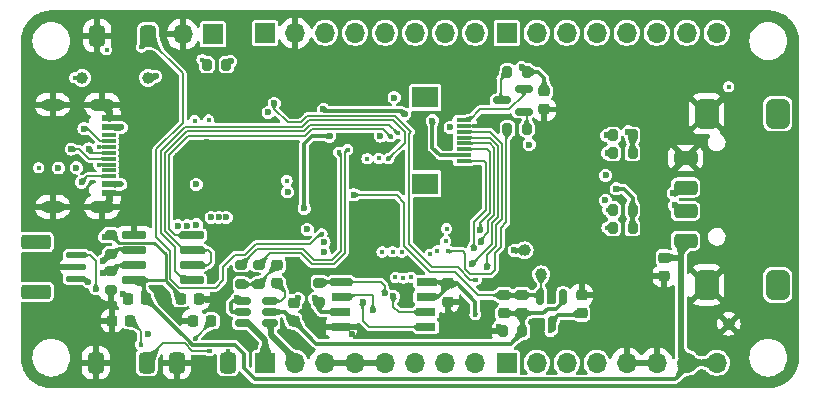
<source format=gbr>
%TF.GenerationSoftware,KiCad,Pcbnew,7.0.2*%
%TF.CreationDate,2023-05-11T00:09:11+08:00*%
%TF.ProjectId,LinuxDK,4c696e75-7844-44b2-9e6b-696361645f70,rev?*%
%TF.SameCoordinates,Original*%
%TF.FileFunction,Copper,L1,Top*%
%TF.FilePolarity,Positive*%
%FSLAX46Y46*%
G04 Gerber Fmt 4.6, Leading zero omitted, Abs format (unit mm)*
G04 Created by KiCad (PCBNEW 7.0.2) date 2023-05-11 00:09:11*
%MOMM*%
%LPD*%
G01*
G04 APERTURE LIST*
G04 Aperture macros list*
%AMRoundRect*
0 Rectangle with rounded corners*
0 $1 Rounding radius*
0 $2 $3 $4 $5 $6 $7 $8 $9 X,Y pos of 4 corners*
0 Add a 4 corners polygon primitive as box body*
4,1,4,$2,$3,$4,$5,$6,$7,$8,$9,$2,$3,0*
0 Add four circle primitives for the rounded corners*
1,1,$1+$1,$2,$3*
1,1,$1+$1,$4,$5*
1,1,$1+$1,$6,$7*
1,1,$1+$1,$8,$9*
0 Add four rect primitives between the rounded corners*
20,1,$1+$1,$2,$3,$4,$5,0*
20,1,$1+$1,$4,$5,$6,$7,0*
20,1,$1+$1,$6,$7,$8,$9,0*
20,1,$1+$1,$8,$9,$2,$3,0*%
G04 Aperture macros list end*
%TA.AperFunction,SMDPad,CuDef*%
%ADD10RoundRect,0.200000X0.275000X-0.200000X0.275000X0.200000X-0.275000X0.200000X-0.275000X-0.200000X0*%
%TD*%
%TA.AperFunction,ComponentPad*%
%ADD11R,1.700000X1.700000*%
%TD*%
%TA.AperFunction,ComponentPad*%
%ADD12O,1.700000X1.700000*%
%TD*%
%TA.AperFunction,SMDPad,CuDef*%
%ADD13RoundRect,0.225000X0.250000X-0.225000X0.250000X0.225000X-0.250000X0.225000X-0.250000X-0.225000X0*%
%TD*%
%TA.AperFunction,SMDPad,CuDef*%
%ADD14RoundRect,0.200000X-0.200000X-0.275000X0.200000X-0.275000X0.200000X0.275000X-0.200000X0.275000X0*%
%TD*%
%TA.AperFunction,SMDPad,CuDef*%
%ADD15RoundRect,0.150000X-0.150000X0.512500X-0.150000X-0.512500X0.150000X-0.512500X0.150000X0.512500X0*%
%TD*%
%TA.AperFunction,SMDPad,CuDef*%
%ADD16RoundRect,0.100000X0.750000X-0.150000X0.750000X0.150000X-0.750000X0.150000X-0.750000X-0.150000X0*%
%TD*%
%TA.AperFunction,SMDPad,CuDef*%
%ADD17RoundRect,0.200000X1.050000X-0.400000X1.050000X0.400000X-1.050000X0.400000X-1.050000X-0.400000X0*%
%TD*%
%TA.AperFunction,SMDPad,CuDef*%
%ADD18R,1.150000X0.600000*%
%TD*%
%TA.AperFunction,SMDPad,CuDef*%
%ADD19R,1.150000X0.300000*%
%TD*%
%TA.AperFunction,ComponentPad*%
%ADD20O,2.100000X1.050000*%
%TD*%
%TA.AperFunction,ComponentPad*%
%ADD21O,2.000000X1.000000*%
%TD*%
%TA.AperFunction,SMDPad,CuDef*%
%ADD22RoundRect,0.225000X-0.250000X0.225000X-0.250000X-0.225000X0.250000X-0.225000X0.250000X0.225000X0*%
%TD*%
%TA.AperFunction,SMDPad,CuDef*%
%ADD23C,1.000000*%
%TD*%
%TA.AperFunction,SMDPad,CuDef*%
%ADD24RoundRect,0.200000X-0.275000X0.200000X-0.275000X-0.200000X0.275000X-0.200000X0.275000X0.200000X0*%
%TD*%
%TA.AperFunction,SMDPad,CuDef*%
%ADD25R,1.300000X0.300000*%
%TD*%
%TA.AperFunction,SMDPad,CuDef*%
%ADD26R,2.200000X1.800000*%
%TD*%
%TA.AperFunction,SMDPad,CuDef*%
%ADD27RoundRect,0.218750X-0.218750X-0.256250X0.218750X-0.256250X0.218750X0.256250X-0.218750X0.256250X0*%
%TD*%
%TA.AperFunction,SMDPad,CuDef*%
%ADD28RoundRect,0.150000X0.587500X0.150000X-0.587500X0.150000X-0.587500X-0.150000X0.587500X-0.150000X0*%
%TD*%
%TA.AperFunction,SMDPad,CuDef*%
%ADD29RoundRect,0.337500X-0.337500X-0.562500X0.337500X-0.562500X0.337500X0.562500X-0.337500X0.562500X0*%
%TD*%
%TA.AperFunction,SMDPad,CuDef*%
%ADD30RoundRect,0.042000X0.943000X0.258000X-0.943000X0.258000X-0.943000X-0.258000X0.943000X-0.258000X0*%
%TD*%
%TA.AperFunction,SMDPad,CuDef*%
%ADD31R,1.650000X0.650000*%
%TD*%
%TA.AperFunction,SMDPad,CuDef*%
%ADD32RoundRect,0.200000X0.200000X0.275000X-0.200000X0.275000X-0.200000X-0.275000X0.200000X-0.275000X0*%
%TD*%
%TA.AperFunction,SMDPad,CuDef*%
%ADD33RoundRect,0.150000X0.512500X0.150000X-0.512500X0.150000X-0.512500X-0.150000X0.512500X-0.150000X0*%
%TD*%
%TA.AperFunction,SMDPad,CuDef*%
%ADD34RoundRect,0.300000X0.700000X-0.300000X0.700000X0.300000X-0.700000X0.300000X-0.700000X-0.300000X0*%
%TD*%
%TA.AperFunction,SMDPad,CuDef*%
%ADD35RoundRect,0.500000X0.500000X-0.750000X0.500000X0.750000X-0.500000X0.750000X-0.500000X-0.750000X0*%
%TD*%
%TA.AperFunction,SMDPad,CuDef*%
%ADD36RoundRect,0.225000X-0.225000X-0.250000X0.225000X-0.250000X0.225000X0.250000X-0.225000X0.250000X0*%
%TD*%
%TA.AperFunction,SMDPad,CuDef*%
%ADD37RoundRect,0.225000X0.225000X0.250000X-0.225000X0.250000X-0.225000X-0.250000X0.225000X-0.250000X0*%
%TD*%
%TA.AperFunction,ViaPad*%
%ADD38C,0.450000*%
%TD*%
%TA.AperFunction,ViaPad*%
%ADD39C,0.600000*%
%TD*%
%TA.AperFunction,Conductor*%
%ADD40C,0.152000*%
%TD*%
%TA.AperFunction,Conductor*%
%ADD41C,0.300000*%
%TD*%
%TA.AperFunction,Conductor*%
%ADD42C,0.200000*%
%TD*%
%TA.AperFunction,Conductor*%
%ADD43C,0.600000*%
%TD*%
%TA.AperFunction,Conductor*%
%ADD44C,0.500000*%
%TD*%
%TA.AperFunction,Conductor*%
%ADD45C,0.254000*%
%TD*%
G04 APERTURE END LIST*
D10*
%TO.P,R29,1*%
%TO.N,+3.3V*%
X133096000Y-104838000D03*
%TO.P,R29,2*%
%TO.N,/SPI_CS*%
X133096000Y-103188000D03*
%TD*%
D11*
%TO.P,J7,1,Pin_1*%
%TO.N,/USB_ID*%
X124084000Y-82169000D03*
D12*
%TO.P,J7,2,Pin_2*%
%TO.N,GND*%
X121544000Y-82169000D03*
%TD*%
D13*
%TO.P,C7,1*%
%TO.N,GNDA*%
X150241000Y-105791000D03*
%TO.P,C7,2*%
%TO.N,+3V0*%
X150241000Y-104241000D03*
%TD*%
D14*
%TO.P,R24,1*%
%TO.N,/LCD_PWM*%
X149035000Y-90170000D03*
%TO.P,R24,2*%
%TO.N,Net-(Q3-B)*%
X150685000Y-90170000D03*
%TD*%
D15*
%TO.P,U1,1,GND*%
%TO.N,GNDA*%
X153731000Y-104436500D03*
%TO.P,U1,2,VO*%
%TO.N,+3V0*%
X151831000Y-104436500D03*
%TO.P,U1,3,VI*%
%TO.N,+3.3V*%
X152781000Y-106711500D03*
%TD*%
D11*
%TO.P,J9,1,Pin_1*%
%TO.N,/PD14*%
X148971000Y-82042000D03*
D12*
%TO.P,J9,2,Pin_2*%
%TO.N,/PD15*%
X151511000Y-82042000D03*
%TO.P,J9,3,Pin_3*%
%TO.N,/PD16*%
X154051000Y-82042000D03*
%TO.P,J9,4,Pin_4*%
%TO.N,/PD17*%
X156591000Y-82042000D03*
%TO.P,J9,5,Pin_5*%
%TO.N,/PD18*%
X159131000Y-82042000D03*
%TO.P,J9,6,Pin_6*%
%TO.N,/PD19*%
X161671000Y-82042000D03*
%TO.P,J9,7,Pin_7*%
%TO.N,/PD20*%
X164211000Y-82042000D03*
%TO.P,J9,8,Pin_8*%
%TO.N,/PD21*%
X166751000Y-82042000D03*
%TD*%
D16*
%TO.P,J2,1,01*%
%TO.N,/DEBUG_UART_RX*%
X112517000Y-102854000D03*
%TO.P,J2,2,02*%
%TO.N,GND*%
X112517000Y-101854000D03*
%TO.P,J2,3,03*%
%TO.N,/DEBUG_UART_TX*%
X112517000Y-100854000D03*
D17*
%TO.P,J2,MP1*%
%TO.N,N/C*%
X109117000Y-103954000D03*
%TO.P,J2,MP2*%
X109117000Y-99754000D03*
%TD*%
D18*
%TO.P,J4,A1_B12,GND*%
%TO.N,GND*%
X115277000Y-89244500D03*
%TO.P,J4,A4_B9,VBUS*%
%TO.N,Net-(F1-Pad2)*%
X115277000Y-90044500D03*
D19*
%TO.P,J4,A5,CC1*%
%TO.N,Net-(J4-CC1)*%
X115277000Y-91194500D03*
%TO.P,J4,A6,DP1*%
%TO.N,/interface/USB_DP*%
X115277000Y-92194500D03*
%TO.P,J4,A7,DN1*%
%TO.N,/interface/USB_DN*%
X115277000Y-92694500D03*
%TO.P,J4,A8,SBU1*%
%TO.N,unconnected-(J4-SBU1-PadA8)*%
X115277000Y-93694500D03*
D18*
%TO.P,J4,B1_A12,GND*%
%TO.N,GND*%
X115277000Y-95644500D03*
%TO.P,J4,B4_A9,VBUS*%
%TO.N,Net-(F1-Pad2)*%
X115277000Y-94844500D03*
D19*
%TO.P,J4,B5,CC2*%
%TO.N,Net-(J4-CC2)*%
X115277000Y-94194500D03*
%TO.P,J4,B6,DP2*%
%TO.N,/interface/CP2102_DP*%
X115277000Y-93194500D03*
%TO.P,J4,B7,DN2*%
%TO.N,/interface/CP2102_DN*%
X115277000Y-91694500D03*
%TO.P,J4,B8,SBU2*%
%TO.N,unconnected-(J4-SBU2-PadB8)*%
X115277000Y-90694500D03*
D20*
%TO.P,J4,S1,SHELL_GND*%
%TO.N,GND*%
X114702000Y-88124500D03*
D21*
%TO.P,J4,S2,SHELL_GND*%
X110522000Y-88124500D03*
%TO.P,J4,S3,SHELL_GND*%
X110522000Y-96764500D03*
D20*
%TO.P,J4,S4,SHELL_GND*%
X114702000Y-96764500D03*
%TD*%
D22*
%TO.P,C5,1*%
%TO.N,GND*%
X155321000Y-104241000D03*
%TO.P,C5,2*%
%TO.N,+3.3V*%
X155321000Y-105791000D03*
%TD*%
D23*
%TO.P,TP1,1,1*%
%TO.N,+3.3V*%
X113030000Y-85852000D03*
%TD*%
D14*
%TO.P,R6,1*%
%TO.N,/SD_D1*%
X157975800Y-90728800D03*
%TO.P,R6,2*%
%TO.N,+3.3V*%
X159625800Y-90728800D03*
%TD*%
D13*
%TO.P,C8,1*%
%TO.N,GNDA*%
X148717000Y-105791000D03*
%TO.P,C8,2*%
%TO.N,+3V0*%
X148717000Y-104241000D03*
%TD*%
D22*
%TO.P,C31,1*%
%TO.N,+5V*%
X162306000Y-101079000D03*
%TO.P,C31,2*%
%TO.N,GND*%
X162306000Y-102629000D03*
%TD*%
D23*
%TO.P,TP3,1,1*%
%TO.N,+2V5*%
X150495000Y-100457000D03*
%TD*%
D14*
%TO.P,R20,1*%
%TO.N,/SD_D3*%
X157975800Y-97028000D03*
%TO.P,R20,2*%
%TO.N,+3.3V*%
X159625800Y-97028000D03*
%TD*%
D13*
%TO.P,C33,1*%
%TO.N,GNDA*%
X130937000Y-106439000D03*
%TO.P,C33,2*%
%TO.N,+3.3V*%
X130937000Y-104889000D03*
%TD*%
D23*
%TO.P,TP4,1,1*%
%TO.N,+1V2*%
X118618000Y-85852000D03*
%TD*%
D24*
%TO.P,R35,1*%
%TO.N,+5V*%
X115443000Y-99124000D03*
%TO.P,R35,2*%
%TO.N,Net-(J12-01)*%
X115443000Y-100774000D03*
%TD*%
D25*
%TO.P,J6,1,01*%
%TO.N,Net-(J6-01)*%
X145334600Y-89410600D03*
%TO.P,J6,2,02*%
%TO.N,GND*%
X145334600Y-89910600D03*
%TO.P,J6,3,03*%
%TO.N,/LCD_RST*%
X145334600Y-90410600D03*
%TO.P,J6,4,04*%
%TO.N,/LCD_RS*%
X145334600Y-90910600D03*
%TO.P,J6,5,05*%
%TO.N,/LCD_SDA*%
X145334600Y-91410600D03*
%TO.P,J6,6,06*%
%TO.N,/LCD_SCL*%
X145334600Y-91910600D03*
%TO.P,J6,7,07*%
%TO.N,+3.3V*%
X145334600Y-92410600D03*
%TO.P,J6,8,08*%
%TO.N,/LCD_CS*%
X145334600Y-92910600D03*
D26*
%TO.P,J6,MP*%
%TO.N,N/C*%
X142084600Y-87510600D03*
X142084600Y-94810600D03*
%TD*%
D14*
%TO.P,R19,1*%
%TO.N,/SD_D0*%
X157975800Y-92202000D03*
%TO.P,R19,2*%
%TO.N,+3.3V*%
X159625800Y-92202000D03*
%TD*%
D22*
%TO.P,C30,1*%
%TO.N,+3.3V*%
X143967200Y-103263400D03*
%TO.P,C30,2*%
%TO.N,GND*%
X143967200Y-104813400D03*
%TD*%
D27*
%TO.P,D1,1,K*%
%TO.N,GND*%
X115544500Y-106426000D03*
%TO.P,D1,2,A*%
%TO.N,Net-(D1-A)*%
X117119500Y-106426000D03*
%TD*%
D28*
%TO.P,Q3,1,B*%
%TO.N,Net-(Q3-B)*%
X150416500Y-88707000D03*
%TO.P,Q3,2,E*%
%TO.N,Net-(J6-01)*%
X150416500Y-86807000D03*
%TO.P,Q3,3,C*%
%TO.N,Net-(Q3-C)*%
X148541500Y-87757000D03*
%TD*%
D29*
%TO.P,S3,1*%
%TO.N,GND*%
X114309000Y-82296000D03*
%TO.P,S3,2*%
%TO.N,/NRST*%
X118609000Y-82296000D03*
%TD*%
%TO.P,S1,1*%
%TO.N,GND*%
X121040000Y-109982000D03*
%TO.P,S1,2*%
%TO.N,/KEY2*%
X125340000Y-109982000D03*
%TD*%
D30*
%TO.P,U4,1,R*%
%TO.N,/RS485_RX*%
X122358000Y-102997000D03*
%TO.P,U4,2,~{RE}*%
%TO.N,/RS485_DIR*%
X122358000Y-101727000D03*
%TO.P,U4,3,DE*%
X122358000Y-100457000D03*
%TO.P,U4,4,D*%
%TO.N,/RS485_TX*%
X122358000Y-99187000D03*
%TO.P,U4,5,GND*%
%TO.N,GND*%
X117418000Y-99187000D03*
%TO.P,U4,6,A*%
%TO.N,Net-(J12-01)*%
X117418000Y-100457000D03*
%TO.P,U4,7,B*%
%TO.N,Net-(J12-02)*%
X117418000Y-101727000D03*
%TO.P,U4,8,VCC*%
%TO.N,+5V*%
X117418000Y-102997000D03*
%TD*%
D23*
%TO.P,TP2,1,1*%
%TO.N,+3V0*%
X151892000Y-102489000D03*
%TD*%
D31*
%TO.P,IC3,1,/CS*%
%TO.N,/SPI_CS*%
X134957000Y-103124000D03*
%TO.P,IC3,2,DO_(IO1)*%
%TO.N,/SPI_MISO*%
X134957000Y-104394000D03*
%TO.P,IC3,3,IO2*%
%TO.N,+3.3V*%
X134957000Y-105664000D03*
%TO.P,IC3,4,GND*%
%TO.N,GND*%
X134957000Y-106934000D03*
%TO.P,IC3,5,DI_(IO0)*%
%TO.N,/SPI_MOSI*%
X142157000Y-106934000D03*
%TO.P,IC3,6,CLK*%
%TO.N,/SPI_CLK*%
X142157000Y-105664000D03*
%TO.P,IC3,7,IO3*%
%TO.N,+3.3V*%
X142157000Y-104394000D03*
%TO.P,IC3,8,VCC*%
X142157000Y-103124000D03*
%TD*%
D11*
%TO.P,J8,1,Pin_1*%
%TO.N,+3.3V*%
X128524000Y-82042000D03*
D12*
%TO.P,J8,2,Pin_2*%
%TO.N,GND*%
X131064000Y-82042000D03*
%TO.P,J8,3,Pin_3*%
%TO.N,/PD0*%
X133604000Y-82042000D03*
%TO.P,J8,4,Pin_4*%
%TO.N,/PD1*%
X136144000Y-82042000D03*
%TO.P,J8,5,Pin_5*%
%TO.N,/PD2*%
X138684000Y-82042000D03*
%TO.P,J8,6,Pin_6*%
%TO.N,/PD6*%
X141224000Y-82042000D03*
%TO.P,J8,7,Pin_7*%
%TO.N,/PD12*%
X143764000Y-82042000D03*
%TO.P,J8,8,Pin_8*%
%TO.N,/PD13*%
X146304000Y-82042000D03*
%TD*%
D11*
%TO.P,J11,1,Pin_1*%
%TO.N,/PE2*%
X148971000Y-109982000D03*
D12*
%TO.P,J11,2,Pin_2*%
%TO.N,/PE10*%
X151511000Y-109982000D03*
%TO.P,J11,3,Pin_3*%
%TO.N,/PE11*%
X154051000Y-109982000D03*
%TO.P,J11,4,Pin_4*%
%TO.N,/PE12*%
X156591000Y-109982000D03*
%TO.P,J11,5,Pin_5*%
%TO.N,GND*%
X159131000Y-109982000D03*
%TO.P,J11,6,Pin_6*%
X161671000Y-109982000D03*
%TO.P,J11,7,Pin_7*%
%TO.N,+5V*%
X164211000Y-109982000D03*
%TO.P,J11,8,Pin_8*%
X166751000Y-109982000D03*
%TD*%
D32*
%TO.P,R30,1*%
%TO.N,/USB_ID*%
X125234200Y-84734400D03*
%TO.P,R30,2*%
%TO.N,+3.3V*%
X123584200Y-84734400D03*
%TD*%
D24*
%TO.P,R31,1*%
%TO.N,/AUDIO_L*%
X128016000Y-101664000D03*
%TO.P,R31,2*%
%TO.N,Net-(C32-Pad1)*%
X128016000Y-103314000D03*
%TD*%
D27*
%TO.P,D2,1,K*%
%TO.N,GND*%
X122402500Y-106426000D03*
%TO.P,D2,2,A*%
%TO.N,Net-(D2-A)*%
X123977500Y-106426000D03*
%TD*%
D33*
%TO.P,U2,1,OUT-*%
%TO.N,/SPEAKER_N*%
X128899500Y-106614000D03*
%TO.P,U2,2,GND*%
%TO.N,GNDA*%
X128899500Y-105664000D03*
%TO.P,U2,3,IN*%
%TO.N,Net-(U2-IN)*%
X128899500Y-104714000D03*
%TO.P,U2,4,~{SD}*%
%TO.N,+3.3V*%
X126624500Y-104714000D03*
%TO.P,U2,5,VDD*%
X126624500Y-105664000D03*
%TO.P,U2,6,OUT+*%
%TO.N,/SPEAKER_P*%
X126624500Y-106614000D03*
%TD*%
D34*
%TO.P,J1,1,VCC*%
%TO.N,+5V*%
X164110000Y-99639000D03*
%TO.P,J1,2,D-*%
%TO.N,/USBC_DN*%
X164110000Y-97139000D03*
%TO.P,J1,3,D+*%
%TO.N,/USBC_DP*%
X164110000Y-95139000D03*
%TO.P,J1,4,GND*%
%TO.N,GND*%
X164110000Y-92639000D03*
D35*
%TO.P,J1,S1,SHIELD*%
X165910000Y-103389000D03*
%TO.P,J1,S2,SHIELD*%
X165910000Y-88889000D03*
%TO.P,J1,S3*%
%TO.N,N/C*%
X171910000Y-88889000D03*
%TO.P,J1,S4*%
X171910000Y-103389000D03*
%TD*%
D23*
%TO.P,TP5,1,1*%
%TO.N,GND*%
X167767000Y-106680000D03*
%TD*%
D14*
%TO.P,R15,1*%
%TO.N,GND*%
X148654000Y-107302000D03*
%TO.P,R15,2*%
%TO.N,GNDA*%
X150304000Y-107302000D03*
%TD*%
D29*
%TO.P,S2,1*%
%TO.N,GND*%
X114182000Y-109982000D03*
%TO.P,S2,2*%
%TO.N,/KEY1*%
X118482000Y-109982000D03*
%TD*%
D24*
%TO.P,R36,2*%
%TO.N,GND*%
X115443000Y-103822000D03*
%TO.P,R36,1*%
%TO.N,Net-(J12-02)*%
X115443000Y-102172000D03*
%TD*%
D11*
%TO.P,J10,1,Pin_1*%
%TO.N,/SPEAKER_P*%
X128524000Y-109982000D03*
D12*
%TO.P,J10,2,Pin_2*%
%TO.N,/SPEAKER_N*%
X131064000Y-109982000D03*
%TO.P,J10,3,Pin_3*%
%TO.N,GND*%
X133604000Y-109982000D03*
%TO.P,J10,4,Pin_4*%
X136144000Y-109982000D03*
%TO.P,J10,5,Pin_5*%
X138684000Y-109982000D03*
%TO.P,J10,6,Pin_6*%
%TO.N,+3.3V*%
X141224000Y-109982000D03*
%TO.P,J10,7,Pin_7*%
X143764000Y-109982000D03*
%TO.P,J10,8,Pin_8*%
X146304000Y-109982000D03*
%TD*%
D32*
%TO.P,R23,1*%
%TO.N,+3.3V*%
X150685000Y-85344000D03*
%TO.P,R23,2*%
%TO.N,Net-(Q3-C)*%
X149035000Y-85344000D03*
%TD*%
D22*
%TO.P,C14,1*%
%TO.N,+3.3V*%
X152146000Y-86982000D03*
%TO.P,C14,2*%
%TO.N,GND*%
X152146000Y-88532000D03*
%TD*%
D36*
%TO.P,C36,1*%
%TO.N,+5V*%
X121355200Y-104546400D03*
%TO.P,C36,2*%
%TO.N,GND*%
X122905200Y-104546400D03*
%TD*%
D24*
%TO.P,R32,1*%
%TO.N,/AUDIO_R*%
X126492000Y-101664000D03*
%TO.P,R32,2*%
%TO.N,Net-(C32-Pad1)*%
X126492000Y-103314000D03*
%TD*%
D14*
%TO.P,R21,1*%
%TO.N,/SD_D2*%
X157975800Y-98552000D03*
%TO.P,R21,2*%
%TO.N,+3.3V*%
X159625800Y-98552000D03*
%TD*%
D22*
%TO.P,C32,1*%
%TO.N,Net-(C32-Pad1)*%
X129540000Y-101714000D03*
%TO.P,C32,2*%
%TO.N,Net-(U2-IN)*%
X129540000Y-103264000D03*
%TD*%
D37*
%TO.P,C35,1*%
%TO.N,+5V*%
X118434800Y-104546400D03*
%TO.P,C35,2*%
%TO.N,GND*%
X116884800Y-104546400D03*
%TD*%
D38*
%TO.N,/NRST*%
X133320200Y-99076960D03*
D39*
%TO.N,+3.3V*%
X132080000Y-98679000D03*
%TO.N,GND*%
X130937000Y-102616000D03*
X133610000Y-91740000D03*
%TO.N,+1V2*%
X133440000Y-88528500D03*
%TO.N,/PD2*%
X138273173Y-90772868D03*
%TO.N,+1V2*%
X140340000Y-88910000D03*
%TO.N,GND*%
X123571000Y-91313000D03*
X169799000Y-106045000D03*
X148336000Y-106934000D03*
X170434000Y-106045000D03*
X155067000Y-83439000D03*
D38*
X123158250Y-88706500D03*
D39*
X137287000Y-97155000D03*
X115316000Y-85725000D03*
X134747000Y-91440000D03*
X115951000Y-85090000D03*
X121158000Y-92456000D03*
D38*
X122039500Y-88633533D03*
D39*
X123952000Y-91821000D03*
X144145000Y-105791000D03*
X137287000Y-97790000D03*
D38*
X141351000Y-90678000D03*
X157734000Y-83312000D03*
D39*
X170307000Y-85852000D03*
X116459000Y-104140000D03*
D38*
X130429000Y-97663000D03*
D39*
X147066000Y-103378000D03*
X135890000Y-107569000D03*
X111252000Y-106553000D03*
X170942000Y-85852000D03*
X125349000Y-93091000D03*
X125349000Y-89281000D03*
X115316000Y-85090000D03*
X131572000Y-108458000D03*
D38*
X144653000Y-85979000D03*
D39*
X115951000Y-85725000D03*
X110617000Y-105918000D03*
D38*
X139954000Y-103505000D03*
D39*
X137922000Y-97155000D03*
X123698000Y-104648000D03*
X110617000Y-106553000D03*
X170434000Y-106680000D03*
D38*
X160274000Y-83058000D03*
D39*
X111252000Y-105918000D03*
X170307000Y-85217000D03*
X131880000Y-88450000D03*
D38*
X146224811Y-89910600D03*
D39*
X169799000Y-106680000D03*
X137922000Y-97790000D03*
D38*
X119761000Y-103759000D03*
D39*
X170942000Y-85217000D03*
D38*
%TO.N,/NRST*%
X118046500Y-83248500D03*
D39*
%TO.N,+1V2*%
X144185098Y-90043000D03*
X131826000Y-96901000D03*
X119253000Y-85725000D03*
X133970000Y-90790000D03*
D38*
%TO.N,+3.3V*%
X146304000Y-105918000D03*
D39*
X142680500Y-89467500D03*
X150241000Y-84963000D03*
D38*
X112395000Y-85852000D03*
X123190000Y-84328000D03*
X167767000Y-86614000D03*
D39*
X158242000Y-95250000D03*
X131318000Y-104521000D03*
D38*
X115090009Y-83478132D03*
D39*
X159258000Y-90424000D03*
X139440000Y-87530000D03*
D38*
X152654000Y-107315000D03*
D39*
X123952000Y-97663000D03*
X125222000Y-97663000D03*
X126111000Y-104521000D03*
X132715000Y-104521000D03*
D38*
X109347000Y-93472000D03*
D39*
X130429000Y-95504000D03*
X118618000Y-107569000D03*
X124587000Y-97663000D03*
D38*
%TO.N,GNDA*%
X130365500Y-94551500D03*
X150304000Y-107302000D03*
D39*
X129540000Y-105664000D03*
%TO.N,+3V0*%
X136017000Y-95758000D03*
%TO.N,+5V*%
X122681998Y-94869000D03*
X122703798Y-98295503D03*
X114935000Y-99314000D03*
D38*
X122555000Y-89480849D03*
X123724219Y-89434219D03*
D39*
%TO.N,+2V5*%
X150876000Y-91499500D03*
X149606000Y-100457000D03*
X128778000Y-88773000D03*
D38*
%TO.N,Net-(D1-A)*%
X117983000Y-108458000D03*
%TO.N,Net-(D2-A)*%
X122555000Y-107942500D03*
%TO.N,Net-(F1-Pad2)*%
X116332000Y-94869000D03*
D39*
X116332000Y-90043000D03*
D38*
%TO.N,/AUDIO_L*%
X135512452Y-91930783D03*
%TO.N,/PD0*%
X137160000Y-92710000D03*
%TO.N,/PD1*%
X138154001Y-92681814D03*
%TO.N,/RS485_RX*%
X138953999Y-92710000D03*
%TO.N,/RS485_TX*%
X139148534Y-90834349D03*
%TO.N,/RS485_DIR*%
X139726240Y-90537518D03*
%TO.N,/PE11*%
X143878686Y-98618500D03*
%TO.N,/PE10*%
X143798502Y-99695000D03*
D39*
%TO.N,/LCD_SCL*%
X146752500Y-98758810D03*
%TO.N,/LCD_SDA*%
X146769847Y-99742020D03*
%TO.N,/LCD_CS*%
X146169088Y-100269555D03*
D38*
%TO.N,/LCD_PWM*%
X144030102Y-100527927D03*
D39*
%TO.N,/LCD_RST*%
X147341109Y-101884772D03*
%TO.N,/LCD_RS*%
X146050000Y-101600000D03*
%TO.N,/USB_ID*%
X125603000Y-84455000D03*
X129286000Y-88011000D03*
D38*
X146380000Y-102961272D03*
D39*
%TO.N,/DEBUG_UART_TX*%
X114173000Y-103700000D03*
D38*
X143094164Y-100491500D03*
%TO.N,/DEBUG_UART_RX*%
X142488004Y-100797299D03*
D39*
X113538000Y-103124000D03*
D38*
%TO.N,/SD_D2*%
X140865534Y-102740523D03*
X157480000Y-98552000D03*
%TO.N,/SD_D3*%
X157543500Y-97028000D03*
X140220327Y-102815097D03*
D39*
%TO.N,/SD_CMD*%
X157317222Y-96224789D03*
D38*
X139543996Y-102743402D03*
D39*
%TO.N,/SD_CLK*%
X157353000Y-94107000D03*
D38*
X140081000Y-100616662D03*
%TO.N,/SD_D0*%
X139324967Y-100580916D03*
D39*
X157505940Y-92227940D03*
D38*
%TO.N,/SD_D1*%
X138430000Y-100587554D03*
D39*
X157429200Y-90728800D03*
%TO.N,/SPI_CLK*%
X139380512Y-104359653D03*
%TO.N,/SPI_CS*%
X138630344Y-104083152D03*
%TO.N,/SPI_MISO*%
X137639592Y-105468316D03*
%TO.N,/SPI_MOSI*%
X136764500Y-104872893D03*
D38*
%TO.N,/KEY2*%
X125360602Y-108966000D03*
%TO.N,/KEY1*%
X123825000Y-108966000D03*
D39*
%TO.N,/USBC_DN*%
X133509583Y-100626272D03*
X111004100Y-93478100D03*
X163195000Y-96647000D03*
%TO.N,/USBC_DP*%
X133509583Y-99776272D03*
X163068000Y-95631000D03*
X112522000Y-93472000D03*
D38*
%TO.N,/AUDIO_R*%
X134755065Y-92164458D03*
D39*
%TO.N,/interface/USB_DN*%
X112104947Y-91884500D03*
%TO.N,/interface/USB_DP*%
X113601500Y-91884500D03*
%TO.N,Net-(J4-CC1)*%
X113182940Y-90144060D03*
%TO.N,Net-(J4-CC2)*%
X112973100Y-94685100D03*
D38*
%TO.N,/interface/CP2102_DN*%
X114427001Y-91693999D03*
D39*
X121909491Y-98386500D03*
%TO.N,/interface/CP2102_DP*%
X121109989Y-98386500D03*
D38*
X114427000Y-93218000D03*
D39*
%TO.N,Net-(J12-01)*%
X114808000Y-101346000D03*
%TO.N,Net-(J12-02)*%
X114808000Y-102362000D03*
%TD*%
D40*
%TO.N,/NRST*%
X126820196Y-100838000D02*
X127709196Y-99949000D01*
X132334000Y-99949000D02*
X133206040Y-99076960D01*
X127709196Y-99949000D02*
X132334000Y-99949000D01*
X118609000Y-82541000D02*
X121539000Y-85471000D01*
X121539000Y-85471000D02*
X121539000Y-89672196D01*
X121539000Y-89672196D02*
X119311000Y-91900197D01*
X119311000Y-91900197D02*
X119311000Y-99314000D01*
X125984000Y-100838000D02*
X126820196Y-100838000D01*
X124968000Y-101854000D02*
X125984000Y-100838000D01*
X124968000Y-102997000D02*
X124968000Y-101854000D01*
X124333000Y-103632000D02*
X124968000Y-102997000D01*
X121240000Y-103632000D02*
X124333000Y-103632000D01*
X120500500Y-102892500D02*
X121240000Y-103632000D01*
X120500500Y-100503500D02*
X120500500Y-102892500D01*
X119311000Y-99314000D02*
X120500500Y-100503500D01*
X133206040Y-99076960D02*
X133320200Y-99076960D01*
X118609000Y-82296000D02*
X118609000Y-82541000D01*
%TO.N,/AUDIO_R*%
X134171592Y-101274272D02*
X132633076Y-101274272D01*
X132633076Y-101274272D02*
X131717804Y-100359000D01*
X134755065Y-92164458D02*
X134903000Y-92312393D01*
X134903000Y-100542864D02*
X134171592Y-101274272D01*
X134903000Y-92312393D02*
X134903000Y-100542864D01*
X131717804Y-100359000D02*
X127797000Y-100359000D01*
X127797000Y-100359000D02*
X126492000Y-101664000D01*
D41*
%TO.N,+1V2*%
X133589500Y-88678000D02*
X140108000Y-88678000D01*
X140108000Y-88678000D02*
X140340000Y-88910000D01*
X133440000Y-88528500D02*
X133589500Y-88678000D01*
X132465452Y-90790000D02*
X133970000Y-90790000D01*
X131826000Y-91429452D02*
X132465452Y-90790000D01*
X131826000Y-96901000D02*
X131826000Y-91429452D01*
%TO.N,GNDA*%
X152450000Y-105410000D02*
X153162000Y-105410000D01*
X152069000Y-105791000D02*
X152450000Y-105410000D01*
X153162000Y-105410000D02*
X153731000Y-104841000D01*
X150241000Y-105791000D02*
X152069000Y-105791000D01*
D42*
%TO.N,+3V0*%
X146547000Y-104267000D02*
X148717000Y-104267000D01*
X142499128Y-102280872D02*
X144560872Y-102280872D01*
X140311000Y-100092744D02*
X142499128Y-102280872D01*
X140311000Y-96421000D02*
X140311000Y-100092744D01*
X144560872Y-102280872D02*
X146547000Y-104267000D01*
X139648000Y-95758000D02*
X140311000Y-96421000D01*
X136017000Y-95758000D02*
X139648000Y-95758000D01*
D41*
%TO.N,+3.3V*%
X144723400Y-103263400D02*
X143967200Y-103263400D01*
X146304000Y-104844000D02*
X144723400Y-103263400D01*
X146304000Y-105918000D02*
X146304000Y-104844000D01*
%TO.N,GNDA*%
X149358000Y-108350000D02*
X150304000Y-107404000D01*
X132861000Y-108350000D02*
X149358000Y-108350000D01*
X130950000Y-106439000D02*
X132861000Y-108350000D01*
D42*
X130937000Y-106439000D02*
X130950000Y-106439000D01*
D40*
%TO.N,/USB_ID*%
X130429849Y-89629849D02*
X129286000Y-88486000D01*
X131529739Y-89629849D02*
X130429849Y-89629849D01*
X132055588Y-89104000D02*
X131529739Y-89629849D01*
X139523000Y-89104000D02*
X132055588Y-89104000D01*
X142654872Y-101904872D02*
X140708600Y-99958600D01*
X140708600Y-90611880D02*
X140869740Y-90450740D01*
X144826616Y-101904872D02*
X142654872Y-101904872D01*
X140869740Y-90450740D02*
X139523000Y-89104000D01*
X145883016Y-102961272D02*
X144826616Y-101904872D01*
X140708600Y-99958600D02*
X140708600Y-90611880D01*
X129286000Y-88486000D02*
X129286000Y-88011000D01*
X146380000Y-102961272D02*
X145883016Y-102961272D01*
%TO.N,/RS485_RX*%
X140335000Y-91328999D02*
X138953999Y-92710000D01*
X140335000Y-90424000D02*
X140335000Y-91328999D01*
X139367000Y-89456000D02*
X140335000Y-90424000D01*
X132201392Y-89456000D02*
X139367000Y-89456000D01*
X119663000Y-92046000D02*
X121727151Y-89981849D01*
X120904000Y-100192804D02*
X119663000Y-98951803D01*
X121727151Y-89981849D02*
X131675542Y-89981849D01*
X131675542Y-89981849D02*
X132201392Y-89456000D01*
X120904000Y-102235000D02*
X120904000Y-100192804D01*
X122358000Y-102997000D02*
X121666000Y-102997000D01*
X119663000Y-98951803D02*
X119663000Y-92046000D01*
X121666000Y-102997000D02*
X120904000Y-102235000D01*
%TO.N,/RS485_DIR*%
X120015000Y-98805999D02*
X121666000Y-100457000D01*
X121872955Y-90333849D02*
X120015000Y-92191804D01*
X131821346Y-90333849D02*
X121872955Y-90333849D01*
X132347195Y-89808000D02*
X131821346Y-90333849D01*
X120015000Y-92191804D02*
X120015000Y-98805999D01*
X121666000Y-100457000D02*
X122358000Y-100457000D01*
X138996722Y-89808000D02*
X132347195Y-89808000D01*
X139726240Y-90537518D02*
X138996722Y-89808000D01*
%TO.N,/RS485_TX*%
X138474185Y-90160000D02*
X139148534Y-90834349D01*
X132492998Y-90160000D02*
X138474185Y-90160000D01*
X131892998Y-90760000D02*
X132492998Y-90160000D01*
X123832588Y-90760000D02*
X131892998Y-90760000D01*
X123309412Y-90760000D02*
X123332412Y-90737000D01*
X120366501Y-92353499D02*
X121960000Y-90760000D01*
X123332412Y-90737000D02*
X123809588Y-90737000D01*
X123809588Y-90737000D02*
X123832588Y-90760000D01*
X120366501Y-98660403D02*
X120366501Y-92353499D01*
X120893098Y-99187000D02*
X120366501Y-98660403D01*
X122358000Y-99187000D02*
X120893098Y-99187000D01*
X121960000Y-90760000D02*
X123309412Y-90760000D01*
D43*
%TO.N,GND*%
X115277000Y-95644500D02*
X115277000Y-96189500D01*
D40*
X145334600Y-89910600D02*
X146224811Y-89910600D01*
D43*
X115277000Y-89244500D02*
X115277000Y-88699500D01*
X115277000Y-88699500D02*
X114702000Y-88124500D01*
X115277000Y-96189500D02*
X114702000Y-96764500D01*
D40*
%TO.N,/NRST*%
X118609000Y-82686000D02*
X118609000Y-82296000D01*
D41*
X118046500Y-83248500D02*
X118609000Y-82686000D01*
D40*
%TO.N,+1V2*%
X118618000Y-85852000D02*
X119126000Y-85852000D01*
X119126000Y-85852000D02*
X119253000Y-85725000D01*
D42*
%TO.N,+3.3V*%
X155194000Y-105918000D02*
X155321000Y-105791000D01*
D41*
X153289000Y-105918000D02*
X155194000Y-105918000D01*
D42*
X152146000Y-86982000D02*
X152145999Y-86981999D01*
D41*
X143337600Y-92410600D02*
X145334600Y-92410600D01*
D42*
X152781000Y-106711500D02*
X152781000Y-106426000D01*
D41*
X125603000Y-104902000D02*
X125791000Y-104714000D01*
X159625800Y-92202000D02*
X159625800Y-90728800D01*
X159625800Y-98552000D02*
X159625800Y-97028000D01*
X133223000Y-105664000D02*
X134957000Y-105664000D01*
D42*
X126304000Y-104714000D02*
X126624500Y-104714000D01*
D41*
X158877000Y-95250000D02*
X158242000Y-95250000D01*
X159625800Y-97028000D02*
X159625800Y-95998800D01*
D42*
X126111000Y-104521000D02*
X126304000Y-104714000D01*
D41*
X125791000Y-104714000D02*
X126624500Y-104714000D01*
X142157000Y-103124000D02*
X143827800Y-103124000D01*
X142680500Y-89467500D02*
X142680500Y-91753500D01*
D40*
X150241000Y-84963000D02*
X150304000Y-84963000D01*
D42*
X152145999Y-86981999D02*
X152145998Y-86981999D01*
D41*
X152781000Y-106426000D02*
X153289000Y-105918000D01*
X126624500Y-105664000D02*
X125730000Y-105664000D01*
X125603000Y-105537000D02*
X125603000Y-104902000D01*
X151638000Y-85344000D02*
X152145998Y-85851998D01*
X143967200Y-103555800D02*
X143967200Y-103263400D01*
X159131000Y-95504000D02*
X158877000Y-95250000D01*
X133096000Y-105537000D02*
X133223000Y-105664000D01*
X150685000Y-85344000D02*
X151638000Y-85344000D01*
D40*
X133096000Y-104838000D02*
X133096000Y-104902000D01*
X143827800Y-103124000D02*
X143967200Y-103263400D01*
D41*
X142157000Y-104394000D02*
X143129000Y-104394000D01*
D42*
X131184088Y-104902000D02*
X131184088Y-104969176D01*
D41*
X143129000Y-104394000D02*
X143967200Y-103555800D01*
D42*
X130823000Y-104889000D02*
X130937000Y-104902000D01*
D41*
X142680500Y-91753500D02*
X143337600Y-92410600D01*
X159625800Y-95998800D02*
X159131000Y-95504000D01*
D40*
X130937000Y-104902000D02*
X131184088Y-104902000D01*
X112395000Y-85852000D02*
X113030000Y-85852000D01*
D41*
X125730000Y-105664000D02*
X125603000Y-105537000D01*
D40*
X150304000Y-84963000D02*
X150685000Y-85344000D01*
D41*
X133096000Y-104902000D02*
X133096000Y-105537000D01*
D42*
X130937000Y-104902000D02*
X130937000Y-104889000D01*
D41*
X152145998Y-85851998D02*
X152145998Y-86981999D01*
%TO.N,GNDA*%
X130937000Y-106439000D02*
X130937000Y-106426000D01*
D42*
X153731000Y-104841000D02*
X153731000Y-104436500D01*
D41*
X148717000Y-105791000D02*
X150241000Y-105791000D01*
X130175000Y-105664000D02*
X129540000Y-105664000D01*
D42*
X150304000Y-105854000D02*
X150241000Y-105791000D01*
D41*
X128899500Y-105664000D02*
X129540000Y-105664000D01*
D40*
X150304000Y-107404000D02*
X150304000Y-107302000D01*
D41*
X150304000Y-107302000D02*
X150304000Y-105854000D01*
X130937000Y-106426000D02*
X130175000Y-105664000D01*
D42*
%TO.N,+3V0*%
X151635500Y-104241000D02*
X151831000Y-104436500D01*
D40*
X151831000Y-104436500D02*
X151892000Y-104375500D01*
D42*
X148717000Y-104241000D02*
X148717000Y-104267000D01*
D41*
X148717000Y-104267000D02*
X150241000Y-104241000D01*
D40*
X151892000Y-104375500D02*
X151892000Y-102489000D01*
D41*
X150241000Y-104241000D02*
X151635500Y-104241000D01*
%TO.N,+5V*%
X118237000Y-103124000D02*
X118237000Y-104348600D01*
X164110000Y-99639000D02*
X163759000Y-99639000D01*
D44*
X164211000Y-109982000D02*
X163703000Y-109474000D01*
D45*
X118110000Y-102997000D02*
X118237000Y-103124000D01*
X116149000Y-99830000D02*
X119134000Y-99830000D01*
D44*
X163703000Y-101092000D02*
X163703000Y-100046000D01*
D40*
X164211000Y-110363000D02*
X164211000Y-109982000D01*
D45*
X121355200Y-104337200D02*
X121355200Y-104546400D01*
D41*
X126746000Y-110456000D02*
X127669000Y-111379000D01*
D40*
X122038421Y-108150021D02*
X122054000Y-108150021D01*
D44*
X163690000Y-101079000D02*
X163703000Y-101092000D01*
D45*
X118536400Y-104648000D02*
X118434800Y-104546400D01*
X119134000Y-99830000D02*
X120097500Y-100793500D01*
X117418000Y-102997000D02*
X118110000Y-102997000D01*
D41*
X122054000Y-108150021D02*
X122347479Y-108443500D01*
D45*
X117418000Y-102997000D02*
X120097500Y-102997000D01*
D44*
X163703000Y-109474000D02*
X163703000Y-101092000D01*
D41*
X114935000Y-99314000D02*
X115253000Y-99314000D01*
X122347479Y-108443500D02*
X125969500Y-108443500D01*
D45*
X120097500Y-102616000D02*
X120097500Y-103079500D01*
D41*
X115253000Y-99314000D02*
X115443000Y-99124000D01*
D45*
X120097500Y-103079500D02*
X121355200Y-104337200D01*
D41*
X118434800Y-104546400D02*
X122038421Y-108150021D01*
D45*
X118364000Y-104475600D02*
X118364000Y-104648000D01*
D41*
X127669000Y-111379000D02*
X163195000Y-111379000D01*
D44*
X163703000Y-100046000D02*
X164110000Y-99639000D01*
D41*
X125969500Y-108443500D02*
X126746000Y-109220000D01*
X162319000Y-101079000D02*
X162306000Y-101079000D01*
D45*
X115443000Y-99124000D02*
X116149000Y-99830000D01*
D41*
X163195000Y-111379000D02*
X164211000Y-110363000D01*
D45*
X120097500Y-102997000D02*
X120097500Y-102616000D01*
D44*
X164211000Y-109982000D02*
X166751000Y-109982000D01*
D41*
X126746000Y-109220000D02*
X126746000Y-110456000D01*
D45*
X120097500Y-100793500D02*
X120097500Y-102616000D01*
X118237000Y-104348600D02*
X118364000Y-104475600D01*
D44*
X162306000Y-101079000D02*
X163690000Y-101079000D01*
D45*
X118364000Y-104648000D02*
X118536400Y-104648000D01*
D40*
%TO.N,+2V5*%
X150495000Y-100457000D02*
X149606000Y-100457000D01*
D42*
%TO.N,Net-(C32-Pad1)*%
X128016000Y-103238000D02*
X129540000Y-101714000D01*
X128016000Y-103314000D02*
X128016000Y-103238000D01*
X126492000Y-103314000D02*
X128016000Y-103314000D01*
%TO.N,Net-(U2-IN)*%
X128899500Y-104714000D02*
X129855000Y-104714000D01*
X130175000Y-104394000D02*
X130175000Y-103899000D01*
X129855000Y-104714000D02*
X130175000Y-104394000D01*
X130175000Y-103899000D02*
X129540000Y-103264000D01*
D40*
%TO.N,Net-(D1-A)*%
X117983000Y-107289500D02*
X117119500Y-106426000D01*
X117983000Y-108458000D02*
X117983000Y-107289500D01*
%TO.N,Net-(D2-A)*%
X122557780Y-107942500D02*
X122555000Y-107942500D01*
X123977500Y-106426000D02*
X123977500Y-106522780D01*
X123977500Y-106522780D02*
X122557780Y-107942500D01*
D44*
%TO.N,Net-(F1-Pad2)*%
X115277000Y-94844500D02*
X116307500Y-94844500D01*
X116307500Y-94844500D02*
X116332000Y-94869000D01*
X116332000Y-90043000D02*
X115278500Y-90043000D01*
X115278500Y-90043000D02*
X115277000Y-90044500D01*
D40*
%TO.N,/AUDIO_L*%
X128969000Y-100711000D02*
X128016000Y-101664000D01*
X135512452Y-91930783D02*
X135255000Y-92188235D01*
X131572000Y-100711000D02*
X128969000Y-100711000D01*
X134316690Y-101626272D02*
X132487272Y-101626272D01*
X135255000Y-92188235D02*
X135255000Y-100687962D01*
X132487272Y-101626272D02*
X131572000Y-100711000D01*
X135255000Y-100687962D02*
X134316690Y-101626272D01*
%TO.N,/RS485_DIR*%
X122358000Y-101727000D02*
X123698000Y-101727000D01*
X123952000Y-100711000D02*
X123698000Y-100457000D01*
X123952000Y-101473000D02*
X123952000Y-100711000D01*
X123698000Y-101727000D02*
X123952000Y-101473000D01*
X123698000Y-100457000D02*
X122358000Y-100457000D01*
%TO.N,/LCD_SCL*%
X147545000Y-92173000D02*
X147545000Y-97311000D01*
X146752500Y-98103500D02*
X146752500Y-98758810D01*
X147282600Y-91910600D02*
X147545000Y-92173000D01*
X145334600Y-91910600D02*
X147282600Y-91910600D01*
X147545000Y-97311000D02*
X146752500Y-98103500D01*
%TO.N,/LCD_SDA*%
X147378998Y-98006806D02*
X147897000Y-97488804D01*
X147378998Y-98946192D02*
X147378998Y-98006806D01*
X147897000Y-91763000D02*
X147544600Y-91410600D01*
X147897000Y-97488804D02*
X147897000Y-91763000D01*
X147544600Y-91410600D02*
X145334600Y-91410600D01*
X146769847Y-99742020D02*
X146769847Y-99555343D01*
X146769847Y-99555343D02*
X147378998Y-98946192D01*
%TO.N,/LCD_CS*%
X147193000Y-97028000D02*
X147193000Y-93091000D01*
X147193000Y-93091000D02*
X147012600Y-92910600D01*
X146169088Y-100269555D02*
X146177000Y-100261643D01*
X147012600Y-92910600D02*
X145334600Y-92910600D01*
X146177000Y-100261643D02*
X146177000Y-98044000D01*
X146177000Y-98044000D02*
X147193000Y-97028000D01*
%TO.N,/LCD_PWM*%
X145474000Y-102040000D02*
X145894772Y-102460772D01*
X145474000Y-100770000D02*
X145474000Y-102040000D01*
X148953000Y-98044000D02*
X148953000Y-90252000D01*
X147955000Y-100700804D02*
X148463000Y-100192804D01*
X148953000Y-90252000D02*
X149035000Y-90170000D01*
X145894772Y-102460772D02*
X147602228Y-102460772D01*
X148463000Y-98534000D02*
X148953000Y-98044000D01*
X145231927Y-100527927D02*
X145474000Y-100770000D01*
X147955000Y-102108000D02*
X147955000Y-100700804D01*
X148463000Y-100192804D02*
X148463000Y-98534000D01*
X147602228Y-102460772D02*
X147955000Y-102108000D01*
X144030102Y-100527927D02*
X145231927Y-100527927D01*
%TO.N,/LCD_RST*%
X148601000Y-91451000D02*
X147566500Y-90416500D01*
X148082000Y-98336503D02*
X148601000Y-97817503D01*
X147341109Y-101884772D02*
X147320000Y-101863663D01*
X147320000Y-100838000D02*
X148082000Y-100076000D01*
X148601000Y-97817503D02*
X148601000Y-91451000D01*
X148082000Y-100076000D02*
X148082000Y-98336503D01*
X145340500Y-90416500D02*
X145334600Y-90410600D01*
X147566500Y-90416500D02*
X145340500Y-90416500D01*
X147320000Y-101863663D02*
X147320000Y-100838000D01*
%TO.N,/LCD_RS*%
X147730499Y-99919501D02*
X147730499Y-98153109D01*
X148249000Y-91607000D02*
X147552600Y-90910600D01*
X148249000Y-97634607D02*
X148249000Y-91607000D01*
X147730499Y-98153109D02*
X148249000Y-97634607D01*
X146050000Y-101600000D02*
X147730499Y-99919501D01*
X147552600Y-90910600D02*
X145334600Y-90910600D01*
%TO.N,/DEBUG_UART_TX*%
X112517000Y-100854000D02*
X113681000Y-100854000D01*
X114173000Y-101346000D02*
X114173000Y-103700000D01*
X113681000Y-100854000D02*
X114173000Y-101346000D01*
%TO.N,/DEBUG_UART_RX*%
X113268000Y-102854000D02*
X112517000Y-102854000D01*
X113538000Y-103124000D02*
X113268000Y-102854000D01*
D41*
%TO.N,/SD_D2*%
X157975800Y-98552000D02*
X157480000Y-98552000D01*
%TO.N,/SD_D3*%
X157543500Y-97028000D02*
X157975800Y-97028000D01*
%TO.N,/SD_D0*%
X157531880Y-92202000D02*
X157505940Y-92227940D01*
X157975800Y-92202000D02*
X157531880Y-92202000D01*
%TO.N,/SD_D1*%
X157429200Y-90728800D02*
X157975800Y-90728800D01*
D40*
%TO.N,/SPI_CLK*%
X142157000Y-105664000D02*
X139827000Y-105664000D01*
X139380512Y-105217512D02*
X139380512Y-104359653D01*
X139827000Y-105664000D02*
X139380512Y-105217512D01*
%TO.N,/SPI_CS*%
X133096000Y-103188000D02*
X133160000Y-103124000D01*
X134957000Y-103124000D02*
X138303000Y-103124000D01*
X138630344Y-103451344D02*
X138630344Y-104083152D01*
X138303000Y-103124000D02*
X138630344Y-103451344D01*
D41*
X133160000Y-103124000D02*
X134957000Y-103124000D01*
D40*
%TO.N,/SPI_MISO*%
X135084000Y-104267000D02*
X137541000Y-104267000D01*
X137541000Y-104267000D02*
X137639592Y-104365592D01*
X137639592Y-104365592D02*
X137639592Y-105468316D01*
X134957000Y-104394000D02*
X135084000Y-104267000D01*
%TO.N,/SPI_MOSI*%
X142157000Y-106934000D02*
X137287000Y-106934000D01*
X136764500Y-106411500D02*
X136764500Y-104872893D01*
X137287000Y-106934000D02*
X136764500Y-106411500D01*
%TO.N,/KEY1*%
X118482000Y-109737000D02*
X118482000Y-109982000D01*
X122357302Y-108966000D02*
X121722302Y-108331000D01*
X123825000Y-108966000D02*
X122357302Y-108966000D01*
X121722302Y-108331000D02*
X119888000Y-108331000D01*
X119888000Y-108331000D02*
X118482000Y-109737000D01*
%TO.N,/USBC_DN*%
X163195000Y-96647000D02*
X163618000Y-96647000D01*
X163618000Y-96647000D02*
X164110000Y-97139000D01*
%TO.N,/USBC_DP*%
X163068000Y-95631000D02*
X163618000Y-95631000D01*
X163618000Y-95631000D02*
X164110000Y-95139000D01*
%TO.N,/interface/USB_DN*%
X113596912Y-92694500D02*
X112786912Y-91884500D01*
X112786912Y-91884500D02*
X112104947Y-91884500D01*
X115277000Y-92694500D02*
X113596912Y-92694500D01*
%TO.N,/interface/USB_DP*%
X115213500Y-92258000D02*
X113975000Y-92258000D01*
X113975000Y-92258000D02*
X113601500Y-91884500D01*
X115277000Y-92194500D02*
X115213500Y-92258000D01*
%TO.N,Net-(J4-CC1)*%
X113499560Y-90144060D02*
X114550000Y-91194500D01*
X113182940Y-90144060D02*
X113499560Y-90144060D01*
X114550000Y-91194500D02*
X115277000Y-91194500D01*
%TO.N,Net-(J4-CC2)*%
X113463700Y-94194500D02*
X115277000Y-94194500D01*
X112973100Y-94685100D02*
X113463700Y-94194500D01*
%TO.N,/interface/CP2102_DN*%
X114427000Y-91694000D02*
X115276500Y-91694000D01*
X115276500Y-91694000D02*
X115277000Y-91694500D01*
%TO.N,/interface/CP2102_DP*%
X115277000Y-93194500D02*
X114450500Y-93194500D01*
X114450500Y-93194500D02*
X114427000Y-93218000D01*
D42*
%TO.N,Net-(J6-01)*%
X145334600Y-89410600D02*
X145834600Y-89410600D01*
X150416500Y-87291698D02*
X150416500Y-86807000D01*
X146726200Y-88519000D02*
X149189198Y-88519000D01*
X145834600Y-89410600D02*
X146726200Y-88519000D01*
X149189198Y-88519000D02*
X150416500Y-87291698D01*
D44*
%TO.N,/SPEAKER_N*%
X129032000Y-106746500D02*
X128899500Y-106614000D01*
X131064000Y-109982000D02*
X131064000Y-109627050D01*
X129032000Y-107595050D02*
X129032000Y-106746500D01*
X131064000Y-109627050D02*
X129032000Y-107595050D01*
%TO.N,/SPEAKER_P*%
X127061000Y-106614000D02*
X126934000Y-106614000D01*
X128524000Y-109982000D02*
X128524000Y-108077000D01*
D41*
X126934000Y-106614000D02*
X126624500Y-106614000D01*
D44*
X128524000Y-108077000D02*
X127061000Y-106614000D01*
D45*
%TO.N,Net-(J12-01)*%
X114808000Y-101346000D02*
X114871000Y-101346000D01*
X117291000Y-100330000D02*
X115887000Y-100330000D01*
X117418000Y-100457000D02*
X117291000Y-100330000D01*
X114871000Y-101346000D02*
X115443000Y-100774000D01*
X115887000Y-100330000D02*
X115443000Y-100774000D01*
%TO.N,Net-(J12-02)*%
X117418000Y-101727000D02*
X115888000Y-101727000D01*
X114808000Y-102362000D02*
X115253000Y-102362000D01*
X115888000Y-101727000D02*
X115443000Y-102172000D01*
X115253000Y-102362000D02*
X115443000Y-102172000D01*
D42*
%TO.N,Net-(Q3-B)*%
X150685000Y-90170000D02*
X150685000Y-88975500D01*
X150685000Y-88975500D02*
X150416500Y-88707000D01*
%TO.N,Net-(Q3-C)*%
X148463000Y-87678500D02*
X148541500Y-87757000D01*
X148463000Y-85916000D02*
X148463000Y-87678500D01*
X149035000Y-85344000D02*
X148463000Y-85916000D01*
%TD*%
%TA.AperFunction,Conductor*%
%TO.N,GND*%
G36*
X137676707Y-90510185D02*
G01*
X137722462Y-90562989D01*
X137732606Y-90630683D01*
X137725885Y-90681740D01*
X137713887Y-90772868D01*
X137732945Y-90917622D01*
X137788816Y-91052508D01*
X137788817Y-91052510D01*
X137788818Y-91052511D01*
X137877699Y-91168342D01*
X137993530Y-91257223D01*
X138128419Y-91313096D01*
X138273173Y-91332153D01*
X138417927Y-91313096D01*
X138552816Y-91257223D01*
X138656940Y-91177324D01*
X138722104Y-91152132D01*
X138790549Y-91166170D01*
X138826135Y-91194499D01*
X138831299Y-91200458D01*
X138831300Y-91200459D01*
X138851985Y-91213752D01*
X138947294Y-91275003D01*
X139079592Y-91313849D01*
X139217476Y-91313849D01*
X139349774Y-91275003D01*
X139465769Y-91200458D01*
X139556063Y-91096252D01*
X139559143Y-91089505D01*
X139604896Y-91036704D01*
X139671935Y-91017018D01*
X139795182Y-91017018D01*
X139845566Y-91002224D01*
X139915435Y-91002224D01*
X139974213Y-91039998D01*
X140003238Y-91103554D01*
X140004500Y-91121201D01*
X140004500Y-91140738D01*
X139984815Y-91207777D01*
X139968181Y-91228419D01*
X139068582Y-92128017D01*
X139042482Y-92147964D01*
X139039899Y-92149441D01*
X139010862Y-92174702D01*
X138966409Y-92199519D01*
X138960707Y-92201298D01*
X138954925Y-92202950D01*
X138941105Y-92206536D01*
X138895153Y-92218462D01*
X138895064Y-92218486D01*
X138893875Y-92218815D01*
X138884636Y-92221428D01*
X138883391Y-92221800D01*
X138883731Y-92221704D01*
X138882477Y-92222108D01*
X138873293Y-92225131D01*
X138872056Y-92225559D01*
X138793348Y-92253262D01*
X138786984Y-92255592D01*
X138786038Y-92255953D01*
X138768508Y-92262890D01*
X138768311Y-92262393D01*
X138754388Y-92268867D01*
X138752759Y-92269345D01*
X138636518Y-92344047D01*
X138569478Y-92363731D01*
X138502439Y-92344046D01*
X138475766Y-92320933D01*
X138472562Y-92317235D01*
X138471236Y-92315705D01*
X138471235Y-92315704D01*
X138415637Y-92279974D01*
X138355241Y-92241160D01*
X138222943Y-92202314D01*
X138085059Y-92202314D01*
X137952761Y-92241160D01*
X137836763Y-92315706D01*
X137738502Y-92429108D01*
X137679725Y-92466883D01*
X137609855Y-92466883D01*
X137551077Y-92429109D01*
X137551076Y-92429108D01*
X137477237Y-92343892D01*
X137430084Y-92313589D01*
X137361240Y-92269346D01*
X137228942Y-92230500D01*
X137091058Y-92230500D01*
X136958760Y-92269346D01*
X136842765Y-92343890D01*
X136752470Y-92448097D01*
X136695191Y-92573519D01*
X136675569Y-92709999D01*
X136695191Y-92846480D01*
X136752470Y-92971902D01*
X136752471Y-92971903D01*
X136842765Y-93076109D01*
X136958760Y-93150654D01*
X137091058Y-93189500D01*
X137228942Y-93189500D01*
X137361240Y-93150654D01*
X137477235Y-93076109D01*
X137567529Y-92971903D01*
X137567530Y-92971900D01*
X137575497Y-92962706D01*
X137634274Y-92924930D01*
X137704144Y-92924929D01*
X137762923Y-92962703D01*
X137762924Y-92962705D01*
X137836763Y-93047921D01*
X137836765Y-93047922D01*
X137836766Y-93047923D01*
X137952761Y-93122468D01*
X138085059Y-93161314D01*
X138222943Y-93161314D01*
X138355241Y-93122468D01*
X138471236Y-93047923D01*
X138471238Y-93047919D01*
X138471478Y-93047766D01*
X138538518Y-93028081D01*
X138605557Y-93047765D01*
X138632231Y-93070878D01*
X138636764Y-93076109D01*
X138752759Y-93150654D01*
X138885057Y-93189500D01*
X139022941Y-93189500D01*
X139155239Y-93150654D01*
X139271234Y-93076109D01*
X139361528Y-92971903D01*
X139395057Y-92898482D01*
X139401147Y-92886832D01*
X139410743Y-92870630D01*
X139438860Y-92790722D01*
X139439279Y-92789470D01*
X139442278Y-92780313D01*
X139442662Y-92779075D01*
X139442566Y-92779369D01*
X139442935Y-92778088D01*
X139445541Y-92768825D01*
X139445873Y-92767572D01*
X139460805Y-92710000D01*
X139461054Y-92709041D01*
X139462704Y-92703264D01*
X139464476Y-92697585D01*
X139489299Y-92653127D01*
X139514547Y-92624108D01*
X139514548Y-92624107D01*
X139517306Y-92619472D01*
X139536173Y-92595221D01*
X140166420Y-91964975D01*
X140227742Y-91931491D01*
X140297434Y-91936475D01*
X140353367Y-91978347D01*
X140377784Y-92043811D01*
X140378100Y-92052657D01*
X140378100Y-95687399D01*
X140358415Y-95754438D01*
X140305611Y-95800193D01*
X140236453Y-95810137D01*
X140172897Y-95781112D01*
X140166419Y-95775080D01*
X139933762Y-95542423D01*
X139917633Y-95522562D01*
X139912420Y-95514583D01*
X139889179Y-95496494D01*
X139878062Y-95486676D01*
X139877460Y-95486246D01*
X139862031Y-95475229D01*
X139857934Y-95472175D01*
X139813089Y-95437271D01*
X139758614Y-95421052D01*
X139753739Y-95419490D01*
X139700008Y-95401045D01*
X139645281Y-95403309D01*
X139643236Y-95403394D01*
X139638113Y-95403500D01*
X136659773Y-95403500D01*
X136627087Y-95399115D01*
X136624378Y-95398374D01*
X136548696Y-95393037D01*
X136523187Y-95388525D01*
X136513425Y-95385721D01*
X136489575Y-95376095D01*
X136460839Y-95360860D01*
X136455733Y-95357997D01*
X136381756Y-95314184D01*
X136380615Y-95313533D01*
X136371992Y-95308682D01*
X136370811Y-95308042D01*
X136371129Y-95308220D01*
X136369902Y-95307588D01*
X136361072Y-95303115D01*
X136359890Y-95302540D01*
X136255333Y-95252291D01*
X136249193Y-95249435D01*
X136248283Y-95249028D01*
X136242413Y-95246485D01*
X136240861Y-95246171D01*
X136232051Y-95244391D01*
X136209165Y-95237410D01*
X136161754Y-95217772D01*
X136016999Y-95198714D01*
X135872246Y-95217772D01*
X135756953Y-95265528D01*
X135687483Y-95272997D01*
X135625004Y-95241722D01*
X135589352Y-95181633D01*
X135585500Y-95150967D01*
X135585500Y-92505072D01*
X135605185Y-92438033D01*
X135657989Y-92392278D01*
X135669706Y-92387631D01*
X135670432Y-92387385D01*
X135672268Y-92386712D01*
X135699345Y-92376539D01*
X135699618Y-92377267D01*
X135709423Y-92372690D01*
X135713692Y-92371437D01*
X135829687Y-92296892D01*
X135919981Y-92192686D01*
X135977260Y-92067263D01*
X135996883Y-91930783D01*
X135977260Y-91794303D01*
X135973201Y-91785416D01*
X135919981Y-91668880D01*
X135891847Y-91636411D01*
X135829687Y-91564674D01*
X135829686Y-91564673D01*
X135782872Y-91534588D01*
X135713692Y-91490129D01*
X135581394Y-91451283D01*
X135443510Y-91451283D01*
X135311212Y-91490129D01*
X135195217Y-91564673D01*
X135122701Y-91648363D01*
X135111755Y-91660996D01*
X135093249Y-91682353D01*
X135090714Y-91680156D01*
X135064098Y-91710865D01*
X134997055Y-91730540D01*
X134962138Y-91725517D01*
X134956305Y-91723804D01*
X134824007Y-91684958D01*
X134686123Y-91684958D01*
X134553825Y-91723804D01*
X134437830Y-91798348D01*
X134347535Y-91902555D01*
X134290256Y-92027977D01*
X134270634Y-92164458D01*
X134290256Y-92300938D01*
X134347536Y-92426362D01*
X134437830Y-92530568D01*
X134443010Y-92533897D01*
X134451776Y-92540082D01*
X134504954Y-92581167D01*
X134519550Y-92591371D01*
X134563213Y-92645913D01*
X134572500Y-92692997D01*
X134572500Y-100354603D01*
X134552815Y-100421642D01*
X134536181Y-100442284D01*
X134279628Y-100698837D01*
X134218305Y-100732322D01*
X134148613Y-100727338D01*
X134092680Y-100685466D01*
X134069008Y-100627341D01*
X134068867Y-100626274D01*
X134068868Y-100626272D01*
X134049811Y-100481518D01*
X133993938Y-100346630D01*
X133940323Y-100276758D01*
X133915129Y-100211590D01*
X133929167Y-100143145D01*
X133940324Y-100125785D01*
X133993938Y-100055915D01*
X134049811Y-99921026D01*
X134068868Y-99776272D01*
X134068426Y-99772918D01*
X134064101Y-99740065D01*
X134049811Y-99631518D01*
X133993938Y-99496630D01*
X133939584Y-99425794D01*
X133905058Y-99380799D01*
X133892399Y-99371085D01*
X133832843Y-99325385D01*
X133791642Y-99268959D01*
X133785593Y-99209367D01*
X133804631Y-99076960D01*
X133785615Y-98944703D01*
X133785008Y-98940479D01*
X133727729Y-98815057D01*
X133701633Y-98784940D01*
X133637435Y-98710851D01*
X133637434Y-98710850D01*
X133592072Y-98681698D01*
X133521440Y-98636306D01*
X133389142Y-98597460D01*
X133251258Y-98597460D01*
X133118960Y-98636305D01*
X133002961Y-98710853D01*
X132983795Y-98732971D01*
X132965581Y-98750133D01*
X132957807Y-98756099D01*
X132894973Y-98827743D01*
X132893453Y-98829581D01*
X132882382Y-98843266D01*
X132880925Y-98845173D01*
X132881313Y-98844693D01*
X132879938Y-98846642D01*
X132869988Y-98861086D01*
X132868697Y-98863075D01*
X132849558Y-98893230D01*
X132796985Y-98939250D01*
X132727878Y-98949541D01*
X132664177Y-98920836D01*
X132626107Y-98862249D01*
X132621968Y-98810534D01*
X132639285Y-98679000D01*
X132620228Y-98534246D01*
X132564355Y-98399358D01*
X132484664Y-98295502D01*
X132475475Y-98283527D01*
X132475474Y-98283526D01*
X132359643Y-98194645D01*
X132359642Y-98194644D01*
X132359640Y-98194643D01*
X132224754Y-98138772D01*
X132079999Y-98119714D01*
X131935246Y-98138772D01*
X131800357Y-98194645D01*
X131684525Y-98283525D01*
X131595645Y-98399357D01*
X131539772Y-98534246D01*
X131520714Y-98678999D01*
X131539772Y-98823754D01*
X131595643Y-98958640D01*
X131595644Y-98958642D01*
X131595645Y-98958643D01*
X131684526Y-99074474D01*
X131800357Y-99163355D01*
X131935246Y-99219228D01*
X132080000Y-99238285D01*
X132224754Y-99219228D01*
X132283215Y-99195012D01*
X132352680Y-99187544D01*
X132415159Y-99218818D01*
X132450812Y-99278907D01*
X132448319Y-99348732D01*
X132418346Y-99397255D01*
X132371395Y-99444207D01*
X132233419Y-99582182D01*
X132172099Y-99615666D01*
X132145740Y-99618500D01*
X127729034Y-99618500D01*
X127718227Y-99618028D01*
X127714822Y-99617730D01*
X127679945Y-99614678D01*
X127642822Y-99624625D01*
X127632265Y-99626966D01*
X127593491Y-99633803D01*
X127568131Y-99644307D01*
X127535874Y-99666894D01*
X127526761Y-99672700D01*
X127512691Y-99680823D01*
X127493477Y-99691917D01*
X127468779Y-99721351D01*
X127461472Y-99729324D01*
X126719617Y-100471181D01*
X126658294Y-100504666D01*
X126631936Y-100507500D01*
X126003838Y-100507500D01*
X125993031Y-100507028D01*
X125989626Y-100506730D01*
X125954749Y-100503678D01*
X125917626Y-100513625D01*
X125907069Y-100515966D01*
X125868295Y-100522803D01*
X125842935Y-100533307D01*
X125810678Y-100555894D01*
X125801565Y-100561700D01*
X125788628Y-100569170D01*
X125768281Y-100580917D01*
X125743583Y-100610351D01*
X125736276Y-100618324D01*
X124748324Y-101606276D01*
X124740351Y-101613583D01*
X124710917Y-101638281D01*
X124691705Y-101671558D01*
X124685894Y-101680678D01*
X124663307Y-101712935D01*
X124652803Y-101738295D01*
X124645966Y-101777069D01*
X124643625Y-101787626D01*
X124633678Y-101824748D01*
X124637028Y-101863025D01*
X124637500Y-101873834D01*
X124637500Y-102808740D01*
X124617815Y-102875779D01*
X124601181Y-102896421D01*
X124232421Y-103265181D01*
X124171098Y-103298666D01*
X124144740Y-103301500D01*
X123721500Y-103301500D01*
X123654461Y-103281815D01*
X123608706Y-103229011D01*
X123597500Y-103177500D01*
X123597500Y-102698304D01*
X123597500Y-102694730D01*
X123594624Y-102669940D01*
X123592815Y-102665842D01*
X123549849Y-102568534D01*
X123471465Y-102490150D01*
X123438134Y-102475433D01*
X123384758Y-102430347D01*
X123364231Y-102363561D01*
X123383070Y-102296278D01*
X123435293Y-102249862D01*
X123438079Y-102248590D01*
X123471465Y-102233849D01*
X123492500Y-102212812D01*
X123509260Y-102198780D01*
X123522706Y-102189407D01*
X123567563Y-102142742D01*
X123576126Y-102134644D01*
X123608123Y-102107155D01*
X123619332Y-102098586D01*
X123642277Y-102083032D01*
X123656661Y-102074636D01*
X123658801Y-102073573D01*
X123724763Y-102061103D01*
X123727249Y-102061321D01*
X123764381Y-102051370D01*
X123774928Y-102049033D01*
X123784926Y-102047269D01*
X123812781Y-102042359D01*
X123812782Y-102042358D01*
X123813708Y-102042195D01*
X123839057Y-102031695D01*
X123839827Y-102031155D01*
X123839830Y-102031155D01*
X123871327Y-102009099D01*
X123880412Y-102003311D01*
X123913718Y-101984083D01*
X123938428Y-101954632D01*
X123945715Y-101946680D01*
X124171678Y-101720718D01*
X124179630Y-101713431D01*
X124209083Y-101688718D01*
X124228297Y-101655435D01*
X124234104Y-101646319D01*
X124256155Y-101614830D01*
X124256156Y-101614826D01*
X124256696Y-101614055D01*
X124267193Y-101588713D01*
X124267356Y-101587785D01*
X124267359Y-101587781D01*
X124274037Y-101549903D01*
X124276365Y-101539401D01*
X124286321Y-101502250D01*
X124282971Y-101463971D01*
X124282499Y-101453161D01*
X124282499Y-100730837D01*
X124282971Y-100720027D01*
X124283218Y-100717209D01*
X124286321Y-100681750D01*
X124276371Y-100644619D01*
X124274036Y-100634087D01*
X124267359Y-100596219D01*
X124267356Y-100596214D01*
X124267193Y-100595287D01*
X124256696Y-100569944D01*
X124256155Y-100569172D01*
X124256155Y-100569170D01*
X124234100Y-100537674D01*
X124228307Y-100528580D01*
X124209083Y-100495282D01*
X124179632Y-100470569D01*
X124171669Y-100463271D01*
X123945725Y-100237328D01*
X123938415Y-100229351D01*
X123933282Y-100223233D01*
X123913718Y-100199917D01*
X123913717Y-100199916D01*
X123913716Y-100199915D01*
X123880435Y-100180700D01*
X123871313Y-100174889D01*
X123839061Y-100152306D01*
X123813709Y-100141804D01*
X123774932Y-100134967D01*
X123764373Y-100132626D01*
X123727248Y-100122678D01*
X123724765Y-100122896D01*
X123658800Y-100110423D01*
X123656678Y-100109369D01*
X123642267Y-100100957D01*
X123619341Y-100085417D01*
X123608117Y-100076836D01*
X123576141Y-100049366D01*
X123567562Y-100041254D01*
X123522706Y-99994592D01*
X123518375Y-99990729D01*
X123494778Y-99969681D01*
X123494774Y-99969678D01*
X123493003Y-99968098D01*
X123490158Y-99965928D01*
X123489071Y-99965224D01*
X123473124Y-99951809D01*
X123471467Y-99950152D01*
X123470543Y-99949744D01*
X123438135Y-99935434D01*
X123384760Y-99890349D01*
X123364232Y-99823563D01*
X123383070Y-99756280D01*
X123435293Y-99709864D01*
X123438116Y-99708573D01*
X123471465Y-99693849D01*
X123549849Y-99615465D01*
X123594624Y-99514060D01*
X123597500Y-99489270D01*
X123597500Y-98884730D01*
X123594624Y-98859940D01*
X123590729Y-98851119D01*
X123549849Y-98758534D01*
X123471465Y-98680150D01*
X123370062Y-98635376D01*
X123348822Y-98632912D01*
X123348820Y-98632911D01*
X123345270Y-98632500D01*
X123342540Y-98632500D01*
X123276911Y-98609033D01*
X123234283Y-98553675D01*
X123228352Y-98484057D01*
X123235301Y-98461318D01*
X123244026Y-98440257D01*
X123263083Y-98295503D01*
X123244026Y-98150749D01*
X123188153Y-98015861D01*
X123120961Y-97928295D01*
X123099273Y-97900030D01*
X123091192Y-97893829D01*
X122983441Y-97811148D01*
X122983440Y-97811147D01*
X122983438Y-97811146D01*
X122848552Y-97755275D01*
X122703797Y-97736217D01*
X122559044Y-97755275D01*
X122424155Y-97811148D01*
X122321545Y-97889883D01*
X122256376Y-97915077D01*
X122198607Y-97906068D01*
X122054245Y-97846272D01*
X121909490Y-97827214D01*
X121764737Y-97846272D01*
X121629848Y-97902145D01*
X121585226Y-97936385D01*
X121520057Y-97961579D01*
X121451612Y-97947541D01*
X121434253Y-97936384D01*
X121389631Y-97902144D01*
X121254743Y-97846272D01*
X121109988Y-97827214D01*
X120965233Y-97846272D01*
X120868452Y-97886360D01*
X120798983Y-97893829D01*
X120736504Y-97862554D01*
X120700852Y-97802464D01*
X120697001Y-97771806D01*
X120697001Y-97662999D01*
X123392714Y-97662999D01*
X123411772Y-97807754D01*
X123467643Y-97942640D01*
X123467644Y-97942642D01*
X123467645Y-97942643D01*
X123556526Y-98058474D01*
X123672357Y-98147355D01*
X123807246Y-98203228D01*
X123952000Y-98222285D01*
X124096754Y-98203228D01*
X124222049Y-98151328D01*
X124291516Y-98143860D01*
X124316946Y-98151327D01*
X124442246Y-98203228D01*
X124514623Y-98212756D01*
X124586999Y-98222285D01*
X124586999Y-98222284D01*
X124587000Y-98222285D01*
X124731754Y-98203228D01*
X124857049Y-98151328D01*
X124926516Y-98143860D01*
X124951946Y-98151327D01*
X125077246Y-98203228D01*
X125149622Y-98212756D01*
X125221999Y-98222285D01*
X125221999Y-98222284D01*
X125222000Y-98222285D01*
X125366754Y-98203228D01*
X125501643Y-98147355D01*
X125617474Y-98058474D01*
X125706355Y-97942643D01*
X125762228Y-97807754D01*
X125781285Y-97663000D01*
X125762228Y-97518246D01*
X125706355Y-97383358D01*
X125639470Y-97296192D01*
X125617475Y-97267527D01*
X125617474Y-97267526D01*
X125501643Y-97178645D01*
X125501642Y-97178644D01*
X125501640Y-97178643D01*
X125366754Y-97122772D01*
X125221999Y-97103714D01*
X125077246Y-97122772D01*
X124951953Y-97174670D01*
X124882483Y-97182139D01*
X124857048Y-97174670D01*
X124731754Y-97122772D01*
X124586999Y-97103714D01*
X124442246Y-97122772D01*
X124316953Y-97174670D01*
X124247483Y-97182139D01*
X124222048Y-97174670D01*
X124096754Y-97122772D01*
X123951999Y-97103714D01*
X123807246Y-97122772D01*
X123672357Y-97178645D01*
X123556525Y-97267525D01*
X123467645Y-97383357D01*
X123411772Y-97518246D01*
X123392714Y-97662999D01*
X120697001Y-97662999D01*
X120697001Y-95503999D01*
X129869714Y-95503999D01*
X129888772Y-95648754D01*
X129944643Y-95783640D01*
X129944644Y-95783642D01*
X129944645Y-95783643D01*
X130033526Y-95899474D01*
X130149357Y-95988355D01*
X130149358Y-95988355D01*
X130149359Y-95988356D01*
X130160713Y-95993059D01*
X130284246Y-96044228D01*
X130409942Y-96060775D01*
X130428999Y-96063285D01*
X130428999Y-96063284D01*
X130429000Y-96063285D01*
X130573754Y-96044228D01*
X130708643Y-95988355D01*
X130824474Y-95899474D01*
X130913355Y-95783643D01*
X130969228Y-95648754D01*
X130988285Y-95504000D01*
X130969228Y-95359246D01*
X130913355Y-95224358D01*
X130880571Y-95181633D01*
X130824474Y-95108525D01*
X130744386Y-95047072D01*
X130703183Y-94990644D01*
X130699028Y-94920898D01*
X130726157Y-94867496D01*
X130773029Y-94813403D01*
X130830308Y-94687980D01*
X130849931Y-94551500D01*
X130830308Y-94415020D01*
X130825941Y-94405458D01*
X130773029Y-94289597D01*
X130713208Y-94220559D01*
X130682735Y-94185391D01*
X130682734Y-94185390D01*
X130633514Y-94153759D01*
X130566740Y-94110846D01*
X130434442Y-94072000D01*
X130296558Y-94072000D01*
X130164260Y-94110846D01*
X130048265Y-94185390D01*
X129957970Y-94289597D01*
X129900691Y-94415019D01*
X129881069Y-94551499D01*
X129900691Y-94687980D01*
X129957970Y-94813402D01*
X130055559Y-94926027D01*
X130084583Y-94989583D01*
X130074639Y-95058741D01*
X130037335Y-95105602D01*
X130033526Y-95108524D01*
X129944645Y-95224357D01*
X129888772Y-95359246D01*
X129869714Y-95503999D01*
X120697001Y-95503999D01*
X120697001Y-94868999D01*
X122122712Y-94868999D01*
X122141770Y-95013754D01*
X122197641Y-95148640D01*
X122197642Y-95148642D01*
X122197643Y-95148643D01*
X122286524Y-95264474D01*
X122402355Y-95353355D01*
X122402356Y-95353355D01*
X122402357Y-95353356D01*
X122424469Y-95362515D01*
X122537244Y-95409228D01*
X122681998Y-95428285D01*
X122826752Y-95409228D01*
X122961641Y-95353355D01*
X123077472Y-95264474D01*
X123166353Y-95148643D01*
X123222226Y-95013754D01*
X123241283Y-94869000D01*
X123239377Y-94854526D01*
X123235654Y-94826245D01*
X123222226Y-94724246D01*
X123166353Y-94589358D01*
X123080842Y-94477918D01*
X123077473Y-94473527D01*
X123077472Y-94473526D01*
X122961641Y-94384645D01*
X122961640Y-94384644D01*
X122961638Y-94384643D01*
X122826752Y-94328772D01*
X122681997Y-94309714D01*
X122537244Y-94328772D01*
X122402355Y-94384645D01*
X122286523Y-94473525D01*
X122197643Y-94589357D01*
X122141770Y-94724246D01*
X122122712Y-94868999D01*
X120697001Y-94868999D01*
X120697001Y-92541759D01*
X120716686Y-92474720D01*
X120733320Y-92454078D01*
X122060579Y-91126819D01*
X122121902Y-91093334D01*
X122148260Y-91090500D01*
X123289576Y-91090500D01*
X123300384Y-91090972D01*
X123302622Y-91091167D01*
X123338661Y-91094321D01*
X123375793Y-91084370D01*
X123386340Y-91082033D01*
X123445729Y-91071562D01*
X123446186Y-91074157D01*
X123471032Y-91067500D01*
X123670967Y-91067500D01*
X123695810Y-91074157D01*
X123696268Y-91071562D01*
X123717807Y-91075359D01*
X123755671Y-91082034D01*
X123766187Y-91084365D01*
X123803339Y-91094321D01*
X123841619Y-91090971D01*
X123852426Y-91090500D01*
X131340144Y-91090500D01*
X131407183Y-91110185D01*
X131452938Y-91162989D01*
X131462882Y-91232147D01*
X131458074Y-91252821D01*
X131454149Y-91264900D01*
X131446705Y-91282872D01*
X131436501Y-91302899D01*
X131432984Y-91325098D01*
X131428445Y-91344005D01*
X131421500Y-91365383D01*
X131421500Y-91397618D01*
X131421499Y-96267249D01*
X131418277Y-96295333D01*
X131416270Y-96303961D01*
X131413338Y-96394928D01*
X131412045Y-96409227D01*
X131406832Y-96444174D01*
X131402245Y-96463809D01*
X131393779Y-96490159D01*
X131389477Y-96501586D01*
X131388242Y-96504432D01*
X131360877Y-96567500D01*
X131334963Y-96627194D01*
X131315457Y-96672125D01*
X131314035Y-96675464D01*
X131311471Y-96688159D01*
X131304488Y-96711059D01*
X131285772Y-96756245D01*
X131266714Y-96900999D01*
X131285772Y-97045754D01*
X131341643Y-97180640D01*
X131341644Y-97180642D01*
X131341645Y-97180643D01*
X131430526Y-97296474D01*
X131546357Y-97385355D01*
X131546358Y-97385355D01*
X131546359Y-97385356D01*
X131553831Y-97388451D01*
X131681246Y-97441228D01*
X131826000Y-97460285D01*
X131970754Y-97441228D01*
X132105643Y-97385355D01*
X132221474Y-97296474D01*
X132310355Y-97180643D01*
X132366228Y-97045754D01*
X132385285Y-96901000D01*
X132366228Y-96756246D01*
X132346386Y-96708345D01*
X132339759Y-96687141D01*
X132336476Y-96671976D01*
X132291140Y-96567544D01*
X132268124Y-96514500D01*
X132262524Y-96501594D01*
X132258220Y-96490165D01*
X132249751Y-96463805D01*
X132245165Y-96444174D01*
X132239951Y-96409219D01*
X132238659Y-96394931D01*
X132235729Y-96303966D01*
X132233501Y-96294028D01*
X132230500Y-96266910D01*
X132230500Y-91648363D01*
X132250185Y-91581324D01*
X132266819Y-91560682D01*
X132596682Y-91230819D01*
X132658005Y-91197334D01*
X132684363Y-91194500D01*
X133336258Y-91194500D01*
X133364350Y-91197724D01*
X133372967Y-91199729D01*
X133463932Y-91202659D01*
X133478220Y-91203951D01*
X133513180Y-91209166D01*
X133532808Y-91213751D01*
X133551813Y-91219858D01*
X133559159Y-91222218D01*
X133570574Y-91226515D01*
X133636501Y-91255122D01*
X133741125Y-91300541D01*
X133744432Y-91301949D01*
X133757131Y-91304514D01*
X133780018Y-91311493D01*
X133825246Y-91330228D01*
X133921748Y-91342932D01*
X133969999Y-91349285D01*
X133969999Y-91349284D01*
X133970000Y-91349285D01*
X134114754Y-91330228D01*
X134249643Y-91274355D01*
X134365474Y-91185474D01*
X134454355Y-91069643D01*
X134510228Y-90934754D01*
X134529285Y-90790000D01*
X134527374Y-90775488D01*
X134508311Y-90630685D01*
X134519077Y-90561650D01*
X134565457Y-90509394D01*
X134631250Y-90490500D01*
X137609668Y-90490500D01*
X137676707Y-90510185D01*
G37*
%TD.AperFunction*%
%TA.AperFunction,Conductor*%
G36*
X125681833Y-101710076D02*
G01*
X125737767Y-101751947D01*
X125762184Y-101817412D01*
X125762500Y-101826257D01*
X125762500Y-101915845D01*
X125762500Y-101915866D01*
X125762501Y-101918748D01*
X125762770Y-101921622D01*
X125762771Y-101921634D01*
X125765378Y-101949449D01*
X125810631Y-102078774D01*
X125891989Y-102189010D01*
X125952743Y-102233848D01*
X126002227Y-102270369D01*
X126131549Y-102315621D01*
X126162251Y-102318500D01*
X126821748Y-102318499D01*
X126852451Y-102315621D01*
X126981773Y-102270369D01*
X127092010Y-102189010D01*
X127107629Y-102167847D01*
X127154230Y-102104706D01*
X127209877Y-102062455D01*
X127279533Y-102056996D01*
X127341083Y-102090063D01*
X127353770Y-102104706D01*
X127415988Y-102189009D01*
X127476743Y-102233848D01*
X127526227Y-102270369D01*
X127655549Y-102315621D01*
X127686251Y-102318500D01*
X128038537Y-102318499D01*
X128105575Y-102338183D01*
X128151330Y-102390987D01*
X128161274Y-102460146D01*
X128132249Y-102523701D01*
X128092914Y-102553940D01*
X128024026Y-102587554D01*
X128011734Y-102592752D01*
X127910688Y-102629212D01*
X127896819Y-102633320D01*
X127798709Y-102656247D01*
X127770493Y-102659500D01*
X127689155Y-102659500D01*
X127689134Y-102659500D01*
X127686252Y-102659501D01*
X127683379Y-102659770D01*
X127683364Y-102659771D01*
X127655546Y-102662379D01*
X127592908Y-102684296D01*
X127590617Y-102684848D01*
X127562045Y-102694702D01*
X127558500Y-102696338D01*
X127526227Y-102707631D01*
X127415988Y-102788991D01*
X127401511Y-102808606D01*
X127373851Y-102835847D01*
X127326104Y-102869975D01*
X127260121Y-102892945D01*
X127192191Y-102876594D01*
X127181892Y-102869975D01*
X127134148Y-102835848D01*
X127106485Y-102808603D01*
X127100874Y-102801001D01*
X127092010Y-102788990D01*
X127030241Y-102743402D01*
X126981772Y-102707630D01*
X126951778Y-102697135D01*
X126949110Y-102695896D01*
X126921715Y-102686191D01*
X126917570Y-102685165D01*
X126852451Y-102662378D01*
X126824634Y-102659770D01*
X126824622Y-102659769D01*
X126821749Y-102659500D01*
X126818855Y-102659500D01*
X126165154Y-102659500D01*
X126165132Y-102659500D01*
X126162252Y-102659501D01*
X126159378Y-102659770D01*
X126159365Y-102659771D01*
X126131550Y-102662378D01*
X126002225Y-102707631D01*
X125891989Y-102788989D01*
X125810631Y-102899226D01*
X125765378Y-103028550D01*
X125762770Y-103056365D01*
X125762769Y-103056378D01*
X125762500Y-103059251D01*
X125762500Y-103062143D01*
X125762500Y-103062144D01*
X125762500Y-103565845D01*
X125762500Y-103565866D01*
X125762501Y-103568748D01*
X125762770Y-103571622D01*
X125762771Y-103571634D01*
X125765378Y-103599449D01*
X125810631Y-103728774D01*
X125895378Y-103843602D01*
X125919349Y-103909231D01*
X125904034Y-103977402D01*
X125854293Y-104026470D01*
X125843062Y-104031797D01*
X125831356Y-104036645D01*
X125715525Y-104125525D01*
X125626644Y-104241358D01*
X125590155Y-104329448D01*
X125563276Y-104369674D01*
X125294462Y-104638488D01*
X125271672Y-104661277D01*
X125261473Y-104681295D01*
X125251311Y-104697878D01*
X125238096Y-104716068D01*
X125238095Y-104716070D01*
X125238095Y-104716071D01*
X125235606Y-104723733D01*
X125231150Y-104737446D01*
X125223705Y-104755420D01*
X125213501Y-104775447D01*
X125209984Y-104797646D01*
X125205445Y-104816553D01*
X125198500Y-104837931D01*
X125198500Y-104837933D01*
X125198500Y-104837934D01*
X125198500Y-104870166D01*
X125198500Y-105472934D01*
X125198500Y-105601066D01*
X125201719Y-105610973D01*
X125205444Y-105622439D01*
X125209984Y-105641349D01*
X125211900Y-105653447D01*
X125213502Y-105663556D01*
X125223703Y-105683575D01*
X125231148Y-105701548D01*
X125238095Y-105722929D01*
X125250963Y-105740640D01*
X125251305Y-105741110D01*
X125261473Y-105757703D01*
X125271672Y-105777721D01*
X125271673Y-105777722D01*
X125271674Y-105777723D01*
X125288232Y-105794281D01*
X125288245Y-105794296D01*
X125475163Y-105981213D01*
X125475167Y-105981216D01*
X125489277Y-105995326D01*
X125498323Y-105999935D01*
X125509301Y-106005529D01*
X125525886Y-106015692D01*
X125544071Y-106028904D01*
X125565438Y-106035846D01*
X125583420Y-106043294D01*
X125603445Y-106053498D01*
X125608281Y-106054263D01*
X125625642Y-106057014D01*
X125644560Y-106061555D01*
X125665934Y-106068500D01*
X125665935Y-106068500D01*
X125684613Y-106074569D01*
X125684024Y-106076380D01*
X125724226Y-106088185D01*
X125769981Y-106140989D01*
X125779925Y-106210147D01*
X125767672Y-106248795D01*
X125722501Y-106337446D01*
X125707500Y-106432163D01*
X125707500Y-106795836D01*
X125722501Y-106890556D01*
X125780673Y-107004722D01*
X125871277Y-107095326D01*
X125985443Y-107153498D01*
X126080164Y-107168500D01*
X126080166Y-107168500D01*
X126850667Y-107168500D01*
X126917706Y-107188185D01*
X126938348Y-107204819D01*
X127958695Y-108225166D01*
X127992180Y-108286489D01*
X127991319Y-108342890D01*
X127973488Y-108414293D01*
X127924637Y-108595042D01*
X127923898Y-108597662D01*
X127876424Y-108759078D01*
X127875479Y-108762141D01*
X127866035Y-108791433D01*
X127865996Y-108791553D01*
X127826688Y-108849317D01*
X127762390Y-108876660D01*
X127747980Y-108877500D01*
X127648935Y-108877500D01*
X127574698Y-108892266D01*
X127490515Y-108948515D01*
X127434265Y-109032699D01*
X127419499Y-109106931D01*
X127419500Y-110258088D01*
X127399815Y-110325127D01*
X127347011Y-110370882D01*
X127277853Y-110380826D01*
X127214297Y-110351801D01*
X127207819Y-110345769D01*
X127186819Y-110324769D01*
X127153334Y-110263446D01*
X127150500Y-110237088D01*
X127150500Y-109155935D01*
X127150500Y-109155934D01*
X127143551Y-109134548D01*
X127139014Y-109115650D01*
X127135498Y-109093445D01*
X127125294Y-109073420D01*
X127117850Y-109055449D01*
X127110905Y-109034071D01*
X127109908Y-109032699D01*
X127097693Y-109015887D01*
X127087525Y-108999294D01*
X127077326Y-108979277D01*
X127063219Y-108965170D01*
X127063217Y-108965167D01*
X126226796Y-108128745D01*
X126226781Y-108128732D01*
X126210223Y-108112174D01*
X126210222Y-108112173D01*
X126210221Y-108112172D01*
X126190203Y-108101973D01*
X126173613Y-108091807D01*
X126155429Y-108078595D01*
X126134048Y-108071648D01*
X126116075Y-108064203D01*
X126096056Y-108054002D01*
X126083373Y-108051993D01*
X126073849Y-108050484D01*
X126054941Y-108045944D01*
X126033566Y-108039000D01*
X123228039Y-108039000D01*
X123161000Y-108019315D01*
X123115245Y-107966511D01*
X123105301Y-107897353D01*
X123134326Y-107833797D01*
X123140358Y-107827319D01*
X123314891Y-107652786D01*
X123520277Y-107447399D01*
X123536175Y-107433972D01*
X123542251Y-107429658D01*
X123542255Y-107429657D01*
X123670388Y-107338699D01*
X123680986Y-107331957D01*
X123796998Y-107266153D01*
X123809711Y-107259873D01*
X123919156Y-107213407D01*
X123933946Y-107208206D01*
X124037396Y-107179042D01*
X124053911Y-107175581D01*
X124165888Y-107159988D01*
X124178066Y-107157675D01*
X124201194Y-107155500D01*
X124238212Y-107155500D01*
X124241522Y-107155500D01*
X124297881Y-107149441D01*
X124425387Y-107101883D01*
X124534330Y-107020330D01*
X124615883Y-106911387D01*
X124663441Y-106783881D01*
X124669500Y-106727522D01*
X124669500Y-106124478D01*
X124663441Y-106068119D01*
X124658444Y-106054723D01*
X124648328Y-106027601D01*
X124615883Y-105940613D01*
X124534330Y-105831670D01*
X124425387Y-105750117D01*
X124399979Y-105740640D01*
X124297883Y-105702559D01*
X124244808Y-105696853D01*
X124244803Y-105696852D01*
X124241522Y-105696500D01*
X123713478Y-105696500D01*
X123710197Y-105696852D01*
X123710191Y-105696853D01*
X123657116Y-105702559D01*
X123529612Y-105750116D01*
X123417453Y-105834077D01*
X123351989Y-105858493D01*
X123283716Y-105843641D01*
X123237605Y-105799906D01*
X123181278Y-105708585D01*
X123182790Y-105707652D01*
X123157932Y-105662127D01*
X123162916Y-105592435D01*
X123204788Y-105536502D01*
X123266499Y-105512411D01*
X123277805Y-105511256D01*
X123438686Y-105457946D01*
X123582932Y-105368973D01*
X123702773Y-105249132D01*
X123791746Y-105104886D01*
X123845056Y-104944006D01*
X123854880Y-104847845D01*
X123855200Y-104841567D01*
X123855200Y-104796400D01*
X122779200Y-104796400D01*
X122712161Y-104776715D01*
X122666406Y-104723911D01*
X122655200Y-104672400D01*
X122655200Y-104420400D01*
X122674885Y-104353361D01*
X122727689Y-104307606D01*
X122779200Y-104296400D01*
X123855198Y-104296400D01*
X123855199Y-104251234D01*
X123854878Y-104244952D01*
X123845055Y-104148790D01*
X123837339Y-104125502D01*
X123834938Y-104055674D01*
X123870670Y-103995633D01*
X123933191Y-103964441D01*
X123955045Y-103962500D01*
X124313164Y-103962500D01*
X124323972Y-103962972D01*
X124326210Y-103963167D01*
X124362249Y-103966321D01*
X124399381Y-103956370D01*
X124409928Y-103954033D01*
X124423494Y-103951641D01*
X124447781Y-103947359D01*
X124447782Y-103947358D01*
X124448708Y-103947195D01*
X124474057Y-103936695D01*
X124474827Y-103936155D01*
X124474830Y-103936155D01*
X124506327Y-103914099D01*
X124515418Y-103908307D01*
X124548718Y-103889083D01*
X124573427Y-103859634D01*
X124580714Y-103851682D01*
X125187682Y-103244714D01*
X125195634Y-103237427D01*
X125225083Y-103212718D01*
X125244307Y-103179418D01*
X125250099Y-103170327D01*
X125272155Y-103138830D01*
X125272155Y-103138827D01*
X125272695Y-103138057D01*
X125283195Y-103112708D01*
X125283358Y-103111782D01*
X125283359Y-103111781D01*
X125289238Y-103078435D01*
X125290033Y-103073928D01*
X125292370Y-103063381D01*
X125302321Y-103026249D01*
X125298972Y-102987969D01*
X125298500Y-102977161D01*
X125298500Y-102042259D01*
X125318185Y-101975220D01*
X125334819Y-101954578D01*
X125439622Y-101849775D01*
X125550821Y-101738575D01*
X125612142Y-101705092D01*
X125681833Y-101710076D01*
G37*
%TD.AperFunction*%
%TA.AperFunction,Conductor*%
G36*
X129997204Y-106154439D02*
G01*
X130027921Y-106197053D01*
X130050829Y-106249598D01*
X130082944Y-106323265D01*
X130086740Y-106331971D01*
X130088584Y-106336438D01*
X130150716Y-106495614D01*
X130152120Y-106499393D01*
X130199148Y-106632519D01*
X130200419Y-106636115D01*
X130207499Y-106677417D01*
X130207500Y-106709864D01*
X130213640Y-106766973D01*
X130261825Y-106896163D01*
X130344456Y-107006544D01*
X130454837Y-107089175D01*
X130584027Y-107137360D01*
X130641136Y-107143500D01*
X130687784Y-107143500D01*
X130715523Y-107146642D01*
X130835085Y-107174085D01*
X130847484Y-107177620D01*
X130970518Y-107219735D01*
X130981707Y-107224184D01*
X131106784Y-107281104D01*
X131108731Y-107281990D01*
X131118596Y-107287023D01*
X131249766Y-107361509D01*
X131258285Y-107366815D01*
X131397017Y-107461243D01*
X131397019Y-107461244D01*
X131397310Y-107461442D01*
X131415219Y-107476269D01*
X132606163Y-108667213D01*
X132606167Y-108667216D01*
X132620277Y-108681326D01*
X132633007Y-108687812D01*
X132640301Y-108691529D01*
X132656886Y-108701692D01*
X132675071Y-108714904D01*
X132690458Y-108719903D01*
X132696438Y-108721846D01*
X132714413Y-108729290D01*
X132718638Y-108731443D01*
X132769436Y-108779415D01*
X132786234Y-108847235D01*
X132763700Y-108913371D01*
X132733478Y-108943501D01*
X132732920Y-108943891D01*
X132565890Y-109110921D01*
X132430400Y-109304421D01*
X132330568Y-109518510D01*
X132323154Y-109546178D01*
X132286788Y-109605838D01*
X132223940Y-109636366D01*
X132154565Y-109628069D01*
X132100688Y-109583583D01*
X132092380Y-109569354D01*
X132062866Y-109510083D01*
X132007088Y-109398065D01*
X131990936Y-109376676D01*
X131883731Y-109234713D01*
X131732464Y-109096815D01*
X131558427Y-108989056D01*
X131558419Y-108989053D01*
X131367556Y-108915112D01*
X131166347Y-108877500D01*
X131166345Y-108877500D01*
X131124557Y-108877500D01*
X131093898Y-108873649D01*
X131057115Y-108864262D01*
X131017929Y-108846569D01*
X130961738Y-108808260D01*
X130943907Y-108793486D01*
X130647468Y-108497047D01*
X130645472Y-108495005D01*
X130643754Y-108493206D01*
X130446096Y-108288930D01*
X130443105Y-108285889D01*
X130432775Y-108278986D01*
X130413989Y-108263568D01*
X129572819Y-107422398D01*
X129539334Y-107361075D01*
X129536500Y-107334717D01*
X129536500Y-107230531D01*
X129556185Y-107163492D01*
X129604204Y-107120047D01*
X129652723Y-107095326D01*
X129743326Y-107004723D01*
X129781524Y-106929756D01*
X129801498Y-106890556D01*
X129816500Y-106795836D01*
X129816500Y-106432163D01*
X129802466Y-106343558D01*
X129801498Y-106337445D01*
X129787496Y-106309966D01*
X129774601Y-106241298D01*
X129800877Y-106176557D01*
X129848599Y-106139930D01*
X129864875Y-106132864D01*
X129934205Y-106124224D01*
X129997204Y-106154439D01*
G37*
%TD.AperFunction*%
%TA.AperFunction,Conductor*%
G36*
X135684507Y-109772156D02*
G01*
X135644000Y-109910111D01*
X135644000Y-110053889D01*
X135684507Y-110191844D01*
X135710314Y-110232000D01*
X134037686Y-110232000D01*
X134063493Y-110191844D01*
X134104000Y-110053889D01*
X134104000Y-109910111D01*
X134063493Y-109772156D01*
X134037686Y-109732000D01*
X135710314Y-109732000D01*
X135684507Y-109772156D01*
G37*
%TD.AperFunction*%
%TA.AperFunction,Conductor*%
G36*
X138224507Y-109772156D02*
G01*
X138184000Y-109910111D01*
X138184000Y-110053889D01*
X138224507Y-110191844D01*
X138250314Y-110232000D01*
X136577686Y-110232000D01*
X136603493Y-110191844D01*
X136644000Y-110053889D01*
X136644000Y-109910111D01*
X136603493Y-109772156D01*
X136577686Y-109732000D01*
X138250314Y-109732000D01*
X138224507Y-109772156D01*
G37*
%TD.AperFunction*%
%TA.AperFunction,Conductor*%
G36*
X161211507Y-109772156D02*
G01*
X161171000Y-109910111D01*
X161171000Y-110053889D01*
X161211507Y-110191844D01*
X161237314Y-110232000D01*
X159564686Y-110232000D01*
X159590493Y-110191844D01*
X159631000Y-110053889D01*
X159631000Y-109910111D01*
X159590493Y-109772156D01*
X159564686Y-109732000D01*
X161237314Y-109732000D01*
X161211507Y-109772156D01*
G37*
%TD.AperFunction*%
%TA.AperFunction,Conductor*%
G36*
X139516838Y-96132185D02*
G01*
X139537480Y-96148819D01*
X139920181Y-96531519D01*
X139953666Y-96592842D01*
X139956500Y-96619200D01*
X139956500Y-100043116D01*
X139953860Y-100068565D01*
X139949942Y-100087249D01*
X139916918Y-100148821D01*
X139892771Y-100163281D01*
X139894757Y-100166370D01*
X139795967Y-100229857D01*
X139728928Y-100249541D01*
X139661888Y-100229856D01*
X139651176Y-100220574D01*
X139609211Y-100193605D01*
X139526207Y-100140262D01*
X139393909Y-100101416D01*
X139256025Y-100101416D01*
X139123727Y-100140262D01*
X139007731Y-100214807D01*
X138968320Y-100260290D01*
X138909541Y-100298064D01*
X138839672Y-100298064D01*
X138780894Y-100260289D01*
X138780893Y-100260289D01*
X138774711Y-100253155D01*
X138747235Y-100221445D01*
X138747234Y-100221444D01*
X138689775Y-100184518D01*
X138631240Y-100146900D01*
X138498942Y-100108054D01*
X138361058Y-100108054D01*
X138228760Y-100146900D01*
X138112765Y-100221444D01*
X138022470Y-100325651D01*
X137965191Y-100451073D01*
X137945569Y-100587553D01*
X137965191Y-100724034D01*
X138022470Y-100849456D01*
X138088425Y-100925573D01*
X138112765Y-100953663D01*
X138228760Y-101028208D01*
X138361058Y-101067054D01*
X138498942Y-101067054D01*
X138631240Y-101028208D01*
X138747235Y-100953663D01*
X138765873Y-100932154D01*
X138786645Y-100908181D01*
X138845423Y-100870405D01*
X138915292Y-100870404D01*
X138974071Y-100908178D01*
X138974072Y-100908180D01*
X139007729Y-100947023D01*
X139007731Y-100947024D01*
X139007732Y-100947025D01*
X139123727Y-101021570D01*
X139256025Y-101060416D01*
X139393909Y-101060416D01*
X139526207Y-101021570D01*
X139609999Y-100967720D01*
X139677037Y-100948036D01*
X139744076Y-100967720D01*
X139754789Y-100977002D01*
X139763763Y-100982769D01*
X139763765Y-100982771D01*
X139879760Y-101057316D01*
X140012058Y-101096162D01*
X140149942Y-101096162D01*
X140282240Y-101057316D01*
X140398235Y-100982771D01*
X140401880Y-100978565D01*
X140443967Y-100929993D01*
X140450962Y-100921919D01*
X140509740Y-100884144D01*
X140579609Y-100884143D01*
X140632357Y-100915440D01*
X142049736Y-102332819D01*
X142083221Y-102394142D01*
X142078237Y-102463834D01*
X142036365Y-102519767D01*
X141970901Y-102544184D01*
X141962055Y-102544500D01*
X141382839Y-102544500D01*
X141315800Y-102524815D01*
X141286284Y-102490752D01*
X141284737Y-102492093D01*
X141268540Y-102473401D01*
X141182769Y-102374414D01*
X141182768Y-102374413D01*
X141121598Y-102335102D01*
X141066774Y-102299869D01*
X140934476Y-102261023D01*
X140796592Y-102261023D01*
X140664292Y-102299869D01*
X140551947Y-102372068D01*
X140484908Y-102391752D01*
X140439021Y-102378278D01*
X140438673Y-102379466D01*
X140421567Y-102374443D01*
X140289269Y-102335597D01*
X140151385Y-102335597D01*
X140151384Y-102335597D01*
X140019088Y-102374441D01*
X140004977Y-102383510D01*
X139937937Y-102403192D01*
X139870902Y-102383508D01*
X139817984Y-102349500D01*
X139745236Y-102302748D01*
X139612938Y-102263902D01*
X139475054Y-102263902D01*
X139342756Y-102302748D01*
X139226761Y-102377292D01*
X139136466Y-102481499D01*
X139079187Y-102606921D01*
X139059565Y-102743401D01*
X139079187Y-102879882D01*
X139136466Y-103005304D01*
X139197149Y-103075337D01*
X139226761Y-103109511D01*
X139342756Y-103184056D01*
X139475054Y-103222902D01*
X139612938Y-103222902D01*
X139745236Y-103184056D01*
X139759340Y-103174991D01*
X139826378Y-103155306D01*
X139893418Y-103174990D01*
X139893419Y-103174990D01*
X139930667Y-103198927D01*
X140019087Y-103255751D01*
X140151385Y-103294597D01*
X140289269Y-103294597D01*
X140421567Y-103255751D01*
X140533912Y-103183551D01*
X140600950Y-103163867D01*
X140646839Y-103177341D01*
X140647188Y-103176154D01*
X140664293Y-103181176D01*
X140664294Y-103181177D01*
X140796592Y-103220023D01*
X140952304Y-103220023D01*
X140952304Y-103224694D01*
X140988359Y-103224672D01*
X141047162Y-103262409D01*
X141076227Y-103325946D01*
X141077500Y-103343670D01*
X141077500Y-103474064D01*
X141092266Y-103548301D01*
X141146780Y-103629887D01*
X141148516Y-103632484D01*
X141179238Y-103653012D01*
X141183556Y-103655897D01*
X141228361Y-103709509D01*
X141237068Y-103778834D01*
X141206914Y-103841861D01*
X141183558Y-103862100D01*
X141148516Y-103885515D01*
X141092265Y-103969699D01*
X141077500Y-104043930D01*
X141077500Y-104744065D01*
X141092266Y-104818301D01*
X141146734Y-104899818D01*
X141148516Y-104902484D01*
X141183556Y-104925897D01*
X141228361Y-104979509D01*
X141237068Y-105048834D01*
X141206914Y-105111861D01*
X141183560Y-105132099D01*
X141144634Y-105158110D01*
X141138540Y-105164628D01*
X141139229Y-105165231D01*
X141082993Y-105229568D01*
X141075277Y-105237633D01*
X141037849Y-105273381D01*
X141027616Y-105282142D01*
X140999035Y-105304039D01*
X140985621Y-105312995D01*
X140978878Y-105316888D01*
X140916879Y-105333500D01*
X140015259Y-105333500D01*
X139948220Y-105313815D01*
X139927578Y-105297181D01*
X139747331Y-105116933D01*
X139713846Y-105055610D01*
X139711012Y-105029252D01*
X139711012Y-105006388D01*
X139715926Y-104972030D01*
X139716177Y-104969181D01*
X139721983Y-104903222D01*
X139740877Y-104847548D01*
X139759914Y-104817619D01*
X139761555Y-104815107D01*
X139813247Y-104738061D01*
X139814291Y-104736423D01*
X139821851Y-104724329D01*
X139822838Y-104722668D01*
X139822589Y-104723065D01*
X139823529Y-104721365D01*
X139830355Y-104708751D01*
X139831246Y-104707013D01*
X139883905Y-104602199D01*
X139886166Y-104597500D01*
X139887767Y-104594174D01*
X139888109Y-104593431D01*
X139891828Y-104584956D01*
X139893685Y-104575760D01*
X139900667Y-104552865D01*
X139920740Y-104504407D01*
X139939797Y-104359653D01*
X139939572Y-104357947D01*
X139933986Y-104315512D01*
X139920740Y-104214899D01*
X139864867Y-104080011D01*
X139820426Y-104022095D01*
X139775987Y-103964180D01*
X139775986Y-103964179D01*
X139660155Y-103875298D01*
X139660154Y-103875297D01*
X139660152Y-103875296D01*
X139525266Y-103819425D01*
X139380511Y-103800367D01*
X139252894Y-103817169D01*
X139235758Y-103819425D01*
X139235757Y-103819425D01*
X139219573Y-103821556D01*
X139218995Y-103817169D01*
X139179465Y-103821400D01*
X139117001Y-103790095D01*
X139090746Y-103755063D01*
X139080187Y-103734053D01*
X139079271Y-103732332D01*
X139072421Y-103719738D01*
X139071457Y-103718057D01*
X139071683Y-103718474D01*
X139070664Y-103716819D01*
X139063079Y-103704742D01*
X139062013Y-103703126D01*
X139011395Y-103627705D01*
X139009741Y-103625173D01*
X138990710Y-103595254D01*
X138971815Y-103539576D01*
X138971575Y-103536854D01*
X138965784Y-103471067D01*
X138965783Y-103471066D01*
X138964833Y-103460265D01*
X138965906Y-103460170D01*
X138963616Y-103434075D01*
X138964665Y-103422094D01*
X138954715Y-103384963D01*
X138952380Y-103374431D01*
X138945703Y-103336563D01*
X138945700Y-103336558D01*
X138945537Y-103335631D01*
X138935040Y-103310288D01*
X138934499Y-103309516D01*
X138934499Y-103309514D01*
X138912444Y-103278018D01*
X138906642Y-103268909D01*
X138903769Y-103263933D01*
X138891855Y-103243295D01*
X138887427Y-103235625D01*
X138857980Y-103210916D01*
X138850005Y-103203608D01*
X138550724Y-102904326D01*
X138543415Y-102896350D01*
X138518718Y-102866917D01*
X138485435Y-102847701D01*
X138476313Y-102841889D01*
X138444061Y-102819306D01*
X138418710Y-102808805D01*
X138417781Y-102808641D01*
X138379932Y-102801967D01*
X138369373Y-102799626D01*
X138332248Y-102789678D01*
X138293973Y-102793028D01*
X138283164Y-102793500D01*
X136197119Y-102793500D01*
X136135127Y-102776892D01*
X136128383Y-102772999D01*
X136114962Y-102764039D01*
X136086381Y-102742142D01*
X136076147Y-102733379D01*
X136038718Y-102697629D01*
X136031003Y-102689566D01*
X135985058Y-102637002D01*
X135985054Y-102636998D01*
X135982806Y-102634426D01*
X135980284Y-102632114D01*
X135977892Y-102629664D01*
X135981412Y-102633076D01*
X135967522Y-102616877D01*
X135961213Y-102612662D01*
X135946300Y-102600955D01*
X135943158Y-102598074D01*
X135943157Y-102598073D01*
X135940643Y-102595768D01*
X135936504Y-102592740D01*
X135933543Y-102591040D01*
X135933538Y-102591037D01*
X135903924Y-102574038D01*
X135896768Y-102569601D01*
X135895173Y-102568535D01*
X135881301Y-102559266D01*
X135881300Y-102559265D01*
X135881299Y-102559265D01*
X135804270Y-102543943D01*
X135793858Y-102542823D01*
X135778971Y-102542558D01*
X135778969Y-102542558D01*
X135778962Y-102542558D01*
X135778805Y-102542558D01*
X135757102Y-102544500D01*
X134180170Y-102544500D01*
X134161723Y-102543120D01*
X134159749Y-102542823D01*
X134154416Y-102542020D01*
X134141717Y-102543578D01*
X134126631Y-102544500D01*
X134106933Y-102544500D01*
X134067582Y-102552327D01*
X134058503Y-102553785D01*
X134053042Y-102554455D01*
X134041167Y-102557580D01*
X134032699Y-102559264D01*
X133987015Y-102589789D01*
X133979186Y-102594610D01*
X133957274Y-102607007D01*
X133912225Y-102645817D01*
X133902398Y-102653459D01*
X133884707Y-102665842D01*
X133818497Y-102688158D01*
X133775141Y-102682140D01*
X133759965Y-102677189D01*
X133745725Y-102671549D01*
X133733570Y-102665842D01*
X133681762Y-102641517D01*
X133669695Y-102635013D01*
X133605929Y-102595937D01*
X133597095Y-102589986D01*
X133585772Y-102581630D01*
X133549229Y-102568843D01*
X133541747Y-102565950D01*
X133528566Y-102560355D01*
X133520708Y-102557020D01*
X133505574Y-102553108D01*
X133495656Y-102550097D01*
X133456450Y-102536378D01*
X133428634Y-102533770D01*
X133428622Y-102533769D01*
X133425749Y-102533500D01*
X133422855Y-102533500D01*
X132769154Y-102533500D01*
X132769132Y-102533500D01*
X132766252Y-102533501D01*
X132763378Y-102533770D01*
X132763365Y-102533771D01*
X132735550Y-102536378D01*
X132606225Y-102581631D01*
X132495989Y-102662989D01*
X132414631Y-102773226D01*
X132369378Y-102902550D01*
X132366770Y-102930365D01*
X132366769Y-102930378D01*
X132366500Y-102933251D01*
X132366500Y-102936143D01*
X132366500Y-102936144D01*
X132366500Y-103439845D01*
X132366500Y-103439866D01*
X132366501Y-103442748D01*
X132366770Y-103445622D01*
X132366771Y-103445634D01*
X132369378Y-103473449D01*
X132414631Y-103602774D01*
X132495990Y-103713011D01*
X132578465Y-103773880D01*
X132620716Y-103829527D01*
X132626175Y-103899183D01*
X132593108Y-103960733D01*
X132552286Y-103988211D01*
X132435356Y-104036645D01*
X132319525Y-104125525D01*
X132230645Y-104241357D01*
X132174772Y-104376246D01*
X132155714Y-104520999D01*
X132174772Y-104665754D01*
X132230643Y-104800640D01*
X132230644Y-104800642D01*
X132230645Y-104800643D01*
X132319522Y-104916469D01*
X132329464Y-104929425D01*
X132328721Y-104929994D01*
X132359190Y-104971723D01*
X132366500Y-105013667D01*
X132366500Y-105089844D01*
X132366500Y-105089864D01*
X132366501Y-105092748D01*
X132366770Y-105095621D01*
X132366771Y-105095635D01*
X132369378Y-105123449D01*
X132414631Y-105252774D01*
X132488971Y-105353500D01*
X132495990Y-105363010D01*
X132546921Y-105400599D01*
X132563429Y-105415221D01*
X132593961Y-105447547D01*
X132601639Y-105456494D01*
X132647947Y-105515961D01*
X132653464Y-105523634D01*
X132669640Y-105548053D01*
X132670877Y-105549920D01*
X132681314Y-105583726D01*
X132685432Y-105582389D01*
X132691500Y-105601065D01*
X132691500Y-105601066D01*
X132691840Y-105602114D01*
X132698444Y-105622439D01*
X132702984Y-105641349D01*
X132704900Y-105653447D01*
X132706502Y-105663556D01*
X132716703Y-105683575D01*
X132724148Y-105701548D01*
X132731095Y-105722929D01*
X132743963Y-105740640D01*
X132744305Y-105741110D01*
X132754473Y-105757703D01*
X132764672Y-105777721D01*
X132764673Y-105777722D01*
X132764674Y-105777723D01*
X132781232Y-105794281D01*
X132781239Y-105794289D01*
X132787464Y-105800514D01*
X132787465Y-105800515D01*
X132864262Y-105877312D01*
X132870848Y-105884436D01*
X132875998Y-105890464D01*
X132883896Y-105896946D01*
X132968163Y-105981213D01*
X132968167Y-105981216D01*
X132982277Y-105995326D01*
X132991323Y-105999935D01*
X133002301Y-106005529D01*
X133018886Y-106015692D01*
X133037071Y-106028904D01*
X133058438Y-106035846D01*
X133076420Y-106043294D01*
X133096445Y-106053498D01*
X133101281Y-106054263D01*
X133118642Y-106057014D01*
X133137560Y-106061555D01*
X133158934Y-106068500D01*
X133191166Y-106068500D01*
X133664315Y-106068500D01*
X133731354Y-106088185D01*
X133777109Y-106140989D01*
X133787053Y-106210147D01*
X133763582Y-106266811D01*
X133688647Y-106366910D01*
X133638400Y-106501628D01*
X133632354Y-106557867D01*
X133632000Y-106564481D01*
X133632000Y-106684000D01*
X136282000Y-106684000D01*
X136288467Y-106677532D01*
X136301685Y-106632519D01*
X136354489Y-106586764D01*
X136423647Y-106576820D01*
X136487203Y-106605845D01*
X136499058Y-106620204D01*
X136536850Y-106651915D01*
X136544826Y-106659224D01*
X137039275Y-107153673D01*
X137046583Y-107161648D01*
X137071281Y-107191083D01*
X137104560Y-107210296D01*
X137113684Y-107216108D01*
X137145943Y-107238696D01*
X137171287Y-107249194D01*
X137172217Y-107249358D01*
X137172219Y-107249359D01*
X137210083Y-107256034D01*
X137220599Y-107258365D01*
X137257751Y-107268321D01*
X137296031Y-107264971D01*
X137306838Y-107264500D01*
X140916882Y-107264500D01*
X140978866Y-107281104D01*
X140985606Y-107284994D01*
X140999035Y-107293958D01*
X141027616Y-107315855D01*
X141037850Y-107324618D01*
X141075279Y-107360368D01*
X141082994Y-107368431D01*
X141113568Y-107403410D01*
X141131193Y-107423573D01*
X141133712Y-107425883D01*
X141136111Y-107428339D01*
X141132571Y-107424909D01*
X141146472Y-107441118D01*
X141148515Y-107442483D01*
X141148516Y-107442484D01*
X141152791Y-107445340D01*
X141167699Y-107457044D01*
X141173356Y-107462231D01*
X141177495Y-107465259D01*
X141180469Y-107466966D01*
X141210069Y-107483957D01*
X141217231Y-107488398D01*
X141232699Y-107498734D01*
X141306933Y-107513500D01*
X141306935Y-107513499D01*
X141309741Y-107514058D01*
X141320119Y-107515174D01*
X141326077Y-107515280D01*
X141326079Y-107515281D01*
X141334517Y-107515431D01*
X141335032Y-107515441D01*
X141335033Y-107515441D01*
X141335212Y-107515441D01*
X141356898Y-107513499D01*
X143007065Y-107513499D01*
X143007066Y-107513499D01*
X143081301Y-107498734D01*
X143165484Y-107442484D01*
X143221734Y-107358301D01*
X143236500Y-107284067D01*
X143236499Y-106583934D01*
X143221734Y-106509699D01*
X143196493Y-106471923D01*
X143165484Y-106425515D01*
X143130443Y-106402102D01*
X143085638Y-106348489D01*
X143076931Y-106279164D01*
X143107086Y-106216137D01*
X143130443Y-106195898D01*
X143165484Y-106172484D01*
X143169907Y-106165865D01*
X143221734Y-106088301D01*
X143236500Y-106014067D01*
X143236499Y-105814598D01*
X143256183Y-105747561D01*
X143308987Y-105701806D01*
X143378145Y-105691862D01*
X143399503Y-105696894D01*
X143569593Y-105753256D01*
X143665735Y-105763078D01*
X143672052Y-105763399D01*
X143717199Y-105763399D01*
X143717200Y-105763398D01*
X143717200Y-105063400D01*
X144217200Y-105063400D01*
X144217200Y-105763399D01*
X144262365Y-105763399D01*
X144268647Y-105763078D01*
X144364805Y-105753256D01*
X144525686Y-105699946D01*
X144669932Y-105610973D01*
X144789773Y-105491132D01*
X144878746Y-105346886D01*
X144932056Y-105186006D01*
X144941880Y-105089845D01*
X144942200Y-105083567D01*
X144942200Y-105063400D01*
X144217200Y-105063400D01*
X143717200Y-105063400D01*
X143717200Y-104687400D01*
X143736885Y-104620361D01*
X143789689Y-104574606D01*
X143841200Y-104563400D01*
X144942199Y-104563400D01*
X144942199Y-104543234D01*
X144941878Y-104536952D01*
X144932056Y-104440794D01*
X144900033Y-104344155D01*
X144897631Y-104274327D01*
X144933363Y-104214285D01*
X144995883Y-104183092D01*
X145065343Y-104190653D01*
X145105420Y-104217470D01*
X145863181Y-104975231D01*
X145896666Y-105036554D01*
X145899500Y-105062912D01*
X145899500Y-105425501D01*
X145895154Y-105458043D01*
X145894365Y-105460943D01*
X145889483Y-105531351D01*
X145886460Y-105551276D01*
X145878832Y-105583572D01*
X145875946Y-105593806D01*
X145859047Y-105645194D01*
X145858667Y-105646419D01*
X145855848Y-105655664D01*
X145855486Y-105656920D01*
X145855576Y-105656626D01*
X145855227Y-105657940D01*
X145852734Y-105667584D01*
X145852416Y-105668898D01*
X145834754Y-105743714D01*
X145834464Y-105744942D01*
X145834231Y-105746144D01*
X145834225Y-105746173D01*
X145830696Y-105764395D01*
X145830690Y-105764426D01*
X145830454Y-105765648D01*
X145830172Y-105767506D01*
X145830039Y-105768706D01*
X145830033Y-105768756D01*
X145827995Y-105787228D01*
X145827855Y-105788497D01*
X145827768Y-105789739D01*
X145827767Y-105789760D01*
X145820983Y-105887612D01*
X145820538Y-105896027D01*
X145820537Y-105896063D01*
X145820534Y-105896125D01*
X145820507Y-105896867D01*
X145820338Y-105905152D01*
X145820345Y-105905191D01*
X145820322Y-105906314D01*
X145819438Y-105917088D01*
X145839191Y-106054480D01*
X145896470Y-106179902D01*
X145911331Y-106197053D01*
X145986765Y-106284109D01*
X146102760Y-106358654D01*
X146235058Y-106397500D01*
X146372942Y-106397500D01*
X146505240Y-106358654D01*
X146621235Y-106284109D01*
X146711529Y-106179903D01*
X146768808Y-106054480D01*
X146788431Y-105918000D01*
X146788019Y-105915141D01*
X146787900Y-105899779D01*
X146787860Y-105899782D01*
X146784997Y-105858493D01*
X146780145Y-105788509D01*
X146777835Y-105767563D01*
X146777550Y-105765683D01*
X146773532Y-105744928D01*
X146755264Y-105667584D01*
X146754941Y-105666311D01*
X146752432Y-105656661D01*
X146752070Y-105655354D01*
X146752159Y-105655695D01*
X146751779Y-105654429D01*
X146748952Y-105645200D01*
X146748545Y-105643940D01*
X146732054Y-105593817D01*
X146729167Y-105583579D01*
X146729165Y-105583572D01*
X146721537Y-105551272D01*
X146718514Y-105531346D01*
X146713634Y-105460943D01*
X146712300Y-105455684D01*
X146708500Y-105425218D01*
X146708500Y-104760295D01*
X146709090Y-104760295D01*
X146707767Y-104713976D01*
X146743848Y-104654143D01*
X146806550Y-104623316D01*
X146827693Y-104621500D01*
X147729880Y-104621500D01*
X147752178Y-104623521D01*
X147833327Y-104638355D01*
X147852196Y-104643367D01*
X147915678Y-104665710D01*
X147931814Y-104672712D01*
X148004341Y-104710506D01*
X148017476Y-104718420D01*
X148082551Y-104763336D01*
X148111378Y-104791074D01*
X148124456Y-104808544D01*
X148234837Y-104891175D01*
X148258012Y-104899818D01*
X148313945Y-104941690D01*
X148338361Y-105007155D01*
X148323509Y-105075428D01*
X148274103Y-105124833D01*
X148258015Y-105132179D01*
X148240382Y-105138757D01*
X148234837Y-105140825D01*
X148124456Y-105223456D01*
X148041825Y-105333836D01*
X147993640Y-105463026D01*
X147988331Y-105512411D01*
X147987500Y-105520136D01*
X147987500Y-106061864D01*
X147993640Y-106118973D01*
X148040085Y-106243499D01*
X148041826Y-106248165D01*
X148068027Y-106283165D01*
X148092444Y-106348629D01*
X148077592Y-106416902D01*
X148032913Y-106463590D01*
X148019128Y-106471923D01*
X147898924Y-106592126D01*
X147810980Y-106737603D01*
X147760409Y-106899893D01*
X147754255Y-106967615D01*
X147754000Y-106973244D01*
X147754000Y-107052000D01*
X148780000Y-107052000D01*
X148847039Y-107071685D01*
X148892794Y-107124489D01*
X148904000Y-107176000D01*
X148904000Y-107428000D01*
X148884315Y-107495039D01*
X148831511Y-107540794D01*
X148780000Y-107552000D01*
X147754001Y-107552000D01*
X147754001Y-107630753D01*
X147754256Y-107636389D01*
X147760408Y-107704104D01*
X147785495Y-107784609D01*
X147786647Y-107854469D01*
X147749846Y-107913862D01*
X147686778Y-107943930D01*
X147667110Y-107945500D01*
X136059472Y-107945500D01*
X135992433Y-107925815D01*
X135946678Y-107873011D01*
X135936734Y-107803853D01*
X135965759Y-107740297D01*
X136016138Y-107705318D01*
X136024088Y-107702352D01*
X136139188Y-107616188D01*
X136225352Y-107501089D01*
X136275599Y-107366371D01*
X136281645Y-107310132D01*
X136282000Y-107303518D01*
X136282000Y-107184000D01*
X133632000Y-107184000D01*
X133632000Y-107303518D01*
X133632354Y-107310132D01*
X133638400Y-107366371D01*
X133688647Y-107501089D01*
X133774811Y-107616188D01*
X133889911Y-107702352D01*
X133897862Y-107705318D01*
X133953796Y-107747190D01*
X133978212Y-107812655D01*
X133963360Y-107880927D01*
X133913954Y-107930333D01*
X133854528Y-107945500D01*
X133079912Y-107945500D01*
X133012873Y-107925815D01*
X132992231Y-107909181D01*
X131990653Y-106907603D01*
X131972004Y-106883717D01*
X131921467Y-106799485D01*
X131917783Y-106792900D01*
X131895725Y-106750483D01*
X131857273Y-106676540D01*
X131854619Y-106671113D01*
X131791563Y-106533696D01*
X131789578Y-106529125D01*
X131724752Y-106371235D01*
X131723222Y-106367321D01*
X131718459Y-106354501D01*
X131676462Y-106241450D01*
X131674262Y-106235528D01*
X131666500Y-106192346D01*
X131666500Y-106171459D01*
X131666500Y-106171458D01*
X131666500Y-106168136D01*
X131660360Y-106111027D01*
X131612175Y-105981837D01*
X131529544Y-105871456D01*
X131419163Y-105788825D01*
X131395987Y-105780181D01*
X131340055Y-105738311D01*
X131315638Y-105672846D01*
X131330490Y-105604573D01*
X131379895Y-105555168D01*
X131395984Y-105547820D01*
X131419163Y-105539175D01*
X131529544Y-105456544D01*
X131612175Y-105346163D01*
X131660360Y-105216973D01*
X131666500Y-105159864D01*
X131666500Y-105013666D01*
X131686185Y-104946628D01*
X131711196Y-104919442D01*
X131713472Y-104916475D01*
X131713474Y-104916474D01*
X131802355Y-104800643D01*
X131858228Y-104665754D01*
X131877285Y-104521000D01*
X131875990Y-104511167D01*
X131869259Y-104460036D01*
X131858228Y-104376246D01*
X131802355Y-104241358D01*
X131750441Y-104173702D01*
X131713475Y-104125527D01*
X131713474Y-104125526D01*
X131597643Y-104036645D01*
X131597642Y-104036644D01*
X131597640Y-104036643D01*
X131462754Y-103980772D01*
X131317999Y-103961714D01*
X131173246Y-103980772D01*
X131038357Y-104036645D01*
X130922527Y-104125524D01*
X130914501Y-104135985D01*
X130858074Y-104177188D01*
X130816124Y-104184500D01*
X130653499Y-104184500D01*
X130586460Y-104164815D01*
X130540705Y-104112011D01*
X130529499Y-104060500D01*
X130529499Y-103948632D01*
X130532140Y-103923179D01*
X130534095Y-103913855D01*
X130533882Y-103912150D01*
X130530451Y-103884625D01*
X130529533Y-103869822D01*
X130529238Y-103868057D01*
X130526292Y-103850399D01*
X130525553Y-103845325D01*
X130522148Y-103818007D01*
X130519461Y-103796449D01*
X130519460Y-103796448D01*
X130518526Y-103788950D01*
X130514929Y-103782303D01*
X130514929Y-103782302D01*
X130491478Y-103738970D01*
X130489144Y-103734436D01*
X130467499Y-103690161D01*
X130467498Y-103690160D01*
X130464178Y-103683368D01*
X130444078Y-103664865D01*
X130409124Y-103608709D01*
X130369475Y-103474251D01*
X130368508Y-103470786D01*
X130364995Y-103457454D01*
X130319081Y-103283214D01*
X130318375Y-103280396D01*
X130317814Y-103278041D01*
X130284476Y-103138057D01*
X130272874Y-103089342D01*
X130269500Y-103060614D01*
X130269500Y-102996459D01*
X130269500Y-102993136D01*
X130263360Y-102936027D01*
X130215175Y-102806837D01*
X130132544Y-102696456D01*
X130022163Y-102613825D01*
X130022161Y-102613824D01*
X129998986Y-102605180D01*
X129943053Y-102563307D01*
X129918638Y-102497843D01*
X129933491Y-102429570D01*
X129982897Y-102380166D01*
X129998971Y-102372824D01*
X130022163Y-102364175D01*
X130132544Y-102281544D01*
X130215175Y-102171163D01*
X130263360Y-102041973D01*
X130269500Y-101984864D01*
X130269500Y-101443136D01*
X130263360Y-101386027D01*
X130215175Y-101256837D01*
X130202429Y-101239810D01*
X130178012Y-101174346D01*
X130192864Y-101106073D01*
X130242269Y-101056668D01*
X130301696Y-101041500D01*
X131383740Y-101041500D01*
X131450779Y-101061185D01*
X131471421Y-101077819D01*
X132239547Y-101845945D01*
X132246855Y-101853920D01*
X132271553Y-101883355D01*
X132304832Y-101902568D01*
X132313955Y-101908379D01*
X132345442Y-101930427D01*
X132345444Y-101930427D01*
X132346216Y-101930968D01*
X132371559Y-101941465D01*
X132372486Y-101941628D01*
X132372491Y-101941631D01*
X132410359Y-101948308D01*
X132420893Y-101950644D01*
X132458021Y-101960593D01*
X132458021Y-101960592D01*
X132458022Y-101960593D01*
X132482160Y-101958481D01*
X132496299Y-101957244D01*
X132507107Y-101956772D01*
X134296854Y-101956772D01*
X134307662Y-101957244D01*
X134309900Y-101957439D01*
X134345939Y-101960593D01*
X134383071Y-101950642D01*
X134393618Y-101948305D01*
X134403616Y-101946541D01*
X134431471Y-101941631D01*
X134431472Y-101941630D01*
X134432398Y-101941467D01*
X134457747Y-101930967D01*
X134458517Y-101930427D01*
X134458520Y-101930427D01*
X134490017Y-101908371D01*
X134499108Y-101902579D01*
X134532408Y-101883355D01*
X134557117Y-101853906D01*
X134564404Y-101845954D01*
X135474682Y-100935676D01*
X135482634Y-100928389D01*
X135512083Y-100903680D01*
X135531307Y-100870380D01*
X135537099Y-100861289D01*
X135559155Y-100829792D01*
X135559155Y-100829789D01*
X135559695Y-100829019D01*
X135570195Y-100803670D01*
X135570358Y-100802744D01*
X135570359Y-100802743D01*
X135577033Y-100764890D01*
X135579370Y-100754343D01*
X135589321Y-100717211D01*
X135585972Y-100678931D01*
X135585500Y-100668123D01*
X135585500Y-96365032D01*
X135605185Y-96297993D01*
X135657989Y-96252238D01*
X135727147Y-96242294D01*
X135756946Y-96250469D01*
X135872246Y-96298228D01*
X136017000Y-96317285D01*
X136161754Y-96298228D01*
X136220240Y-96274001D01*
X136236785Y-96268477D01*
X136255338Y-96263706D01*
X136340005Y-96223009D01*
X136361060Y-96212889D01*
X136362253Y-96212291D01*
X136371101Y-96207791D01*
X136372292Y-96207162D01*
X136371994Y-96207313D01*
X136373146Y-96206672D01*
X136381769Y-96201806D01*
X136382922Y-96201132D01*
X136443203Y-96165420D01*
X136455787Y-96157967D01*
X136460802Y-96155154D01*
X136489585Y-96139895D01*
X136513428Y-96130273D01*
X136523197Y-96127468D01*
X136548695Y-96122959D01*
X136624375Y-96117623D01*
X136626385Y-96117111D01*
X136629462Y-96116329D01*
X136660037Y-96112500D01*
X139449799Y-96112500D01*
X139516838Y-96132185D01*
G37*
%TD.AperFunction*%
%TA.AperFunction,Conductor*%
G36*
X119872655Y-103398185D02*
G01*
X119893297Y-103414819D01*
X120437183Y-103958705D01*
X120467119Y-104007116D01*
X120483034Y-104054783D01*
X120484492Y-104059454D01*
X120524117Y-104195828D01*
X120525133Y-104199539D01*
X120565876Y-104357947D01*
X120566611Y-104360960D01*
X120608018Y-104540439D01*
X120608565Y-104542926D01*
X120624948Y-104621249D01*
X120646718Y-104725326D01*
X120648073Y-104731801D01*
X120650700Y-104757189D01*
X120650700Y-104842264D01*
X120656840Y-104899373D01*
X120705025Y-105028563D01*
X120787656Y-105138944D01*
X120898037Y-105221575D01*
X121027227Y-105269760D01*
X121084336Y-105275900D01*
X121087660Y-105275900D01*
X121622740Y-105275900D01*
X121626064Y-105275900D01*
X121683173Y-105269760D01*
X121812363Y-105221575D01*
X121894111Y-105160377D01*
X121959573Y-105135962D01*
X122027846Y-105150813D01*
X122073958Y-105194548D01*
X122107627Y-105249133D01*
X122108881Y-105250387D01*
X122112587Y-105257174D01*
X122115235Y-105261467D01*
X122115007Y-105261607D01*
X122142366Y-105311710D01*
X122137382Y-105381402D01*
X122095510Y-105437335D01*
X122049780Y-105455188D01*
X122050309Y-105456785D01*
X121877926Y-105513906D01*
X121734918Y-105602114D01*
X121616114Y-105720918D01*
X121527906Y-105863926D01*
X121475056Y-106023416D01*
X121465319Y-106118724D01*
X121465000Y-106125004D01*
X121465000Y-106176000D01*
X122528500Y-106176000D01*
X122595539Y-106195685D01*
X122641294Y-106248489D01*
X122652500Y-106300000D01*
X122652500Y-106552000D01*
X122632815Y-106619039D01*
X122580011Y-106664794D01*
X122528500Y-106676000D01*
X121465001Y-106676000D01*
X121465001Y-106705189D01*
X121445316Y-106772228D01*
X121392512Y-106817983D01*
X121323354Y-106827927D01*
X121259798Y-106798902D01*
X121253320Y-106792870D01*
X119480588Y-105020138D01*
X119462001Y-104996355D01*
X119407676Y-104906008D01*
X119404122Y-104899687D01*
X119343207Y-104783498D01*
X119339904Y-104777199D01*
X119337279Y-104771885D01*
X119270682Y-104628587D01*
X119268703Y-104624098D01*
X119268672Y-104624024D01*
X119200392Y-104460424D01*
X119198901Y-104456679D01*
X119147343Y-104320610D01*
X119139299Y-104276671D01*
X119139300Y-104250536D01*
X119133160Y-104193427D01*
X119084975Y-104064237D01*
X119028041Y-103988183D01*
X119002343Y-103953854D01*
X118972397Y-103931437D01*
X118959289Y-103919199D01*
X118899715Y-103872656D01*
X118888535Y-103862783D01*
X118834425Y-103808870D01*
X118826318Y-103799967D01*
X118764102Y-103724597D01*
X118758194Y-103716838D01*
X118707476Y-103644489D01*
X118690243Y-103619906D01*
X118685902Y-103613269D01*
X118659598Y-103570087D01*
X118641499Y-103505584D01*
X118641499Y-103502623D01*
X118661184Y-103435587D01*
X118713988Y-103389832D01*
X118741058Y-103381059D01*
X118741699Y-103380929D01*
X118766126Y-103378500D01*
X119805616Y-103378500D01*
X119872655Y-103398185D01*
G37*
%TD.AperFunction*%
%TA.AperFunction,Conductor*%
G36*
X171126950Y-80141216D02*
G01*
X171238963Y-80147506D01*
X171414818Y-80158143D01*
X171428066Y-80159664D01*
X171563092Y-80182605D01*
X171713582Y-80210183D01*
X171725503Y-80212986D01*
X171860886Y-80251988D01*
X171863188Y-80252678D01*
X172004178Y-80296612D01*
X172014733Y-80300433D01*
X172146537Y-80355027D01*
X172149856Y-80356461D01*
X172282784Y-80416286D01*
X172291843Y-80420819D01*
X172385007Y-80472309D01*
X172417477Y-80490255D01*
X172421644Y-80492665D01*
X172545507Y-80567542D01*
X172553113Y-80572529D01*
X172670576Y-80655873D01*
X172675294Y-80659392D01*
X172788886Y-80748385D01*
X172795040Y-80753536D01*
X172902585Y-80849644D01*
X172907639Y-80854423D01*
X173009575Y-80956359D01*
X173014354Y-80961413D01*
X173110462Y-81068958D01*
X173115613Y-81075112D01*
X173204606Y-81188704D01*
X173208125Y-81193422D01*
X173291469Y-81310885D01*
X173296456Y-81318491D01*
X173371333Y-81442354D01*
X173373743Y-81446521D01*
X173443173Y-81572144D01*
X173447722Y-81581235D01*
X173507511Y-81714082D01*
X173508997Y-81717522D01*
X173563564Y-81849263D01*
X173567387Y-81859823D01*
X173611277Y-82000669D01*
X173612046Y-82003234D01*
X173651008Y-82138479D01*
X173653823Y-82150454D01*
X173681401Y-82300950D01*
X173704332Y-82435919D01*
X173705856Y-82449192D01*
X173716495Y-82625077D01*
X173722783Y-82737051D01*
X173722978Y-82744002D01*
X173722978Y-109537039D01*
X173722783Y-109543993D01*
X173716278Y-109659798D01*
X173705917Y-109831452D01*
X173704390Y-109844751D01*
X173680831Y-109983406D01*
X173653934Y-110130171D01*
X173651120Y-110142139D01*
X173611484Y-110279713D01*
X173610716Y-110282276D01*
X173567559Y-110420766D01*
X173563735Y-110431327D01*
X173508424Y-110564859D01*
X173506938Y-110568299D01*
X173447969Y-110699317D01*
X173443422Y-110708405D01*
X173373183Y-110835492D01*
X173370771Y-110839662D01*
X173296789Y-110962041D01*
X173291802Y-110969646D01*
X173207570Y-111088357D01*
X173204051Y-111093075D01*
X173116056Y-111205390D01*
X173110905Y-111211544D01*
X173013810Y-111320192D01*
X173009031Y-111325246D01*
X172908205Y-111426070D01*
X172903151Y-111430848D01*
X172794512Y-111527932D01*
X172788359Y-111533083D01*
X172676051Y-111621070D01*
X172671332Y-111624589D01*
X172552613Y-111708823D01*
X172545008Y-111713810D01*
X172422606Y-111787803D01*
X172418437Y-111790215D01*
X172291374Y-111860438D01*
X172282284Y-111864985D01*
X172151244Y-111923960D01*
X172147807Y-111925445D01*
X172014286Y-111980751D01*
X172003722Y-111984576D01*
X171865248Y-112027724D01*
X171862686Y-112028492D01*
X171725097Y-112068130D01*
X171713121Y-112070945D01*
X171566406Y-112097831D01*
X171427663Y-112121403D01*
X171414389Y-112122927D01*
X171249201Y-112132918D01*
X171152044Y-112138373D01*
X171126165Y-112139827D01*
X171119218Y-112140022D01*
X110426960Y-112140022D01*
X110420006Y-112139827D01*
X110308007Y-112133536D01*
X110132159Y-112122898D01*
X110118876Y-112121372D01*
X109983903Y-112098438D01*
X109833400Y-112070856D01*
X109821439Y-112068044D01*
X109686199Y-112029081D01*
X109683654Y-112028318D01*
X109542786Y-111984421D01*
X109532224Y-111980597D01*
X109400463Y-111926019D01*
X109397024Y-111924533D01*
X109264207Y-111864756D01*
X109255117Y-111860208D01*
X109129496Y-111790779D01*
X109125329Y-111788369D01*
X109001448Y-111713481D01*
X108993841Y-111708493D01*
X108876396Y-111625160D01*
X108871679Y-111621642D01*
X108758081Y-111532644D01*
X108751927Y-111527493D01*
X108644382Y-111431385D01*
X108639328Y-111426606D01*
X108537392Y-111324670D01*
X108532613Y-111319616D01*
X108493708Y-111276081D01*
X108436501Y-111212066D01*
X108431354Y-111205917D01*
X108380120Y-111140522D01*
X108365031Y-111121262D01*
X108342356Y-111092319D01*
X108338838Y-111087602D01*
X108310542Y-111047723D01*
X108255493Y-110970140D01*
X108250517Y-110962550D01*
X108250209Y-110962041D01*
X108202868Y-110883729D01*
X108175629Y-110838669D01*
X108173219Y-110834502D01*
X108103790Y-110708881D01*
X108099242Y-110699791D01*
X108098905Y-110699043D01*
X108039457Y-110566956D01*
X108037979Y-110563535D01*
X108037978Y-110563532D01*
X107983397Y-110431764D01*
X107979580Y-110421222D01*
X107935657Y-110280269D01*
X107934928Y-110277836D01*
X107895952Y-110142551D01*
X107893147Y-110130619D01*
X107865568Y-109980139D01*
X107842624Y-109845108D01*
X107841102Y-109831854D01*
X107830470Y-109656119D01*
X107824173Y-109543993D01*
X107824076Y-109540522D01*
X108818029Y-109540522D01*
X108837795Y-109791671D01*
X108896604Y-110036632D01*
X108935535Y-110130619D01*
X108993012Y-110269381D01*
X109124642Y-110484181D01*
X109288254Y-110675746D01*
X109479819Y-110839358D01*
X109694619Y-110970988D01*
X109927367Y-111067395D01*
X110172330Y-111126205D01*
X110423478Y-111145971D01*
X110674626Y-111126205D01*
X110919589Y-111067395D01*
X111152337Y-110970988D01*
X111367137Y-110839358D01*
X111558702Y-110675746D01*
X111722314Y-110484181D01*
X111853944Y-110269381D01*
X111869428Y-110232000D01*
X113007001Y-110232000D01*
X113007001Y-110615219D01*
X113007143Y-110619417D01*
X113009773Y-110658226D01*
X113053738Y-110835013D01*
X113134676Y-110998208D01*
X113248806Y-111140193D01*
X113390791Y-111254323D01*
X113553987Y-111335261D01*
X113730772Y-111379226D01*
X113769584Y-111381858D01*
X113773777Y-111381999D01*
X113931999Y-111381999D01*
X113932000Y-111381998D01*
X113932000Y-110232000D01*
X114432000Y-110232000D01*
X114432000Y-111381999D01*
X114590219Y-111381999D01*
X114594417Y-111381856D01*
X114633226Y-111379226D01*
X114810013Y-111335261D01*
X114973208Y-111254323D01*
X115115193Y-111140193D01*
X115229323Y-110998208D01*
X115310261Y-110835012D01*
X115354226Y-110658227D01*
X115356858Y-110619414D01*
X115357000Y-110615223D01*
X115357000Y-110232000D01*
X114432000Y-110232000D01*
X113932000Y-110232000D01*
X113007001Y-110232000D01*
X111869428Y-110232000D01*
X111950351Y-110036633D01*
X112009161Y-109791670D01*
X112013857Y-109732000D01*
X113006999Y-109732000D01*
X113932000Y-109732000D01*
X113932000Y-108582000D01*
X114432000Y-108582000D01*
X114432000Y-109732000D01*
X115356999Y-109732000D01*
X115356999Y-109348780D01*
X115356856Y-109344582D01*
X115354226Y-109305773D01*
X115310261Y-109128986D01*
X115229323Y-108965791D01*
X115115193Y-108823806D01*
X114973208Y-108709676D01*
X114810012Y-108628738D01*
X114633227Y-108584773D01*
X114594414Y-108582141D01*
X114590223Y-108582000D01*
X114432000Y-108582000D01*
X113932000Y-108582000D01*
X113773780Y-108582000D01*
X113769582Y-108582143D01*
X113730773Y-108584773D01*
X113553986Y-108628738D01*
X113390791Y-108709676D01*
X113248806Y-108823806D01*
X113134676Y-108965791D01*
X113053738Y-109128987D01*
X113009773Y-109305772D01*
X113007141Y-109344585D01*
X113007000Y-109348776D01*
X113006999Y-109732000D01*
X112013857Y-109732000D01*
X112028927Y-109540522D01*
X112009161Y-109289374D01*
X111950351Y-109044411D01*
X111853944Y-108811663D01*
X111722314Y-108596863D01*
X111558702Y-108405298D01*
X111367137Y-108241686D01*
X111152337Y-108110056D01*
X111012160Y-108051993D01*
X110919588Y-108013648D01*
X110674627Y-107954839D01*
X110549051Y-107944955D01*
X110423478Y-107935073D01*
X110423477Y-107935073D01*
X110172328Y-107954839D01*
X109927367Y-108013648D01*
X109747242Y-108088259D01*
X109696621Y-108109227D01*
X109694617Y-108110057D01*
X109479820Y-108241685D01*
X109288254Y-108405298D01*
X109124641Y-108596864D01*
X108993013Y-108811661D01*
X108993012Y-108811663D01*
X108984275Y-108832756D01*
X108896604Y-109044411D01*
X108837795Y-109289372D01*
X108818029Y-109540522D01*
X107824076Y-109540522D01*
X107823978Y-109537041D01*
X107823978Y-106676000D01*
X114607001Y-106676000D01*
X114607001Y-106726993D01*
X114607321Y-106733275D01*
X114617056Y-106828582D01*
X114669906Y-106988073D01*
X114758114Y-107131081D01*
X114876918Y-107249885D01*
X115019926Y-107338093D01*
X115179416Y-107390943D01*
X115274706Y-107400678D01*
X115281022Y-107400999D01*
X115294500Y-107400999D01*
X115294500Y-106676000D01*
X114607001Y-106676000D01*
X107823978Y-106676000D01*
X107823978Y-106176000D01*
X114607000Y-106176000D01*
X115294500Y-106176000D01*
X115294500Y-105451000D01*
X115281009Y-105451000D01*
X115274722Y-105451321D01*
X115179417Y-105461056D01*
X115019926Y-105513906D01*
X114876918Y-105602114D01*
X114758114Y-105720918D01*
X114669906Y-105863926D01*
X114617056Y-106023416D01*
X114607319Y-106118724D01*
X114607000Y-106125004D01*
X114607000Y-106176000D01*
X107823978Y-106176000D01*
X107823978Y-104925246D01*
X107843663Y-104858207D01*
X107896467Y-104812452D01*
X107965625Y-104802508D01*
X107976377Y-104805136D01*
X107981548Y-104805620D01*
X107981549Y-104805621D01*
X108012251Y-104808500D01*
X110221748Y-104808499D01*
X110252451Y-104805621D01*
X110381773Y-104760369D01*
X110492010Y-104679010D01*
X110573369Y-104568773D01*
X110618621Y-104439451D01*
X110621500Y-104408749D01*
X110621499Y-103499252D01*
X110618621Y-103468549D01*
X110573369Y-103339227D01*
X110571403Y-103336563D01*
X110492010Y-103228989D01*
X110381773Y-103147631D01*
X110252449Y-103102378D01*
X110224634Y-103099770D01*
X110224622Y-103099769D01*
X110221749Y-103099500D01*
X110218854Y-103099500D01*
X108015154Y-103099500D01*
X108015132Y-103099500D01*
X108012252Y-103099501D01*
X108009378Y-103099770D01*
X108009365Y-103099771D01*
X107966466Y-103103793D01*
X107966200Y-103100955D01*
X107919143Y-103103354D01*
X107858519Y-103068620D01*
X107826297Y-103006624D01*
X107823978Y-102982753D01*
X107823978Y-101854000D01*
X107823978Y-101604000D01*
X111174987Y-101604000D01*
X112643000Y-101604000D01*
X112710039Y-101623685D01*
X112755794Y-101676489D01*
X112767000Y-101728000D01*
X112767000Y-101980000D01*
X112747315Y-102047039D01*
X112694511Y-102092794D01*
X112643000Y-102104000D01*
X111174990Y-102104000D01*
X111174988Y-102104001D01*
X111182443Y-102160631D01*
X111242899Y-102306586D01*
X111339076Y-102431926D01*
X111379586Y-102463010D01*
X111420789Y-102519437D01*
X111424525Y-102582157D01*
X111425333Y-102582275D01*
X111424764Y-102586174D01*
X111424944Y-102589183D01*
X111423894Y-102592145D01*
X111417650Y-102635006D01*
X111412500Y-102670354D01*
X111412500Y-103037646D01*
X111418443Y-103078435D01*
X111422539Y-103106550D01*
X111474501Y-103212841D01*
X111558158Y-103296498D01*
X111558159Y-103296498D01*
X111558160Y-103296499D01*
X111664450Y-103348461D01*
X111733354Y-103358500D01*
X112957855Y-103358500D01*
X113024894Y-103378185D01*
X113056231Y-103407014D01*
X113092911Y-103454817D01*
X113098050Y-103462034D01*
X113100487Y-103465730D01*
X113100502Y-103465752D01*
X113101341Y-103467024D01*
X113116649Y-103487896D01*
X113118124Y-103489710D01*
X113125473Y-103497875D01*
X113131669Y-103505325D01*
X113142526Y-103519474D01*
X113258357Y-103608355D01*
X113393246Y-103664228D01*
X113518478Y-103680714D01*
X113582372Y-103708980D01*
X113620844Y-103767304D01*
X113625230Y-103787467D01*
X113632772Y-103844754D01*
X113688643Y-103979640D01*
X113688644Y-103979642D01*
X113688645Y-103979643D01*
X113777526Y-104095474D01*
X113893357Y-104184355D01*
X113893358Y-104184355D01*
X113893359Y-104184356D01*
X113912779Y-104192400D01*
X114028246Y-104240228D01*
X114153941Y-104256775D01*
X114172999Y-104259285D01*
X114172999Y-104259284D01*
X114173000Y-104259285D01*
X114317754Y-104240228D01*
X114356208Y-104224299D01*
X114425674Y-104216831D01*
X114488153Y-104248105D01*
X114522042Y-104301968D01*
X114524979Y-104311395D01*
X114612925Y-104456875D01*
X114733124Y-104577074D01*
X114878603Y-104665019D01*
X115040893Y-104715590D01*
X115108616Y-104721744D01*
X115114243Y-104721999D01*
X115192999Y-104721998D01*
X115193000Y-104721998D01*
X115193000Y-103696000D01*
X115212685Y-103628961D01*
X115265489Y-103583206D01*
X115317000Y-103572000D01*
X115569000Y-103572000D01*
X115636039Y-103591685D01*
X115681794Y-103644489D01*
X115693000Y-103696000D01*
X115693000Y-104721999D01*
X115771753Y-104721999D01*
X115777386Y-104721743D01*
X115799580Y-104719727D01*
X115868125Y-104733264D01*
X115918471Y-104781712D01*
X115934758Y-104842977D01*
X115934640Y-104838405D01*
X115935121Y-104847848D01*
X115944943Y-104944005D01*
X115998253Y-105104886D01*
X116087226Y-105249132D01*
X116122258Y-105284164D01*
X116155743Y-105345487D01*
X116150759Y-105415179D01*
X116108887Y-105471112D01*
X116043423Y-105495529D01*
X115995573Y-105489551D01*
X115909583Y-105461056D01*
X115814275Y-105451319D01*
X115807996Y-105451000D01*
X115794500Y-105451000D01*
X115794500Y-107400999D01*
X115807993Y-107400999D01*
X115814275Y-107400678D01*
X115909582Y-107390943D01*
X116069073Y-107338093D01*
X116212081Y-107249885D01*
X116330886Y-107131080D01*
X116379605Y-107052094D01*
X116431552Y-107005369D01*
X116500515Y-106994146D01*
X116559454Y-107017922D01*
X116562669Y-107020328D01*
X116562670Y-107020330D01*
X116671613Y-107101883D01*
X116799119Y-107149441D01*
X116855478Y-107155500D01*
X116934523Y-107155500D01*
X116967826Y-107160056D01*
X116968336Y-107160198D01*
X116970700Y-107160857D01*
X117087960Y-107169735D01*
X117104458Y-107172108D01*
X117212834Y-107195234D01*
X117228018Y-107199500D01*
X117341318Y-107239274D01*
X117354673Y-107244858D01*
X117473978Y-107303164D01*
X117485323Y-107309467D01*
X117594324Y-107377743D01*
X117640688Y-107430010D01*
X117652500Y-107482828D01*
X117652500Y-107965454D01*
X117648147Y-107998020D01*
X117647366Y-108000886D01*
X117644697Y-108039275D01*
X117630813Y-108088259D01*
X117628040Y-108093547D01*
X117625117Y-108098807D01*
X117620005Y-108107502D01*
X117607527Y-108128726D01*
X117593817Y-108152044D01*
X117593174Y-108153178D01*
X117588429Y-108161669D01*
X117587787Y-108162859D01*
X117587990Y-108162494D01*
X117587412Y-108163624D01*
X117583078Y-108172212D01*
X117582505Y-108173391D01*
X117546429Y-108248657D01*
X117543606Y-108254742D01*
X117543188Y-108255672D01*
X117540874Y-108261013D01*
X117539731Y-108266637D01*
X117531013Y-108293441D01*
X117518192Y-108321517D01*
X117498569Y-108458000D01*
X117518191Y-108594480D01*
X117575470Y-108719902D01*
X117665765Y-108824109D01*
X117679220Y-108832756D01*
X117724975Y-108885560D01*
X117734919Y-108954718D01*
X117710557Y-109012558D01*
X117627388Y-109120946D01*
X117567738Y-109264956D01*
X117555017Y-109361585D01*
X117552500Y-109380701D01*
X117552500Y-109384753D01*
X117552500Y-109384754D01*
X117552500Y-110579243D01*
X117552500Y-110579258D01*
X117552501Y-110583298D01*
X117553029Y-110587310D01*
X117553030Y-110587322D01*
X117567737Y-110699041D01*
X117623847Y-110834502D01*
X117627389Y-110843054D01*
X117722281Y-110966719D01*
X117845946Y-111061611D01*
X117989957Y-111121262D01*
X118105701Y-111136500D01*
X118858298Y-111136499D01*
X118974043Y-111121262D01*
X119118054Y-111061611D01*
X119241719Y-110966719D01*
X119336611Y-110843054D01*
X119396262Y-110699043D01*
X119411500Y-110583299D01*
X119411499Y-110232000D01*
X119865001Y-110232000D01*
X119865001Y-110615219D01*
X119865143Y-110619417D01*
X119867773Y-110658226D01*
X119911738Y-110835013D01*
X119992676Y-110998208D01*
X120106806Y-111140193D01*
X120248791Y-111254323D01*
X120411987Y-111335261D01*
X120588772Y-111379226D01*
X120627584Y-111381858D01*
X120631777Y-111381999D01*
X120789999Y-111381999D01*
X120790000Y-111381998D01*
X120790000Y-110232000D01*
X121290000Y-110232000D01*
X121290000Y-111381999D01*
X121448219Y-111381999D01*
X121452417Y-111381856D01*
X121491226Y-111379226D01*
X121668013Y-111335261D01*
X121831208Y-111254323D01*
X121973193Y-111140193D01*
X122087323Y-110998208D01*
X122168261Y-110835012D01*
X122212226Y-110658227D01*
X122214858Y-110619414D01*
X122215000Y-110615223D01*
X122215000Y-110232000D01*
X121290000Y-110232000D01*
X120790000Y-110232000D01*
X119865001Y-110232000D01*
X119411499Y-110232000D01*
X119411499Y-110014480D01*
X119416413Y-109979920D01*
X119459385Y-109831854D01*
X119488889Y-109730191D01*
X119489792Y-109727223D01*
X119570595Y-109473262D01*
X119571786Y-109469708D01*
X119580309Y-109445500D01*
X119624036Y-109321287D01*
X119664865Y-109264589D01*
X119729867Y-109238965D01*
X119798403Y-109252551D01*
X119848714Y-109301033D01*
X119865000Y-109362464D01*
X119865000Y-109732000D01*
X122214999Y-109732000D01*
X122214999Y-109423837D01*
X122234684Y-109356798D01*
X122287488Y-109311043D01*
X122328191Y-109300309D01*
X122346358Y-109298719D01*
X122366333Y-109296971D01*
X122377140Y-109296500D01*
X123332462Y-109296500D01*
X123365030Y-109300853D01*
X123367889Y-109301632D01*
X123406277Y-109304300D01*
X123455260Y-109318184D01*
X123460539Y-109320952D01*
X123465785Y-109323868D01*
X123519028Y-109355172D01*
X123520174Y-109355822D01*
X123528586Y-109360523D01*
X123529710Y-109361128D01*
X123529448Y-109360982D01*
X123530624Y-109361585D01*
X123539228Y-109365928D01*
X123540394Y-109366494D01*
X123601446Y-109395757D01*
X123615614Y-109402550D01*
X123623147Y-109406755D01*
X123625643Y-109407660D01*
X123635543Y-109410113D01*
X123732876Y-109438693D01*
X123756058Y-109445500D01*
X123893942Y-109445500D01*
X124026240Y-109406654D01*
X124142235Y-109332109D01*
X124142979Y-109331251D01*
X124165195Y-109305611D01*
X124195518Y-109270615D01*
X124254295Y-109232840D01*
X124324165Y-109232839D01*
X124382944Y-109270613D01*
X124411970Y-109334168D01*
X124412172Y-109367994D01*
X124411029Y-109376676D01*
X124411029Y-109376681D01*
X124410500Y-109380701D01*
X124410500Y-109384753D01*
X124410500Y-109384754D01*
X124410500Y-110579243D01*
X124410500Y-110579258D01*
X124410501Y-110583298D01*
X124411029Y-110587310D01*
X124411030Y-110587322D01*
X124425737Y-110699041D01*
X124481847Y-110834502D01*
X124485389Y-110843054D01*
X124580281Y-110966719D01*
X124703946Y-111061611D01*
X124847957Y-111121262D01*
X124963701Y-111136500D01*
X125716298Y-111136499D01*
X125832043Y-111121262D01*
X125976054Y-111061611D01*
X126099719Y-110966719D01*
X126194611Y-110843054D01*
X126230907Y-110755425D01*
X126274746Y-110701025D01*
X126341040Y-110678959D01*
X126408739Y-110696237D01*
X126433148Y-110715199D01*
X127414163Y-111696213D01*
X127414167Y-111696216D01*
X127428277Y-111710326D01*
X127435115Y-111713810D01*
X127448301Y-111720529D01*
X127464886Y-111730692D01*
X127483071Y-111743904D01*
X127504438Y-111750846D01*
X127522420Y-111758294D01*
X127542445Y-111768498D01*
X127547281Y-111769263D01*
X127564642Y-111772014D01*
X127583560Y-111776555D01*
X127604934Y-111783500D01*
X127604935Y-111783500D01*
X163259065Y-111783500D01*
X163259066Y-111783500D01*
X163280445Y-111776553D01*
X163299353Y-111772014D01*
X163321555Y-111768498D01*
X163341568Y-111758299D01*
X163359554Y-111750849D01*
X163380929Y-111743905D01*
X163399119Y-111730687D01*
X163415703Y-111720525D01*
X163435723Y-111710326D01*
X163444280Y-111701768D01*
X163444286Y-111701764D01*
X163458515Y-111687535D01*
X163504414Y-111641634D01*
X163523644Y-111625922D01*
X163534351Y-111618836D01*
X163731084Y-111423776D01*
X163734172Y-111420822D01*
X163899830Y-111267864D01*
X163908708Y-111260407D01*
X164032289Y-111166115D01*
X164051501Y-111154066D01*
X164126907Y-111115906D01*
X164161003Y-111104493D01*
X164250482Y-111088446D01*
X164272366Y-111086500D01*
X164313345Y-111086500D01*
X164313347Y-111086500D01*
X164514556Y-111048888D01*
X164705427Y-110974944D01*
X164879462Y-110867186D01*
X165030732Y-110729285D01*
X165097534Y-110640823D01*
X165146621Y-110602018D01*
X165217767Y-110570768D01*
X165239502Y-110563532D01*
X165393037Y-110527767D01*
X165407379Y-110525305D01*
X165467248Y-110518622D01*
X165494748Y-110518622D01*
X165554615Y-110525305D01*
X165568962Y-110527767D01*
X165696385Y-110557450D01*
X165722494Y-110563532D01*
X165744229Y-110570768D01*
X165815377Y-110602019D01*
X165864464Y-110640823D01*
X165931268Y-110729286D01*
X166082535Y-110867184D01*
X166082537Y-110867185D01*
X166082538Y-110867186D01*
X166256573Y-110974944D01*
X166447444Y-111048888D01*
X166648653Y-111086500D01*
X166648655Y-111086500D01*
X166853345Y-111086500D01*
X166853347Y-111086500D01*
X167054556Y-111048888D01*
X167245427Y-110974944D01*
X167419462Y-110867186D01*
X167570732Y-110729285D01*
X167694088Y-110565935D01*
X167785328Y-110382701D01*
X167785329Y-110382699D01*
X167841345Y-110185823D01*
X167847540Y-110118963D01*
X167860232Y-109982000D01*
X167841345Y-109778179D01*
X167841345Y-109778176D01*
X167785329Y-109581300D01*
X167765024Y-109540522D01*
X169518029Y-109540522D01*
X169537795Y-109791671D01*
X169596604Y-110036632D01*
X169635535Y-110130619D01*
X169693012Y-110269381D01*
X169824642Y-110484181D01*
X169988254Y-110675746D01*
X170179819Y-110839358D01*
X170394619Y-110970988D01*
X170627367Y-111067395D01*
X170872330Y-111126205D01*
X171123478Y-111145971D01*
X171374626Y-111126205D01*
X171619589Y-111067395D01*
X171852337Y-110970988D01*
X172067137Y-110839358D01*
X172258702Y-110675746D01*
X172422314Y-110484181D01*
X172553944Y-110269381D01*
X172650351Y-110036633D01*
X172709161Y-109791670D01*
X172728927Y-109540522D01*
X172709161Y-109289374D01*
X172650351Y-109044411D01*
X172553944Y-108811663D01*
X172422314Y-108596863D01*
X172258702Y-108405298D01*
X172067137Y-108241686D01*
X171852337Y-108110056D01*
X171712160Y-108051993D01*
X171619588Y-108013648D01*
X171374627Y-107954839D01*
X171249052Y-107944955D01*
X171123478Y-107935073D01*
X171123477Y-107935073D01*
X170872328Y-107954839D01*
X170627367Y-108013648D01*
X170447242Y-108088259D01*
X170396621Y-108109227D01*
X170394617Y-108110057D01*
X170179820Y-108241685D01*
X169988254Y-108405298D01*
X169824641Y-108596864D01*
X169693013Y-108811661D01*
X169693012Y-108811663D01*
X169684275Y-108832756D01*
X169596604Y-109044411D01*
X169537795Y-109289372D01*
X169518029Y-109540522D01*
X167765024Y-109540522D01*
X167694088Y-109398065D01*
X167570731Y-109234713D01*
X167419464Y-109096815D01*
X167245427Y-108989056D01*
X167245419Y-108989053D01*
X167054556Y-108915112D01*
X166853347Y-108877500D01*
X166648653Y-108877500D01*
X166457041Y-108913318D01*
X166447444Y-108915112D01*
X166256572Y-108989056D01*
X166082538Y-109096813D01*
X166017685Y-109155935D01*
X165931268Y-109234715D01*
X165931265Y-109234718D01*
X165931266Y-109234718D01*
X165864464Y-109323175D01*
X165815379Y-109361978D01*
X165744234Y-109393228D01*
X165722498Y-109400464D01*
X165568983Y-109436225D01*
X165554608Y-109438693D01*
X165494758Y-109445374D01*
X165467244Y-109445374D01*
X165407385Y-109438692D01*
X165393009Y-109436224D01*
X165239500Y-109400464D01*
X165217767Y-109393228D01*
X165146620Y-109361978D01*
X165097533Y-109323175D01*
X165035728Y-109241331D01*
X165030730Y-109234712D01*
X164879464Y-109096815D01*
X164755346Y-109019964D01*
X164705427Y-108989056D01*
X164705426Y-108989055D01*
X164705422Y-108989053D01*
X164503841Y-108910960D01*
X164503976Y-108910609D01*
X164466688Y-108894976D01*
X164396771Y-108846202D01*
X164376280Y-108828262D01*
X164346481Y-108795732D01*
X164312188Y-108758296D01*
X164293021Y-108730595D01*
X164249144Y-108644017D01*
X164237235Y-108607090D01*
X164235763Y-108597662D01*
X164210939Y-108438657D01*
X164210938Y-108438655D01*
X164209428Y-108428980D01*
X164210696Y-108428781D01*
X164207500Y-108408478D01*
X164207500Y-107542076D01*
X167258476Y-107542076D01*
X167382465Y-107608349D01*
X167570969Y-107665531D01*
X167766999Y-107684838D01*
X167963030Y-107665531D01*
X168151538Y-107608347D01*
X168275522Y-107542077D01*
X168275522Y-107542076D01*
X167767001Y-107033553D01*
X167767000Y-107033553D01*
X167258476Y-107542076D01*
X164207500Y-107542076D01*
X164207500Y-106679999D01*
X166762161Y-106679999D01*
X166781468Y-106876032D01*
X166838650Y-107064537D01*
X166904921Y-107188522D01*
X166904922Y-107188522D01*
X167413446Y-106679999D01*
X168120553Y-106679999D01*
X168629076Y-107188523D01*
X168629077Y-107188523D01*
X168695347Y-107064538D01*
X168752531Y-106876030D01*
X168771838Y-106679999D01*
X168752531Y-106483969D01*
X168695349Y-106295465D01*
X168629076Y-106171476D01*
X168120553Y-106679998D01*
X168120553Y-106679999D01*
X167413446Y-106679999D01*
X167413446Y-106679998D01*
X166904923Y-106171475D01*
X166904922Y-106171476D01*
X166838649Y-106295466D01*
X166781468Y-106483967D01*
X166762161Y-106679999D01*
X164207500Y-106679999D01*
X164207500Y-105817922D01*
X167258476Y-105817922D01*
X167767000Y-106326446D01*
X167767001Y-106326446D01*
X168275522Y-105817922D01*
X168275522Y-105817921D01*
X168151537Y-105751650D01*
X167963032Y-105694468D01*
X167767000Y-105675161D01*
X167570967Y-105694468D01*
X167382466Y-105751649D01*
X167258476Y-105817922D01*
X164207500Y-105817922D01*
X164207500Y-104896263D01*
X164756288Y-104896263D01*
X164856868Y-104978276D01*
X165037137Y-105072442D01*
X165232670Y-105128390D01*
X165349268Y-105138757D01*
X165354739Y-105139000D01*
X166465261Y-105139000D01*
X166470731Y-105138757D01*
X166587329Y-105128390D01*
X166782862Y-105072442D01*
X166963133Y-104978276D01*
X167063710Y-104896264D01*
X167063710Y-104896263D01*
X165910000Y-103742553D01*
X164756288Y-104896263D01*
X164207500Y-104896263D01*
X164207500Y-104455659D01*
X164227185Y-104388620D01*
X164279989Y-104342865D01*
X164349147Y-104332921D01*
X164412703Y-104361946D01*
X164450477Y-104420724D01*
X164450716Y-104421548D01*
X164466997Y-104478449D01*
X165556447Y-103389000D01*
X166263553Y-103389000D01*
X167353001Y-104478448D01*
X167353002Y-104478448D01*
X167399390Y-104316333D01*
X167409757Y-104199732D01*
X167410000Y-104194260D01*
X167410000Y-104186140D01*
X170655500Y-104186140D01*
X170655501Y-104189270D01*
X170655819Y-104192383D01*
X170655820Y-104192402D01*
X170666057Y-104292611D01*
X170721045Y-104458554D01*
X170721536Y-104460036D01*
X170733001Y-104478624D01*
X170814131Y-104610155D01*
X170938844Y-104734868D01*
X170938846Y-104734869D01*
X170938847Y-104734870D01*
X171088964Y-104827464D01*
X171150471Y-104847845D01*
X171256387Y-104882942D01*
X171273683Y-104884709D01*
X171359729Y-104893500D01*
X172460270Y-104893499D01*
X172563612Y-104882942D01*
X172731036Y-104827464D01*
X172881153Y-104734870D01*
X173005870Y-104610153D01*
X173098464Y-104460036D01*
X173153942Y-104292612D01*
X173164500Y-104189271D01*
X173164499Y-102588730D01*
X173162843Y-102572524D01*
X173153942Y-102485388D01*
X173142709Y-102451489D01*
X173098464Y-102317964D01*
X173005870Y-102167847D01*
X173005869Y-102167846D01*
X173005868Y-102167844D01*
X172881155Y-102043131D01*
X172778804Y-101980000D01*
X172731036Y-101950536D01*
X172731035Y-101950535D01*
X172731034Y-101950535D01*
X172563612Y-101895057D01*
X172463400Y-101884819D01*
X172463386Y-101884818D01*
X172460271Y-101884500D01*
X172457123Y-101884500D01*
X171362878Y-101884500D01*
X171362858Y-101884500D01*
X171359730Y-101884501D01*
X171356617Y-101884818D01*
X171356597Y-101884820D01*
X171256388Y-101895057D01*
X171088965Y-101950535D01*
X170938844Y-102043131D01*
X170814131Y-102167844D01*
X170721535Y-102317965D01*
X170666057Y-102485387D01*
X170655819Y-102585599D01*
X170655818Y-102585614D01*
X170655500Y-102588729D01*
X170655500Y-102591875D01*
X170655500Y-102591876D01*
X170655500Y-104186121D01*
X170655500Y-104186140D01*
X167410000Y-104186140D01*
X167410000Y-102583739D01*
X167409757Y-102578267D01*
X167399390Y-102461670D01*
X167353001Y-102299550D01*
X166263553Y-103388999D01*
X166263553Y-103389000D01*
X165556447Y-103389000D01*
X165556447Y-103388999D01*
X164466997Y-102299549D01*
X164450716Y-102356451D01*
X164413349Y-102415489D01*
X164349995Y-102444953D01*
X164280770Y-102435488D01*
X164227651Y-102390099D01*
X164207503Y-102323197D01*
X164207500Y-102322340D01*
X164207500Y-101881735D01*
X164756287Y-101881735D01*
X165910000Y-103035447D01*
X165910001Y-103035447D01*
X167063711Y-101881736D01*
X167063710Y-101881735D01*
X166963131Y-101799723D01*
X166782862Y-101705557D01*
X166587329Y-101649609D01*
X166470731Y-101639242D01*
X166465261Y-101639000D01*
X165354739Y-101639000D01*
X165349268Y-101639242D01*
X165232670Y-101649609D01*
X165037135Y-101705558D01*
X164856869Y-101799721D01*
X164756288Y-101881734D01*
X164756287Y-101881735D01*
X164207500Y-101881735D01*
X164207500Y-101159567D01*
X164210333Y-101133212D01*
X164211389Y-101128360D01*
X164207816Y-101078401D01*
X164207500Y-101069555D01*
X164207500Y-100959253D01*
X164227138Y-100892287D01*
X164262607Y-100837011D01*
X164265986Y-100832016D01*
X164350509Y-100713466D01*
X164354708Y-100707917D01*
X164436270Y-100606231D01*
X164441567Y-100600055D01*
X164502386Y-100533708D01*
X164562198Y-100497593D01*
X164593792Y-100493500D01*
X164849710Y-100493500D01*
X164853410Y-100493500D01*
X164942520Y-100482799D01*
X164945769Y-100481518D01*
X164988355Y-100464724D01*
X165084321Y-100426880D01*
X165205777Y-100334777D01*
X165297880Y-100213321D01*
X165351703Y-100076836D01*
X165353798Y-100071523D01*
X165353798Y-100071522D01*
X165353799Y-100071520D01*
X165364500Y-99982410D01*
X165364500Y-99356934D01*
X165996668Y-99356934D01*
X166010099Y-99433097D01*
X166027135Y-99529711D01*
X166080812Y-99654149D01*
X166096623Y-99690804D01*
X166201390Y-99831530D01*
X166335783Y-99944300D01*
X166335784Y-99944300D01*
X166335786Y-99944302D01*
X166492567Y-100023040D01*
X166492568Y-100023040D01*
X166492570Y-100023041D01*
X166663277Y-100063500D01*
X166663279Y-100063500D01*
X166791111Y-100063500D01*
X166794709Y-100063500D01*
X166798292Y-100063081D01*
X166798295Y-100063081D01*
X166859618Y-100055913D01*
X166925255Y-100048241D01*
X167090117Y-99988237D01*
X167236696Y-99891830D01*
X167357092Y-99764218D01*
X167444812Y-99612281D01*
X167495130Y-99444210D01*
X167505331Y-99269065D01*
X167474865Y-99096289D01*
X167405377Y-98935196D01*
X167300610Y-98794470D01*
X167289253Y-98784940D01*
X167166216Y-98681699D01*
X167009429Y-98602958D01*
X166838723Y-98562500D01*
X166838721Y-98562500D01*
X166707291Y-98562500D01*
X166703725Y-98562916D01*
X166703704Y-98562918D01*
X166576746Y-98577758D01*
X166411883Y-98637762D01*
X166265303Y-98734170D01*
X166144908Y-98861780D01*
X166057188Y-99013718D01*
X166055405Y-99019675D01*
X166006870Y-99181790D01*
X166006869Y-99181792D01*
X166006870Y-99181792D01*
X165996668Y-99356934D01*
X165364500Y-99356934D01*
X165364500Y-99295590D01*
X165353799Y-99206480D01*
X165353798Y-99206478D01*
X165353798Y-99206476D01*
X165311020Y-99098000D01*
X165297880Y-99064679D01*
X165225489Y-98969217D01*
X165205777Y-98943222D01*
X165120882Y-98878845D01*
X165084321Y-98851120D01*
X165084319Y-98851119D01*
X164942523Y-98795201D01*
X164878339Y-98787493D01*
X164853410Y-98784500D01*
X163366590Y-98784500D01*
X163362926Y-98784939D01*
X163362926Y-98784940D01*
X163277476Y-98795201D01*
X163135680Y-98851119D01*
X163014222Y-98943222D01*
X162922119Y-99064680D01*
X162866201Y-99206476D01*
X162860893Y-99250677D01*
X162855500Y-99295590D01*
X162855500Y-99982410D01*
X162855940Y-99986073D01*
X162866201Y-100071523D01*
X162922119Y-100213320D01*
X162944691Y-100243086D01*
X162969514Y-100308398D01*
X162955086Y-100376762D01*
X162905988Y-100426473D01*
X162837808Y-100441748D01*
X162802548Y-100434191D01*
X162790694Y-100429769D01*
X162777322Y-100423861D01*
X162769409Y-100419791D01*
X162714119Y-100401141D01*
X162710420Y-100399828D01*
X162658975Y-100380640D01*
X162605157Y-100374854D01*
X162605156Y-100374853D01*
X162601864Y-100374500D01*
X162010136Y-100374500D01*
X162006844Y-100374853D01*
X162006842Y-100374854D01*
X161953026Y-100380640D01*
X161823836Y-100428825D01*
X161713456Y-100511456D01*
X161630825Y-100621836D01*
X161582640Y-100751026D01*
X161581150Y-100764890D01*
X161576500Y-100808136D01*
X161576500Y-101349864D01*
X161582640Y-101406973D01*
X161621436Y-101510991D01*
X161630826Y-101536165D01*
X161692020Y-101617910D01*
X161716437Y-101683374D01*
X161701585Y-101751647D01*
X161657852Y-101797758D01*
X161603265Y-101831428D01*
X161483426Y-101951267D01*
X161394453Y-102095513D01*
X161341143Y-102256393D01*
X161331319Y-102352554D01*
X161331000Y-102358832D01*
X161331000Y-102379000D01*
X162432000Y-102379000D01*
X162499039Y-102398685D01*
X162544794Y-102451489D01*
X162556000Y-102503000D01*
X162556000Y-103578999D01*
X162601165Y-103578999D01*
X162607447Y-103578678D01*
X162703605Y-103568856D01*
X162864486Y-103515546D01*
X163009403Y-103426160D01*
X163076795Y-103407719D01*
X163143459Y-103428641D01*
X163188228Y-103482283D01*
X163198500Y-103531698D01*
X163198500Y-108462472D01*
X163197436Y-108478680D01*
X163194866Y-108498171D01*
X163198236Y-108549750D01*
X163198500Y-108557834D01*
X163198500Y-109406432D01*
X163195666Y-109432791D01*
X163194610Y-109437640D01*
X163198184Y-109487597D01*
X163198500Y-109496443D01*
X163198500Y-109508297D01*
X163185497Y-109563575D01*
X163182616Y-109569360D01*
X163135110Y-109620594D01*
X163067446Y-109638012D01*
X163001107Y-109616082D01*
X162957155Y-109561769D01*
X162951844Y-109546175D01*
X162944430Y-109518508D01*
X162844599Y-109304421D01*
X162709109Y-109110921D01*
X162542081Y-108943893D01*
X162348576Y-108808399D01*
X162134492Y-108708569D01*
X161921000Y-108651364D01*
X161921000Y-109546498D01*
X161813315Y-109497320D01*
X161706763Y-109482000D01*
X161635237Y-109482000D01*
X161528685Y-109497320D01*
X161421000Y-109546498D01*
X161421000Y-108651364D01*
X161420999Y-108651364D01*
X161207507Y-108708569D01*
X160993421Y-108808400D01*
X160799921Y-108943890D01*
X160632893Y-109110918D01*
X160502575Y-109297032D01*
X160447998Y-109340656D01*
X160378499Y-109347849D01*
X160316145Y-109316327D01*
X160299425Y-109297032D01*
X160169106Y-109110918D01*
X160002081Y-108943893D01*
X159808576Y-108808399D01*
X159594492Y-108708569D01*
X159381000Y-108651364D01*
X159381000Y-109546498D01*
X159273315Y-109497320D01*
X159166763Y-109482000D01*
X159095237Y-109482000D01*
X158988685Y-109497320D01*
X158881000Y-109546498D01*
X158881000Y-108651364D01*
X158880999Y-108651364D01*
X158667507Y-108708569D01*
X158453421Y-108808400D01*
X158259921Y-108943890D01*
X158092890Y-109110921D01*
X157957400Y-109304421D01*
X157857568Y-109518510D01*
X157850154Y-109546178D01*
X157813788Y-109605838D01*
X157750940Y-109636366D01*
X157681565Y-109628069D01*
X157627688Y-109583583D01*
X157619380Y-109569354D01*
X157589866Y-109510083D01*
X157534088Y-109398065D01*
X157517936Y-109376676D01*
X157410731Y-109234713D01*
X157259464Y-109096815D01*
X157085427Y-108989056D01*
X157085419Y-108989053D01*
X156894556Y-108915112D01*
X156693347Y-108877500D01*
X156488653Y-108877500D01*
X156297041Y-108913318D01*
X156287444Y-108915112D01*
X156096572Y-108989056D01*
X155922535Y-109096815D01*
X155771268Y-109234713D01*
X155647911Y-109398065D01*
X155556670Y-109581300D01*
X155500654Y-109778176D01*
X155481768Y-109981999D01*
X155500654Y-110185823D01*
X155556670Y-110382699D01*
X155647911Y-110565934D01*
X155771268Y-110729286D01*
X155803713Y-110758863D01*
X155839995Y-110818574D01*
X155838234Y-110888422D01*
X155798991Y-110946229D01*
X155734724Y-110973644D01*
X155720175Y-110974500D01*
X154921825Y-110974500D01*
X154854786Y-110954815D01*
X154809031Y-110902011D01*
X154799087Y-110832853D01*
X154828112Y-110769297D01*
X154838287Y-110758863D01*
X154870731Y-110729286D01*
X154892073Y-110701025D01*
X154994088Y-110565935D01*
X155085328Y-110382701D01*
X155085329Y-110382699D01*
X155141345Y-110185823D01*
X155147540Y-110118963D01*
X155160232Y-109982000D01*
X155141345Y-109778179D01*
X155141345Y-109778176D01*
X155085329Y-109581300D01*
X154994088Y-109398065D01*
X154870731Y-109234713D01*
X154719464Y-109096815D01*
X154545427Y-108989056D01*
X154545419Y-108989053D01*
X154354556Y-108915112D01*
X154153347Y-108877500D01*
X153948653Y-108877500D01*
X153757041Y-108913318D01*
X153747444Y-108915112D01*
X153556572Y-108989056D01*
X153382535Y-109096815D01*
X153231268Y-109234713D01*
X153107911Y-109398065D01*
X153016670Y-109581300D01*
X152960654Y-109778176D01*
X152941768Y-109981999D01*
X152960654Y-110185823D01*
X153016670Y-110382699D01*
X153107911Y-110565934D01*
X153231268Y-110729286D01*
X153263713Y-110758863D01*
X153299995Y-110818574D01*
X153298234Y-110888422D01*
X153258991Y-110946229D01*
X153194724Y-110973644D01*
X153180175Y-110974500D01*
X152381825Y-110974500D01*
X152314786Y-110954815D01*
X152269031Y-110902011D01*
X152259087Y-110832853D01*
X152288112Y-110769297D01*
X152298287Y-110758863D01*
X152330731Y-110729286D01*
X152352073Y-110701025D01*
X152454088Y-110565935D01*
X152545328Y-110382701D01*
X152545329Y-110382699D01*
X152601345Y-110185823D01*
X152607540Y-110118963D01*
X152620232Y-109982000D01*
X152601345Y-109778179D01*
X152601345Y-109778176D01*
X152545329Y-109581300D01*
X152454088Y-109398065D01*
X152330731Y-109234713D01*
X152179464Y-109096815D01*
X152005427Y-108989056D01*
X152005419Y-108989053D01*
X151814556Y-108915112D01*
X151613347Y-108877500D01*
X151408653Y-108877500D01*
X151217041Y-108913318D01*
X151207444Y-108915112D01*
X151016572Y-108989056D01*
X150842535Y-109096815D01*
X150691268Y-109234713D01*
X150567911Y-109398065D01*
X150476670Y-109581300D01*
X150420654Y-109778176D01*
X150401768Y-109981999D01*
X150420654Y-110185823D01*
X150476670Y-110382699D01*
X150567911Y-110565934D01*
X150691268Y-110729286D01*
X150723713Y-110758863D01*
X150759995Y-110818574D01*
X150758234Y-110888422D01*
X150718991Y-110946229D01*
X150654724Y-110973644D01*
X150640175Y-110974500D01*
X150199500Y-110974500D01*
X150132461Y-110954815D01*
X150086706Y-110902011D01*
X150075500Y-110850500D01*
X150075499Y-109106934D01*
X150072816Y-109093444D01*
X150060734Y-109032699D01*
X150015610Y-108965167D01*
X150004484Y-108948515D01*
X149920300Y-108892265D01*
X149846069Y-108877500D01*
X149701912Y-108877500D01*
X149634873Y-108857815D01*
X149589118Y-108805011D01*
X149579174Y-108735853D01*
X149608199Y-108672297D01*
X149614230Y-108665819D01*
X149621512Y-108658536D01*
X149621515Y-108658535D01*
X149944304Y-108335744D01*
X149961594Y-108323173D01*
X149961394Y-108322919D01*
X149970980Y-108315349D01*
X150075344Y-108232931D01*
X150083204Y-108227211D01*
X150181071Y-108161727D01*
X150190349Y-108156093D01*
X150283593Y-108104949D01*
X150294389Y-108099693D01*
X150382906Y-108061814D01*
X150395249Y-108057291D01*
X150461370Y-108036970D01*
X150497797Y-108031499D01*
X150555846Y-108031499D01*
X150558748Y-108031499D01*
X150589451Y-108028621D01*
X150718773Y-107983369D01*
X150829010Y-107902010D01*
X150910369Y-107791773D01*
X150955621Y-107662451D01*
X150958500Y-107631749D01*
X150958499Y-106972252D01*
X150955621Y-106941549D01*
X150910369Y-106812227D01*
X150899771Y-106797868D01*
X150894560Y-106790226D01*
X150869579Y-106750487D01*
X150864703Y-106742006D01*
X150830163Y-106676030D01*
X150826877Y-106669262D01*
X150826876Y-106669260D01*
X150794349Y-106596736D01*
X150784877Y-106527514D01*
X150790844Y-106503931D01*
X150792945Y-106498107D01*
X150795067Y-106492636D01*
X150835963Y-106394286D01*
X150839114Y-106387327D01*
X150852333Y-106360394D01*
X150897312Y-106310267D01*
X150932568Y-106287944D01*
X150945204Y-106280940D01*
X151020075Y-106244977D01*
X151035163Y-106238914D01*
X151102782Y-106216767D01*
X151120032Y-106212458D01*
X151200964Y-106198322D01*
X151200966Y-106198321D01*
X151206532Y-106197349D01*
X151227868Y-106195500D01*
X152102500Y-106195500D01*
X152169539Y-106215185D01*
X152215294Y-106267989D01*
X152226500Y-106319500D01*
X152226500Y-107069852D01*
X152215294Y-107121364D01*
X152189191Y-107178519D01*
X152169569Y-107315000D01*
X152189191Y-107451480D01*
X152246470Y-107576902D01*
X152291487Y-107628855D01*
X152336765Y-107681109D01*
X152452760Y-107755654D01*
X152585058Y-107794500D01*
X152722942Y-107794500D01*
X152855240Y-107755654D01*
X152971235Y-107681109D01*
X152995776Y-107652785D01*
X153040788Y-107623856D01*
X153040054Y-107622416D01*
X153054416Y-107615098D01*
X153054553Y-107615010D01*
X153054617Y-107614995D01*
X153067664Y-107608347D01*
X153171723Y-107555326D01*
X153262326Y-107464723D01*
X153299919Y-107390943D01*
X153320498Y-107350556D01*
X153335500Y-107255836D01*
X153335500Y-106878794D01*
X153342697Y-106837165D01*
X153342864Y-106836698D01*
X153384881Y-106718804D01*
X153436782Y-106580822D01*
X153444103Y-106561360D01*
X153447834Y-106552000D01*
X153503638Y-106411999D01*
X153504615Y-106409624D01*
X153509480Y-106398138D01*
X153553752Y-106344085D01*
X153620220Y-106322548D01*
X153623660Y-106322500D01*
X154381814Y-106322500D01*
X154401002Y-106323993D01*
X154418803Y-106326782D01*
X154495163Y-106323652D01*
X154514013Y-106324316D01*
X154574569Y-106331091D01*
X154592505Y-106334449D01*
X154657545Y-106351663D01*
X154673595Y-106357109D01*
X154745385Y-106387083D01*
X154759039Y-106393796D01*
X154821674Y-106429519D01*
X154834523Y-106437946D01*
X154838837Y-106441175D01*
X154968027Y-106489360D01*
X155025136Y-106495500D01*
X155028460Y-106495500D01*
X155613540Y-106495500D01*
X155616864Y-106495500D01*
X155673973Y-106489360D01*
X155803163Y-106441175D01*
X155913544Y-106358544D01*
X155996175Y-106248163D01*
X156044360Y-106118973D01*
X156050500Y-106061864D01*
X156050500Y-105520136D01*
X156044360Y-105463027D01*
X155996175Y-105333837D01*
X155934978Y-105252089D01*
X155910562Y-105186625D01*
X155925414Y-105118352D01*
X155969149Y-105072240D01*
X156023734Y-105038571D01*
X156143573Y-104918732D01*
X156232546Y-104774486D01*
X156285856Y-104613606D01*
X156295680Y-104517445D01*
X156296000Y-104511167D01*
X156296000Y-104491000D01*
X155195000Y-104491000D01*
X155127961Y-104471315D01*
X155082206Y-104418511D01*
X155071000Y-104367000D01*
X155071000Y-103291000D01*
X155571000Y-103291000D01*
X155571000Y-103991000D01*
X156295999Y-103991000D01*
X156295999Y-103970834D01*
X156295678Y-103964539D01*
X156285856Y-103868394D01*
X156232546Y-103707513D01*
X156143573Y-103563267D01*
X156023732Y-103443426D01*
X155879486Y-103354453D01*
X155718606Y-103301143D01*
X155622445Y-103291319D01*
X155616168Y-103291000D01*
X155571000Y-103291000D01*
X155071000Y-103291000D01*
X155025835Y-103291000D01*
X155019551Y-103291321D01*
X154923394Y-103301143D01*
X154762513Y-103354453D01*
X154618267Y-103443426D01*
X154498427Y-103563266D01*
X154424107Y-103683757D01*
X154372159Y-103730481D01*
X154303196Y-103741702D01*
X154239114Y-103713859D01*
X154224167Y-103695118D01*
X154121722Y-103592673D01*
X154007556Y-103534501D01*
X153912836Y-103519500D01*
X153912834Y-103519500D01*
X153549166Y-103519500D01*
X153549164Y-103519500D01*
X153454443Y-103534501D01*
X153340277Y-103592673D01*
X153249673Y-103683277D01*
X153191501Y-103797443D01*
X153176500Y-103892163D01*
X153176500Y-104772088D01*
X153156815Y-104839127D01*
X153140181Y-104859769D01*
X153030769Y-104969181D01*
X152969446Y-105002666D01*
X152943088Y-105005500D01*
X152509500Y-105005500D01*
X152442461Y-104985815D01*
X152396706Y-104933011D01*
X152385500Y-104881500D01*
X152385500Y-103892162D01*
X152372777Y-103811833D01*
X152370498Y-103797445D01*
X152354617Y-103766278D01*
X152347440Y-103749120D01*
X152342008Y-103732783D01*
X152326049Y-103704742D01*
X152322983Y-103699354D01*
X152318102Y-103689847D01*
X152299722Y-103649897D01*
X152296695Y-103642734D01*
X152293574Y-103634652D01*
X152273966Y-103583867D01*
X152271989Y-103578364D01*
X152269749Y-103571634D01*
X152246925Y-103503063D01*
X152245564Y-103498703D01*
X152245317Y-103497859D01*
X152239700Y-103478632D01*
X152235462Y-103430377D01*
X152243208Y-103359581D01*
X152252988Y-103323096D01*
X152272873Y-103277944D01*
X152288440Y-103251843D01*
X152349297Y-103173527D01*
X152406548Y-103099500D01*
X152452623Y-103039924D01*
X152465437Y-103021803D01*
X152466521Y-103020122D01*
X152477741Y-103000972D01*
X152542360Y-102879000D01*
X161331001Y-102879000D01*
X161331001Y-102899165D01*
X161331321Y-102905447D01*
X161341143Y-103001605D01*
X161394453Y-103162486D01*
X161483426Y-103306732D01*
X161603267Y-103426573D01*
X161747513Y-103515546D01*
X161908393Y-103568856D01*
X162004535Y-103578678D01*
X162010852Y-103578999D01*
X162055999Y-103578999D01*
X162056000Y-103578998D01*
X162056000Y-102879000D01*
X161331001Y-102879000D01*
X152542360Y-102879000D01*
X152563514Y-102839070D01*
X152568083Y-102831165D01*
X152576082Y-102818437D01*
X152576948Y-102815959D01*
X152582443Y-102802762D01*
X152582654Y-102802341D01*
X152582988Y-102801631D01*
X152583295Y-102801001D01*
X152583116Y-102801361D01*
X152583699Y-102800067D01*
X152587946Y-102790486D01*
X152589063Y-102784925D01*
X152593591Y-102768394D01*
X152632237Y-102657954D01*
X152651274Y-102489000D01*
X152632237Y-102320046D01*
X152576082Y-102159563D01*
X152485624Y-102015600D01*
X152485623Y-102015599D01*
X152485622Y-102015597D01*
X152365402Y-101895377D01*
X152221437Y-101804918D01*
X152142680Y-101777360D01*
X152060954Y-101748763D01*
X152060953Y-101748762D01*
X152060951Y-101748762D01*
X151891999Y-101729725D01*
X151723048Y-101748762D01*
X151562562Y-101804918D01*
X151418597Y-101895377D01*
X151298377Y-102015597D01*
X151207918Y-102159562D01*
X151151762Y-102320048D01*
X151132725Y-102488999D01*
X151151762Y-102657949D01*
X151151763Y-102657954D01*
X151207918Y-102818437D01*
X151207919Y-102818439D01*
X151215898Y-102831137D01*
X151220476Y-102839057D01*
X151302104Y-102993136D01*
X151306255Y-103000970D01*
X151317476Y-103020122D01*
X151318560Y-103021803D01*
X151319314Y-103022869D01*
X151330608Y-103038841D01*
X151330624Y-103038862D01*
X151331376Y-103039926D01*
X151332194Y-103040983D01*
X151332202Y-103040994D01*
X151435066Y-103173993D01*
X151495558Y-103251843D01*
X151511123Y-103277945D01*
X151531007Y-103323092D01*
X151540789Y-103359583D01*
X151543050Y-103380236D01*
X151543906Y-103388063D01*
X151531628Y-103456845D01*
X151527328Y-103464745D01*
X151503789Y-103504482D01*
X151498651Y-103512443D01*
X151469629Y-103553849D01*
X151462205Y-103563411D01*
X151445320Y-103583090D01*
X151442037Y-103586916D01*
X151431093Y-103598146D01*
X151407022Y-103619908D01*
X151404756Y-103622464D01*
X151404748Y-103622473D01*
X151371288Y-103660230D01*
X151371283Y-103660235D01*
X151369019Y-103662791D01*
X151368584Y-103663406D01*
X151360773Y-103672177D01*
X151349673Y-103683277D01*
X151308735Y-103763622D01*
X151260760Y-103814418D01*
X151192939Y-103831212D01*
X151176911Y-103829476D01*
X151120042Y-103819541D01*
X151102787Y-103815232D01*
X151035166Y-103793085D01*
X151020072Y-103787018D01*
X150945211Y-103751060D01*
X150932570Y-103744053D01*
X150864048Y-103700667D01*
X150839207Y-103677695D01*
X150723163Y-103590825D01*
X150714031Y-103587419D01*
X150663966Y-103568745D01*
X150656501Y-103565491D01*
X150646950Y-103562399D01*
X150593974Y-103542640D01*
X150540157Y-103536854D01*
X150540156Y-103536853D01*
X150536864Y-103536500D01*
X149945136Y-103536500D01*
X149941844Y-103536853D01*
X149941842Y-103536854D01*
X149888023Y-103542640D01*
X149832376Y-103563395D01*
X149821039Y-103566915D01*
X149811478Y-103571190D01*
X149758838Y-103590824D01*
X149648454Y-103673457D01*
X149645728Y-103677099D01*
X149614569Y-103706406D01*
X149547813Y-103750279D01*
X149480979Y-103770649D01*
X149424310Y-103757591D01*
X149423473Y-103757172D01*
X149411060Y-103750049D01*
X149366856Y-103721163D01*
X149342890Y-103705501D01*
X149311458Y-103676012D01*
X149309545Y-103673457D01*
X149297215Y-103664227D01*
X149199163Y-103590825D01*
X149138684Y-103568267D01*
X149132429Y-103565540D01*
X149124437Y-103562954D01*
X149069973Y-103542640D01*
X149016157Y-103536854D01*
X149016156Y-103536853D01*
X149012864Y-103536500D01*
X148421136Y-103536500D01*
X148417844Y-103536853D01*
X148417842Y-103536854D01*
X148364026Y-103542640D01*
X148234837Y-103590825D01*
X148124454Y-103673457D01*
X148085675Y-103725259D01*
X148062980Y-103748481D01*
X148002952Y-103795606D01*
X147990911Y-103803958D01*
X147915155Y-103850125D01*
X147899967Y-103857999D01*
X147834140Y-103886550D01*
X147815789Y-103892854D01*
X147754920Y-103908565D01*
X147723930Y-103912500D01*
X146745201Y-103912500D01*
X146678162Y-103892815D01*
X146657520Y-103876181D01*
X146421375Y-103640036D01*
X146387890Y-103578713D01*
X146392874Y-103509021D01*
X146434746Y-103453088D01*
X146474119Y-103433379D01*
X146581240Y-103401926D01*
X146697235Y-103327381D01*
X146787529Y-103223175D01*
X146844808Y-103097752D01*
X146864431Y-102961272D01*
X146860354Y-102932918D01*
X146870297Y-102863761D01*
X146916052Y-102810957D01*
X146983091Y-102791272D01*
X147582392Y-102791272D01*
X147593200Y-102791744D01*
X147595438Y-102791939D01*
X147631477Y-102795093D01*
X147668609Y-102785142D01*
X147679156Y-102782805D01*
X147689154Y-102781041D01*
X147717009Y-102776131D01*
X147717010Y-102776130D01*
X147717936Y-102775967D01*
X147743285Y-102765467D01*
X147744055Y-102764927D01*
X147744058Y-102764927D01*
X147775555Y-102742871D01*
X147784646Y-102737079D01*
X147817946Y-102717855D01*
X147842655Y-102688406D01*
X147849942Y-102680454D01*
X148174682Y-102355714D01*
X148182634Y-102348427D01*
X148212083Y-102323718D01*
X148231307Y-102290418D01*
X148237099Y-102281327D01*
X148259155Y-102249830D01*
X148259155Y-102249827D01*
X148259695Y-102249057D01*
X148270195Y-102223708D01*
X148270358Y-102222782D01*
X148270359Y-102222781D01*
X148277033Y-102184928D01*
X148279370Y-102174381D01*
X148289321Y-102137249D01*
X148285972Y-102098969D01*
X148285500Y-102088161D01*
X148285500Y-100889062D01*
X148305185Y-100822023D01*
X148321815Y-100801385D01*
X148666200Y-100456999D01*
X149046714Y-100456999D01*
X149065772Y-100601754D01*
X149121643Y-100736640D01*
X149121644Y-100736642D01*
X149121645Y-100736643D01*
X149210526Y-100852474D01*
X149326357Y-100941355D01*
X149326358Y-100941355D01*
X149326359Y-100941356D01*
X149342486Y-100948036D01*
X149461246Y-100997228D01*
X149606000Y-101016285D01*
X149750754Y-100997228D01*
X149805866Y-100974399D01*
X149875336Y-100966930D01*
X149936402Y-100996909D01*
X149938169Y-100998504D01*
X149953102Y-101011982D01*
X149975498Y-101030047D01*
X149977604Y-101031561D01*
X150001973Y-101047098D01*
X150131712Y-101119987D01*
X150136910Y-101123078D01*
X150165563Y-101141082D01*
X150171366Y-101143112D01*
X150181400Y-101147122D01*
X150193657Y-101152653D01*
X150196913Y-101153307D01*
X150213442Y-101157835D01*
X150326046Y-101197237D01*
X150495000Y-101216274D01*
X150663954Y-101197237D01*
X150824437Y-101141082D01*
X150968400Y-101050624D01*
X151088624Y-100930400D01*
X151179082Y-100786437D01*
X151235237Y-100625954D01*
X151254274Y-100457000D01*
X151252555Y-100441748D01*
X151244033Y-100366114D01*
X151235237Y-100288046D01*
X151179082Y-100127563D01*
X151088624Y-99983600D01*
X151088623Y-99983599D01*
X151088622Y-99983597D01*
X150968402Y-99863377D01*
X150824437Y-99772918D01*
X150726430Y-99738624D01*
X150663954Y-99716763D01*
X150663953Y-99716762D01*
X150663951Y-99716762D01*
X150495000Y-99697725D01*
X150326048Y-99716762D01*
X150165561Y-99772918D01*
X150136955Y-99790892D01*
X150131722Y-99794004D01*
X150003441Y-99866074D01*
X150003429Y-99866081D01*
X150001968Y-99866902D01*
X150000557Y-99867801D01*
X150000531Y-99867817D01*
X149979092Y-99881483D01*
X149979064Y-99881501D01*
X149977641Y-99882409D01*
X149975548Y-99883913D01*
X149974238Y-99884969D01*
X149974207Y-99884993D01*
X149954466Y-99900913D01*
X149954451Y-99900925D01*
X149953109Y-99902008D01*
X149951826Y-99903166D01*
X149951802Y-99903187D01*
X149937700Y-99915920D01*
X149874750Y-99946236D01*
X149830042Y-99945428D01*
X149822094Y-99943822D01*
X149799203Y-99936840D01*
X149795811Y-99935435D01*
X149750754Y-99916772D01*
X149708514Y-99911211D01*
X149605999Y-99897714D01*
X149461246Y-99916772D01*
X149326357Y-99972645D01*
X149210525Y-100061525D01*
X149121645Y-100177357D01*
X149065772Y-100312246D01*
X149046714Y-100456999D01*
X148666200Y-100456999D01*
X148682676Y-100440523D01*
X148690628Y-100433236D01*
X148720083Y-100408522D01*
X148739295Y-100375244D01*
X148745111Y-100366114D01*
X148749715Y-100359539D01*
X148767155Y-100334634D01*
X148767155Y-100334631D01*
X148767695Y-100333861D01*
X148778195Y-100308512D01*
X148778358Y-100307586D01*
X148778359Y-100307585D01*
X148785033Y-100269726D01*
X148787372Y-100259178D01*
X148787962Y-100256976D01*
X148797320Y-100222054D01*
X148796504Y-100212732D01*
X148793972Y-100183785D01*
X148793500Y-100172977D01*
X148793500Y-98722259D01*
X148813185Y-98655220D01*
X148829815Y-98634582D01*
X149172683Y-98291713D01*
X149180634Y-98284427D01*
X149210083Y-98259718D01*
X149229307Y-98226418D01*
X149235099Y-98217327D01*
X149257155Y-98185830D01*
X149257155Y-98185827D01*
X149257695Y-98185057D01*
X149268195Y-98159708D01*
X149268358Y-98158782D01*
X149268359Y-98158781D01*
X149275033Y-98120928D01*
X149277370Y-98110381D01*
X149287321Y-98073249D01*
X149283972Y-98034969D01*
X149283500Y-98024161D01*
X149283500Y-96224788D01*
X156757936Y-96224788D01*
X156776994Y-96369543D01*
X156832865Y-96504429D01*
X156832866Y-96504431D01*
X156832867Y-96504432D01*
X156921748Y-96620263D01*
X157037579Y-96709144D01*
X157037580Y-96709144D01*
X157050531Y-96719082D01*
X157047673Y-96722806D01*
X157077871Y-96747143D01*
X157099933Y-96813438D01*
X157088807Y-96869369D01*
X157078691Y-96891518D01*
X157059069Y-97028000D01*
X157078691Y-97164480D01*
X157135970Y-97289902D01*
X157135971Y-97289903D01*
X157226265Y-97394109D01*
X157319234Y-97453856D01*
X157364988Y-97506659D01*
X157369234Y-97517211D01*
X157369430Y-97517772D01*
X157450789Y-97628010D01*
X157535094Y-97690230D01*
X157577344Y-97745878D01*
X157582803Y-97815534D01*
X157549735Y-97877083D01*
X157535094Y-97889770D01*
X157450789Y-97951989D01*
X157373021Y-98057361D01*
X157317373Y-98099612D01*
X157308190Y-98102703D01*
X157278761Y-98111345D01*
X157162765Y-98185890D01*
X157072470Y-98290097D01*
X157015191Y-98415519D01*
X156996254Y-98547235D01*
X156995569Y-98552000D01*
X156996231Y-98556603D01*
X157015191Y-98688480D01*
X157072470Y-98813902D01*
X157072471Y-98813903D01*
X157162765Y-98918109D01*
X157278760Y-98992654D01*
X157308183Y-99001293D01*
X157366962Y-99039067D01*
X157373020Y-99046637D01*
X157450789Y-99152010D01*
X157524588Y-99206476D01*
X157561027Y-99233369D01*
X157690349Y-99278621D01*
X157721051Y-99281500D01*
X158230548Y-99281499D01*
X158261251Y-99278621D01*
X158390573Y-99233369D01*
X158500810Y-99152010D01*
X158582169Y-99041773D01*
X158627421Y-98912451D01*
X158630300Y-98881749D01*
X158630299Y-98222252D01*
X158627421Y-98191549D01*
X158582169Y-98062227D01*
X158582168Y-98062225D01*
X158500810Y-97951989D01*
X158416505Y-97889769D01*
X158374254Y-97834121D01*
X158368796Y-97764465D01*
X158401864Y-97702916D01*
X158416494Y-97690237D01*
X158500810Y-97628010D01*
X158582169Y-97517773D01*
X158627421Y-97388451D01*
X158630300Y-97357749D01*
X158630299Y-96698252D01*
X158627421Y-96667549D01*
X158582169Y-96538227D01*
X158582168Y-96538225D01*
X158500810Y-96427989D01*
X158390573Y-96346631D01*
X158261249Y-96301378D01*
X158233434Y-96298770D01*
X158233422Y-96298769D01*
X158230549Y-96298500D01*
X158227655Y-96298500D01*
X157994956Y-96298500D01*
X157927917Y-96278815D01*
X157882162Y-96226011D01*
X157872017Y-96190685D01*
X157868780Y-96166097D01*
X157857450Y-96080035D01*
X157801577Y-95945147D01*
X157751396Y-95879750D01*
X157726203Y-95814582D01*
X157731762Y-95787474D01*
X157702073Y-95794304D01*
X157636323Y-95770667D01*
X157633960Y-95768898D01*
X157596864Y-95740433D01*
X157461976Y-95684561D01*
X157317221Y-95665503D01*
X157172468Y-95684561D01*
X157037579Y-95740434D01*
X156921747Y-95829314D01*
X156832867Y-95945146D01*
X156776994Y-96080035D01*
X156757936Y-96224788D01*
X149283500Y-96224788D01*
X149283500Y-95249999D01*
X157682714Y-95249999D01*
X157701772Y-95394754D01*
X157757644Y-95529642D01*
X157807823Y-95595037D01*
X157833017Y-95660206D01*
X157827457Y-95687313D01*
X157857146Y-95680484D01*
X157922897Y-95704121D01*
X157925259Y-95705889D01*
X157938297Y-95715893D01*
X157962357Y-95734355D01*
X158097246Y-95790228D01*
X158242000Y-95809285D01*
X158386754Y-95790228D01*
X158434648Y-95770388D01*
X158455851Y-95763760D01*
X158471023Y-95760476D01*
X158531193Y-95734355D01*
X158575456Y-95715140D01*
X158600850Y-95704121D01*
X158633804Y-95689821D01*
X158703137Y-95681193D01*
X158766130Y-95711420D01*
X158770843Y-95715893D01*
X159146944Y-96091994D01*
X159180429Y-96153317D01*
X159175445Y-96223009D01*
X159174698Y-96224959D01*
X159143662Y-96304074D01*
X159141369Y-96309534D01*
X159102920Y-96395262D01*
X159099635Y-96402029D01*
X159065101Y-96467996D01*
X159060222Y-96476482D01*
X159035217Y-96516256D01*
X159030012Y-96523889D01*
X159019430Y-96538227D01*
X159006236Y-96575932D01*
X159002924Y-96584390D01*
X158995347Y-96601827D01*
X158991167Y-96617627D01*
X158990513Y-96617454D01*
X158988298Y-96627194D01*
X158974179Y-96667548D01*
X158971570Y-96695365D01*
X158971569Y-96695378D01*
X158971300Y-96698251D01*
X158971300Y-96701143D01*
X158971300Y-96701144D01*
X158971300Y-97354845D01*
X158971300Y-97354866D01*
X158971301Y-97357748D01*
X158971570Y-97360622D01*
X158971571Y-97360634D01*
X158974178Y-97388449D01*
X159019432Y-97517776D01*
X159030016Y-97532117D01*
X159035224Y-97539753D01*
X159060224Y-97579519D01*
X159065103Y-97588005D01*
X159099635Y-97653968D01*
X159102920Y-97660735D01*
X159138136Y-97739255D01*
X159147609Y-97808480D01*
X159138136Y-97840743D01*
X159102920Y-97919262D01*
X159099635Y-97926029D01*
X159065101Y-97991996D01*
X159060222Y-98000482D01*
X159035217Y-98040256D01*
X159030012Y-98047889D01*
X159019430Y-98062227D01*
X159006236Y-98099932D01*
X159002924Y-98108390D01*
X158995347Y-98125827D01*
X158991167Y-98141627D01*
X158990513Y-98141454D01*
X158988298Y-98151194D01*
X158974179Y-98191548D01*
X158971570Y-98219365D01*
X158971569Y-98219378D01*
X158971300Y-98222251D01*
X158971300Y-98225143D01*
X158971300Y-98225144D01*
X158971300Y-98878845D01*
X158971300Y-98878866D01*
X158971301Y-98881748D01*
X158971570Y-98884622D01*
X158971571Y-98884634D01*
X158974178Y-98912449D01*
X159019431Y-99041774D01*
X159100789Y-99152010D01*
X159174588Y-99206476D01*
X159211027Y-99233369D01*
X159340349Y-99278621D01*
X159371051Y-99281500D01*
X159880548Y-99281499D01*
X159911251Y-99278621D01*
X160040573Y-99233369D01*
X160150810Y-99152010D01*
X160232169Y-99041773D01*
X160277421Y-98912451D01*
X160280300Y-98881749D01*
X160280299Y-98222252D01*
X160277421Y-98191549D01*
X160252709Y-98120928D01*
X160232169Y-98062227D01*
X160221572Y-98047869D01*
X160216360Y-98040226D01*
X160191379Y-98000487D01*
X160186503Y-97992006D01*
X160151963Y-97926030D01*
X160148677Y-97919262D01*
X160141354Y-97902935D01*
X160113460Y-97840741D01*
X160103988Y-97771517D01*
X160113459Y-97739260D01*
X160148688Y-97660712D01*
X160151963Y-97653967D01*
X160186503Y-97587991D01*
X160191373Y-97579518D01*
X160216372Y-97539753D01*
X160221565Y-97532140D01*
X160232168Y-97517774D01*
X160232167Y-97517774D01*
X160232169Y-97517773D01*
X160245355Y-97480088D01*
X160248666Y-97471634D01*
X160256238Y-97454216D01*
X160258022Y-97447478D01*
X160258022Y-97447473D01*
X160260429Y-97438387D01*
X160261106Y-97438566D01*
X160263290Y-97428831D01*
X160277421Y-97388451D01*
X160280300Y-97357749D01*
X160280299Y-96698252D01*
X160277421Y-96667549D01*
X160232169Y-96538227D01*
X160221571Y-96523868D01*
X160216360Y-96516226D01*
X160191379Y-96476487D01*
X160186503Y-96468006D01*
X160151963Y-96402030D01*
X160148677Y-96395262D01*
X160148527Y-96394928D01*
X160110214Y-96309502D01*
X160107928Y-96304060D01*
X160093348Y-96266910D01*
X160067178Y-96200231D01*
X160065535Y-96195796D01*
X160037209Y-96114542D01*
X160030300Y-96073728D01*
X160030300Y-95934735D01*
X160027748Y-95926880D01*
X160023351Y-95913348D01*
X160018814Y-95894450D01*
X160015298Y-95872245D01*
X160005094Y-95852220D01*
X159997650Y-95834249D01*
X159990705Y-95812871D01*
X159988546Y-95809900D01*
X159977493Y-95794687D01*
X159967325Y-95778094D01*
X159957126Y-95758077D01*
X159943019Y-95743970D01*
X159943017Y-95743967D01*
X159830049Y-95630999D01*
X162508714Y-95630999D01*
X162527772Y-95775754D01*
X162583643Y-95910640D01*
X162583644Y-95910642D01*
X162583645Y-95910643D01*
X162672526Y-96026474D01*
X162762778Y-96095727D01*
X162803979Y-96152154D01*
X162808134Y-96221900D01*
X162785666Y-96269588D01*
X162710645Y-96367357D01*
X162654772Y-96502246D01*
X162635714Y-96646999D01*
X162654772Y-96791754D01*
X162710644Y-96926642D01*
X162710645Y-96926643D01*
X162799526Y-97042474D01*
X162806986Y-97048198D01*
X162848188Y-97104622D01*
X162855500Y-97146572D01*
X162855500Y-97482410D01*
X162855940Y-97486073D01*
X162866201Y-97571523D01*
X162922119Y-97713319D01*
X162922120Y-97713321D01*
X162946809Y-97745878D01*
X163014222Y-97834777D01*
X163070012Y-97877083D01*
X163135679Y-97926880D01*
X163188072Y-97947541D01*
X163277476Y-97982798D01*
X163277478Y-97982798D01*
X163277480Y-97982799D01*
X163366590Y-97993500D01*
X163370290Y-97993500D01*
X164849710Y-97993500D01*
X164853410Y-97993500D01*
X164942520Y-97982799D01*
X165084321Y-97926880D01*
X165205777Y-97834777D01*
X165297880Y-97713321D01*
X165353799Y-97571520D01*
X165364500Y-97482410D01*
X165364500Y-96795590D01*
X165353799Y-96706480D01*
X165353798Y-96706478D01*
X165353798Y-96706476D01*
X165305653Y-96584390D01*
X165297880Y-96564679D01*
X165227856Y-96472338D01*
X165205777Y-96443222D01*
X165105734Y-96367358D01*
X165084321Y-96351120D01*
X165084319Y-96351119D01*
X164942523Y-96295201D01*
X164878339Y-96287493D01*
X164853410Y-96284500D01*
X164849710Y-96284500D01*
X163675917Y-96284500D01*
X163608878Y-96264815D01*
X163594170Y-96253738D01*
X163581358Y-96242505D01*
X163543926Y-96183508D01*
X163544333Y-96113640D01*
X163582450Y-96055083D01*
X163615907Y-96034601D01*
X163620510Y-96032706D01*
X163622595Y-96031724D01*
X163645101Y-96019739D01*
X163646409Y-96018957D01*
X163646419Y-96018952D01*
X163659655Y-96011046D01*
X163723244Y-95993500D01*
X164849710Y-95993500D01*
X164853410Y-95993500D01*
X164942520Y-95982799D01*
X165084321Y-95926880D01*
X165205777Y-95834777D01*
X165297880Y-95713321D01*
X165353799Y-95571520D01*
X165364500Y-95482410D01*
X165364500Y-94795590D01*
X165353799Y-94706480D01*
X165353798Y-94706478D01*
X165353798Y-94706476D01*
X165320506Y-94622054D01*
X165297880Y-94564679D01*
X165232087Y-94477918D01*
X165205777Y-94443222D01*
X165119905Y-94378104D01*
X165084321Y-94351120D01*
X165084319Y-94351119D01*
X164942523Y-94295201D01*
X164878339Y-94287493D01*
X164853410Y-94284500D01*
X163366590Y-94284500D01*
X163362926Y-94284939D01*
X163362926Y-94284940D01*
X163277476Y-94295201D01*
X163135680Y-94351119D01*
X163014222Y-94443222D01*
X162922119Y-94564680D01*
X162866201Y-94706476D01*
X162860439Y-94754460D01*
X162855500Y-94795590D01*
X162855500Y-94799289D01*
X162855500Y-94799290D01*
X162855500Y-95035979D01*
X162835815Y-95103018D01*
X162799561Y-95134431D01*
X162801308Y-95136708D01*
X162672525Y-95235525D01*
X162583645Y-95351357D01*
X162527772Y-95486246D01*
X162508714Y-95630999D01*
X159830049Y-95630999D01*
X159377075Y-95178025D01*
X159377072Y-95178023D01*
X159257790Y-95058741D01*
X159140515Y-94941465D01*
X159140514Y-94941464D01*
X159134293Y-94935243D01*
X159134285Y-94935236D01*
X159117723Y-94918674D01*
X159117722Y-94918673D01*
X159117721Y-94918672D01*
X159097703Y-94908473D01*
X159081113Y-94898307D01*
X159062929Y-94885095D01*
X159041548Y-94878148D01*
X159023575Y-94870703D01*
X159003556Y-94860502D01*
X158993447Y-94858900D01*
X158981349Y-94856984D01*
X158962441Y-94852444D01*
X158941066Y-94845500D01*
X158875749Y-94845500D01*
X158847658Y-94842276D01*
X158839036Y-94840270D01*
X158748069Y-94837338D01*
X158733770Y-94836045D01*
X158698823Y-94830832D01*
X158679188Y-94826245D01*
X158652838Y-94817779D01*
X158641410Y-94813476D01*
X158575499Y-94784877D01*
X158470874Y-94739457D01*
X158467537Y-94738036D01*
X158454846Y-94735473D01*
X158431946Y-94728490D01*
X158386754Y-94709772D01*
X158241999Y-94690714D01*
X158097246Y-94709772D01*
X157962357Y-94765645D01*
X157846525Y-94854525D01*
X157757645Y-94970357D01*
X157701772Y-95105246D01*
X157682714Y-95249999D01*
X149283500Y-95249999D01*
X149283500Y-94106999D01*
X156793714Y-94106999D01*
X156812772Y-94251754D01*
X156868643Y-94386640D01*
X156868644Y-94386642D01*
X156868645Y-94386643D01*
X156957526Y-94502474D01*
X157073357Y-94591355D01*
X157208246Y-94647228D01*
X157333941Y-94663775D01*
X157352999Y-94666285D01*
X157352999Y-94666284D01*
X157353000Y-94666285D01*
X157497754Y-94647228D01*
X157632643Y-94591355D01*
X157748474Y-94502474D01*
X157837355Y-94386643D01*
X157893228Y-94251754D01*
X157912285Y-94107000D01*
X157911104Y-94098033D01*
X157906002Y-94059278D01*
X157893228Y-93962246D01*
X157837355Y-93827358D01*
X157769349Y-93738731D01*
X163363820Y-93738731D01*
X163368574Y-93739000D01*
X164851422Y-93739000D01*
X164856178Y-93738730D01*
X164110000Y-92992553D01*
X163363820Y-93738731D01*
X157769349Y-93738731D01*
X157769348Y-93738730D01*
X157748475Y-93711527D01*
X157748474Y-93711526D01*
X157632643Y-93622645D01*
X157632642Y-93622644D01*
X157632640Y-93622643D01*
X157497754Y-93566772D01*
X157352999Y-93547714D01*
X157208246Y-93566772D01*
X157073357Y-93622645D01*
X156957525Y-93711525D01*
X156868645Y-93827357D01*
X156812772Y-93962246D01*
X156793714Y-94106999D01*
X149283500Y-94106999D01*
X149283500Y-92980441D01*
X162610000Y-92980441D01*
X162610390Y-92987390D01*
X162625122Y-93118140D01*
X162684664Y-93288303D01*
X162780576Y-93440947D01*
X162867538Y-93527908D01*
X163756447Y-92639000D01*
X164463553Y-92639000D01*
X165352461Y-93527908D01*
X165439423Y-93440947D01*
X165535335Y-93288303D01*
X165594877Y-93118140D01*
X165609609Y-92987390D01*
X165610000Y-92980441D01*
X165610000Y-92297558D01*
X165609609Y-92290609D01*
X165594877Y-92159859D01*
X165535335Y-91989696D01*
X165439423Y-91837052D01*
X165352461Y-91750091D01*
X164463553Y-92639000D01*
X163756447Y-92639000D01*
X162867538Y-91750091D01*
X162780576Y-91837052D01*
X162684664Y-91989696D01*
X162625122Y-92159859D01*
X162610390Y-92290609D01*
X162610000Y-92297558D01*
X162610000Y-92980441D01*
X149283500Y-92980441D01*
X149283500Y-91152654D01*
X149298868Y-91092863D01*
X149319863Y-91054718D01*
X149323912Y-91047889D01*
X149378471Y-90962322D01*
X149384142Y-90954175D01*
X149432425Y-90890441D01*
X149440584Y-90880748D01*
X149479470Y-90839079D01*
X149491302Y-90827962D01*
X149532337Y-90794186D01*
X149532337Y-90794185D01*
X149536645Y-90790640D01*
X149552577Y-90775494D01*
X149560010Y-90770010D01*
X149641369Y-90659773D01*
X149686621Y-90530451D01*
X149689500Y-90499749D01*
X149689499Y-89840252D01*
X149686621Y-89809549D01*
X149641369Y-89680227D01*
X149641368Y-89680225D01*
X149560010Y-89569989D01*
X149449773Y-89488631D01*
X149320449Y-89443378D01*
X149292634Y-89440770D01*
X149292622Y-89440769D01*
X149289749Y-89440500D01*
X149286855Y-89440500D01*
X148783154Y-89440500D01*
X148783132Y-89440500D01*
X148780252Y-89440501D01*
X148777378Y-89440770D01*
X148777365Y-89440771D01*
X148749550Y-89443378D01*
X148620225Y-89488631D01*
X148509989Y-89569989D01*
X148428631Y-89680226D01*
X148383378Y-89809550D01*
X148380770Y-89837365D01*
X148380769Y-89837378D01*
X148380500Y-89840251D01*
X148380500Y-89843144D01*
X148380500Y-89843145D01*
X148380500Y-90463740D01*
X148360815Y-90530779D01*
X148308011Y-90576534D01*
X148238853Y-90586478D01*
X148175297Y-90557453D01*
X148168819Y-90551421D01*
X147814224Y-90196826D01*
X147806915Y-90188850D01*
X147782218Y-90159417D01*
X147748935Y-90140201D01*
X147739813Y-90134389D01*
X147707561Y-90111806D01*
X147682210Y-90101305D01*
X147681281Y-90101141D01*
X147643432Y-90094467D01*
X147632873Y-90092126D01*
X147595748Y-90082178D01*
X147557473Y-90085528D01*
X147546664Y-90086000D01*
X146561362Y-90086000D01*
X146494323Y-90066315D01*
X146487231Y-90060600D01*
X146180982Y-90060600D01*
X146113943Y-90040915D01*
X146112092Y-90039702D01*
X146073180Y-90013702D01*
X146028374Y-89960090D01*
X146019667Y-89890765D01*
X146049821Y-89827738D01*
X146073180Y-89807498D01*
X146112092Y-89781498D01*
X146178769Y-89760620D01*
X146180982Y-89760600D01*
X146484600Y-89760600D01*
X146484600Y-89716081D01*
X146484245Y-89709467D01*
X146478199Y-89653228D01*
X146427952Y-89518511D01*
X146406752Y-89490192D01*
X146382334Y-89424728D01*
X146397185Y-89356455D01*
X146418327Y-89328210D01*
X146836722Y-88909816D01*
X146898043Y-88876334D01*
X146924401Y-88873500D01*
X149139570Y-88873500D01*
X149165016Y-88876139D01*
X149174345Y-88878095D01*
X149201901Y-88874660D01*
X149203572Y-88874452D01*
X149218368Y-88873533D01*
X149218566Y-88873500D01*
X149218575Y-88873500D01*
X149237856Y-88870282D01*
X149242805Y-88869561D01*
X149291749Y-88863461D01*
X149291752Y-88863459D01*
X149298945Y-88862563D01*
X149367905Y-88873805D01*
X149419839Y-88920544D01*
X149436755Y-88966213D01*
X149439501Y-88983556D01*
X149497673Y-89097722D01*
X149588277Y-89188326D01*
X149702443Y-89246498D01*
X149797164Y-89261500D01*
X149797166Y-89261500D01*
X150128364Y-89261500D01*
X150195403Y-89281185D01*
X150241158Y-89333989D01*
X150251102Y-89403147D01*
X150237288Y-89444758D01*
X150193733Y-89524818D01*
X150188488Y-89533580D01*
X150181108Y-89544829D01*
X150169525Y-89557069D01*
X150078631Y-89680227D01*
X150067073Y-89713257D01*
X150062844Y-89722683D01*
X150055410Y-89744862D01*
X150054044Y-89750487D01*
X150033379Y-89809548D01*
X150030770Y-89837365D01*
X150030769Y-89837378D01*
X150030500Y-89840251D01*
X150030500Y-89843143D01*
X150030500Y-89843144D01*
X150030500Y-90496845D01*
X150030500Y-90496866D01*
X150030501Y-90499748D01*
X150030770Y-90502622D01*
X150030771Y-90502634D01*
X150033378Y-90530449D01*
X150078631Y-90659774D01*
X150159989Y-90770010D01*
X150227011Y-90819474D01*
X150270227Y-90851369D01*
X150399549Y-90896621D01*
X150400171Y-90896679D01*
X150403457Y-90897988D01*
X150413845Y-90901623D01*
X150413690Y-90902064D01*
X150465078Y-90922533D01*
X150505705Y-90979376D01*
X150509151Y-91049161D01*
X150486972Y-91095623D01*
X150391645Y-91219857D01*
X150335772Y-91354746D01*
X150316714Y-91499499D01*
X150335772Y-91644254D01*
X150391643Y-91779140D01*
X150391644Y-91779142D01*
X150391645Y-91779143D01*
X150480526Y-91894974D01*
X150596357Y-91983855D01*
X150596358Y-91983855D01*
X150596359Y-91983856D01*
X150623007Y-91994894D01*
X150731246Y-92039728D01*
X150876000Y-92058785D01*
X151020754Y-92039728D01*
X151155643Y-91983855D01*
X151271474Y-91894974D01*
X151360355Y-91779143D01*
X151416228Y-91644254D01*
X151435285Y-91499500D01*
X151416228Y-91354746D01*
X151360355Y-91219858D01*
X151271474Y-91104026D01*
X151155643Y-91015145D01*
X151155641Y-91015144D01*
X151150174Y-91010949D01*
X151108972Y-90954521D01*
X151104817Y-90884775D01*
X151139030Y-90823854D01*
X151152020Y-90812808D01*
X151210010Y-90770010D01*
X151240425Y-90728799D01*
X156869914Y-90728799D01*
X156888972Y-90873554D01*
X156944843Y-91008440D01*
X156944844Y-91008442D01*
X156944845Y-91008443D01*
X157033726Y-91124274D01*
X157149557Y-91213155D01*
X157149558Y-91213155D01*
X157149559Y-91213156D01*
X157180115Y-91225812D01*
X157284446Y-91269028D01*
X157367547Y-91279968D01*
X157431442Y-91308233D01*
X157450494Y-91328592D01*
X157500678Y-91365630D01*
X157542929Y-91421278D01*
X157548387Y-91490934D01*
X157515319Y-91552483D01*
X157500679Y-91565169D01*
X157450790Y-91601989D01*
X157419587Y-91644266D01*
X157367273Y-91685190D01*
X157226296Y-91743585D01*
X157110465Y-91832465D01*
X157021585Y-91948297D01*
X156965712Y-92083186D01*
X156946654Y-92227939D01*
X156965712Y-92372694D01*
X157021583Y-92507580D01*
X157021584Y-92507582D01*
X157021585Y-92507583D01*
X157110466Y-92623414D01*
X157199554Y-92691774D01*
X157226298Y-92712296D01*
X157361183Y-92768167D01*
X157361186Y-92768168D01*
X157382719Y-92771002D01*
X157440170Y-92794172D01*
X157561026Y-92883369D01*
X157587133Y-92892504D01*
X157690349Y-92928621D01*
X157721051Y-92931500D01*
X158230548Y-92931499D01*
X158261251Y-92928621D01*
X158390573Y-92883369D01*
X158500810Y-92802010D01*
X158582169Y-92691773D01*
X158627421Y-92562451D01*
X158630300Y-92531749D01*
X158630299Y-91872252D01*
X158627421Y-91841549D01*
X158582169Y-91712227D01*
X158571573Y-91697869D01*
X158500809Y-91601988D01*
X158450922Y-91565170D01*
X158408671Y-91509523D01*
X158403212Y-91439867D01*
X158436279Y-91378317D01*
X158450922Y-91365630D01*
X158500809Y-91328811D01*
X158503464Y-91325214D01*
X158582169Y-91218573D01*
X158627421Y-91089251D01*
X158630300Y-91058549D01*
X158630299Y-90882121D01*
X158649983Y-90815084D01*
X158702787Y-90769329D01*
X158771945Y-90759385D01*
X158835501Y-90788410D01*
X158852674Y-90806636D01*
X158862524Y-90819473D01*
X158880330Y-90833136D01*
X158922786Y-90865714D01*
X158963989Y-90922140D01*
X158971300Y-90964088D01*
X158971300Y-91055644D01*
X158971301Y-91055655D01*
X158971301Y-91058548D01*
X158971570Y-91061421D01*
X158971571Y-91061435D01*
X158974178Y-91089249D01*
X159019432Y-91218576D01*
X159030016Y-91232917D01*
X159035224Y-91240553D01*
X159060224Y-91280319D01*
X159065103Y-91288805D01*
X159099635Y-91354768D01*
X159102920Y-91361536D01*
X159126744Y-91414656D01*
X159136217Y-91483880D01*
X159126744Y-91516143D01*
X159102920Y-91569262D01*
X159099635Y-91576029D01*
X159065101Y-91641996D01*
X159060222Y-91650482D01*
X159035217Y-91690256D01*
X159030012Y-91697889D01*
X159019430Y-91712227D01*
X159006236Y-91749932D01*
X159002924Y-91758390D01*
X158995347Y-91775827D01*
X158991167Y-91791627D01*
X158990513Y-91791454D01*
X158988298Y-91801194D01*
X158974179Y-91841548D01*
X158971570Y-91869365D01*
X158971569Y-91869378D01*
X158971300Y-91872251D01*
X158971300Y-91875143D01*
X158971300Y-91875144D01*
X158971300Y-92528845D01*
X158971300Y-92528866D01*
X158971301Y-92531748D01*
X158971570Y-92534622D01*
X158971571Y-92534634D01*
X158974178Y-92562449D01*
X159019431Y-92691774D01*
X159100789Y-92802010D01*
X159145198Y-92834785D01*
X159211027Y-92883369D01*
X159340349Y-92928621D01*
X159371051Y-92931500D01*
X159880548Y-92931499D01*
X159911251Y-92928621D01*
X160040573Y-92883369D01*
X160150810Y-92802010D01*
X160232169Y-92691773D01*
X160277421Y-92562451D01*
X160280300Y-92531749D01*
X160280299Y-91872252D01*
X160277421Y-91841549D01*
X160271023Y-91823266D01*
X160232169Y-91712227D01*
X160221572Y-91697869D01*
X160216360Y-91690226D01*
X160215861Y-91689433D01*
X160213048Y-91684958D01*
X160191379Y-91650487D01*
X160186503Y-91642006D01*
X160151963Y-91576030D01*
X160148677Y-91569261D01*
X160135224Y-91539265D01*
X163363817Y-91539265D01*
X164110000Y-92285447D01*
X164110001Y-92285447D01*
X164856179Y-91539266D01*
X164851435Y-91539000D01*
X163368547Y-91539000D01*
X163363817Y-91539265D01*
X160135224Y-91539265D01*
X160124853Y-91516141D01*
X160115380Y-91446917D01*
X160124851Y-91414659D01*
X160148688Y-91361512D01*
X160151963Y-91354767D01*
X160157458Y-91344272D01*
X160170610Y-91319148D01*
X160186503Y-91288791D01*
X160191373Y-91280318D01*
X160216372Y-91240553D01*
X160221565Y-91232940D01*
X160229479Y-91222218D01*
X160232169Y-91218573D01*
X160245355Y-91180888D01*
X160248666Y-91172434D01*
X160256238Y-91155016D01*
X160258022Y-91148278D01*
X160258022Y-91148273D01*
X160260429Y-91139187D01*
X160261106Y-91139366D01*
X160263290Y-91129631D01*
X160277421Y-91089251D01*
X160280300Y-91058549D01*
X160280299Y-90399052D01*
X160280038Y-90396263D01*
X164756288Y-90396263D01*
X164856868Y-90478276D01*
X165037137Y-90572442D01*
X165232670Y-90628390D01*
X165349268Y-90638757D01*
X165354739Y-90639000D01*
X166067627Y-90639000D01*
X166134666Y-90658685D01*
X166180421Y-90711489D01*
X166190365Y-90780647D01*
X166161340Y-90844203D01*
X166157821Y-90848094D01*
X166144908Y-90861780D01*
X166057188Y-91013718D01*
X166041087Y-91067500D01*
X166006870Y-91181790D01*
X166006130Y-91194500D01*
X165996668Y-91356934D01*
X166018000Y-91477911D01*
X166027135Y-91529711D01*
X166083765Y-91660996D01*
X166096623Y-91690804D01*
X166201390Y-91831530D01*
X166335783Y-91944300D01*
X166335784Y-91944300D01*
X166335786Y-91944302D01*
X166492567Y-92023040D01*
X166492568Y-92023040D01*
X166492570Y-92023041D01*
X166663277Y-92063500D01*
X166663279Y-92063500D01*
X166791111Y-92063500D01*
X166794709Y-92063500D01*
X166798292Y-92063081D01*
X166798295Y-92063081D01*
X166848557Y-92057205D01*
X166925255Y-92048241D01*
X167090117Y-91988237D01*
X167236696Y-91891830D01*
X167357092Y-91764218D01*
X167444812Y-91612281D01*
X167495130Y-91444210D01*
X167505331Y-91269065D01*
X167474865Y-91096289D01*
X167405377Y-90935196D01*
X167300610Y-90794470D01*
X167288955Y-90784690D01*
X167166216Y-90681699D01*
X167163934Y-90680553D01*
X167057238Y-90626968D01*
X167006166Y-90579292D01*
X166988976Y-90511570D01*
X167011128Y-90445305D01*
X167034530Y-90420057D01*
X167063710Y-90396263D01*
X165910000Y-89242553D01*
X164756288Y-90396263D01*
X160280038Y-90396263D01*
X160277421Y-90368349D01*
X160232169Y-90239027D01*
X160232168Y-90239025D01*
X160150810Y-90128789D01*
X160040573Y-90047431D01*
X159911249Y-90002178D01*
X159883434Y-89999570D01*
X159883422Y-89999569D01*
X159880549Y-89999300D01*
X159877655Y-89999300D01*
X159657478Y-89999300D01*
X159590439Y-89979615D01*
X159582004Y-89973685D01*
X159537643Y-89939645D01*
X159537642Y-89939644D01*
X159537640Y-89939643D01*
X159402754Y-89883772D01*
X159257999Y-89864714D01*
X159113246Y-89883772D01*
X158978357Y-89939645D01*
X158862525Y-90028525D01*
X158773645Y-90144356D01*
X158763690Y-90168391D01*
X158719848Y-90222794D01*
X158653554Y-90244858D01*
X158585854Y-90227578D01*
X158549359Y-90194571D01*
X158500810Y-90128789D01*
X158390573Y-90047431D01*
X158261249Y-90002178D01*
X158233434Y-89999570D01*
X158233422Y-89999569D01*
X158230549Y-89999300D01*
X158227655Y-89999300D01*
X157723954Y-89999300D01*
X157723932Y-89999300D01*
X157721052Y-89999301D01*
X157718178Y-89999570D01*
X157718165Y-89999571D01*
X157690350Y-90002178D01*
X157561025Y-90047431D01*
X157441203Y-90135865D01*
X157395480Y-90170578D01*
X157367548Y-90177631D01*
X157284446Y-90188572D01*
X157149557Y-90244445D01*
X157033725Y-90333325D01*
X156944845Y-90449157D01*
X156888972Y-90584046D01*
X156869914Y-90728799D01*
X151240425Y-90728799D01*
X151291369Y-90659773D01*
X151336621Y-90530451D01*
X151339500Y-90499749D01*
X151339499Y-89840252D01*
X151336621Y-89809549D01*
X151316373Y-89751685D01*
X151314878Y-89747131D01*
X151313405Y-89742331D01*
X151313405Y-89742328D01*
X151310778Y-89733767D01*
X151310773Y-89733752D01*
X151310771Y-89733749D01*
X151310308Y-89732328D01*
X151309271Y-89729227D01*
X151305610Y-89720928D01*
X151298193Y-89699731D01*
X151296279Y-89694260D01*
X164410000Y-89694260D01*
X164410242Y-89699731D01*
X164420609Y-89816330D01*
X164466996Y-89978448D01*
X164466997Y-89978449D01*
X165556446Y-88889000D01*
X166263553Y-88889000D01*
X167353001Y-89978448D01*
X167353002Y-89978448D01*
X167399390Y-89816333D01*
X167409757Y-89699732D01*
X167410000Y-89694260D01*
X167410000Y-89686140D01*
X170655500Y-89686140D01*
X170655501Y-89689270D01*
X170655819Y-89692383D01*
X170655820Y-89692402D01*
X170666057Y-89792611D01*
X170721283Y-89959272D01*
X170721536Y-89960036D01*
X170733613Y-89979615D01*
X170814131Y-90110155D01*
X170938844Y-90234868D01*
X170938846Y-90234869D01*
X170938847Y-90234870D01*
X171088964Y-90327464D01*
X171148265Y-90347114D01*
X171256387Y-90382942D01*
X171288315Y-90386203D01*
X171359729Y-90393500D01*
X172460270Y-90393499D01*
X172563612Y-90382942D01*
X172731036Y-90327464D01*
X172881153Y-90234870D01*
X173005870Y-90110153D01*
X173098464Y-89960036D01*
X173153942Y-89792612D01*
X173164500Y-89689271D01*
X173164499Y-88088730D01*
X173159944Y-88044146D01*
X173153942Y-87985388D01*
X173141320Y-87947297D01*
X173098464Y-87817964D01*
X173005870Y-87667847D01*
X173005869Y-87667846D01*
X173005868Y-87667844D01*
X172881155Y-87543131D01*
X172732947Y-87451715D01*
X172731036Y-87450536D01*
X172731035Y-87450535D01*
X172731034Y-87450535D01*
X172563612Y-87395057D01*
X172463400Y-87384819D01*
X172463386Y-87384818D01*
X172460271Y-87384500D01*
X172457123Y-87384500D01*
X171362878Y-87384500D01*
X171362858Y-87384500D01*
X171359730Y-87384501D01*
X171356617Y-87384818D01*
X171356597Y-87384820D01*
X171256388Y-87395057D01*
X171088965Y-87450535D01*
X170938844Y-87543131D01*
X170814131Y-87667844D01*
X170721535Y-87817965D01*
X170666057Y-87985387D01*
X170655819Y-88085599D01*
X170655818Y-88085614D01*
X170655500Y-88088729D01*
X170655500Y-88091875D01*
X170655500Y-88091876D01*
X170655500Y-89686121D01*
X170655500Y-89686140D01*
X167410000Y-89686140D01*
X167410000Y-88083739D01*
X167409757Y-88078267D01*
X167399390Y-87961670D01*
X167353001Y-87799550D01*
X166263553Y-88888999D01*
X166263553Y-88889000D01*
X165556446Y-88889000D01*
X165556447Y-88888999D01*
X164466997Y-87799549D01*
X164420609Y-87961669D01*
X164410242Y-88078268D01*
X164410000Y-88083739D01*
X164410000Y-89694260D01*
X151296279Y-89694260D01*
X151291369Y-89680227D01*
X151291368Y-89680225D01*
X151200472Y-89557066D01*
X151188884Y-89544820D01*
X151181504Y-89533570D01*
X151176262Y-89524813D01*
X151143187Y-89464018D01*
X151132656Y-89444659D01*
X151129130Y-89437659D01*
X151107973Y-89392126D01*
X151097575Y-89323034D01*
X151126181Y-89259289D01*
X151164127Y-89229391D01*
X151202410Y-89209885D01*
X151271078Y-89196990D01*
X151335818Y-89223267D01*
X151346384Y-89232690D01*
X151443267Y-89329573D01*
X151587513Y-89418546D01*
X151748393Y-89471856D01*
X151844535Y-89481678D01*
X151850852Y-89481999D01*
X151895999Y-89481999D01*
X151896000Y-89481998D01*
X151896000Y-88782000D01*
X152396000Y-88782000D01*
X152396000Y-89481999D01*
X152441165Y-89481999D01*
X152447447Y-89481678D01*
X152543605Y-89471856D01*
X152704486Y-89418546D01*
X152848732Y-89329573D01*
X152968573Y-89209732D01*
X153057546Y-89065486D01*
X153110856Y-88904606D01*
X153120680Y-88808445D01*
X153121000Y-88802167D01*
X153121000Y-88782000D01*
X152396000Y-88782000D01*
X151896000Y-88782000D01*
X151896000Y-88406000D01*
X151915685Y-88338961D01*
X151968489Y-88293206D01*
X152020000Y-88282000D01*
X153120999Y-88282000D01*
X153120999Y-88261834D01*
X153120678Y-88255552D01*
X153110856Y-88159394D01*
X153057546Y-87998513D01*
X152968573Y-87854267D01*
X152848733Y-87734427D01*
X152794148Y-87700758D01*
X152747424Y-87648810D01*
X152736203Y-87579847D01*
X152759979Y-87520910D01*
X152821175Y-87439163D01*
X152842594Y-87381735D01*
X164756287Y-87381735D01*
X165910000Y-88535447D01*
X165910001Y-88535447D01*
X167063711Y-87381736D01*
X167063710Y-87381735D01*
X166963131Y-87299723D01*
X166782862Y-87205557D01*
X166587329Y-87149609D01*
X166470731Y-87139242D01*
X166465261Y-87139000D01*
X165354739Y-87139000D01*
X165349268Y-87139242D01*
X165232670Y-87149609D01*
X165037135Y-87205558D01*
X164856869Y-87299721D01*
X164756288Y-87381734D01*
X164756287Y-87381735D01*
X152842594Y-87381735D01*
X152869360Y-87309973D01*
X152875500Y-87252864D01*
X152875500Y-86711136D01*
X152869360Y-86654027D01*
X152854430Y-86613999D01*
X167282569Y-86613999D01*
X167302191Y-86750480D01*
X167359470Y-86875902D01*
X167359471Y-86875903D01*
X167449765Y-86980109D01*
X167565760Y-87054654D01*
X167698058Y-87093500D01*
X167835942Y-87093500D01*
X167968240Y-87054654D01*
X168084235Y-86980109D01*
X168174529Y-86875903D01*
X168231808Y-86750480D01*
X168251431Y-86614000D01*
X168231808Y-86477520D01*
X168231116Y-86476005D01*
X168174529Y-86352097D01*
X168099257Y-86265228D01*
X168084235Y-86247891D01*
X168084234Y-86247890D01*
X168024271Y-86209355D01*
X167968240Y-86173346D01*
X167835942Y-86134500D01*
X167698058Y-86134500D01*
X167565760Y-86173346D01*
X167449765Y-86247890D01*
X167359470Y-86352097D01*
X167302191Y-86477519D01*
X167282569Y-86613999D01*
X152854430Y-86613999D01*
X152821175Y-86524837D01*
X152744480Y-86422386D01*
X152738187Y-86413134D01*
X152704261Y-86358048D01*
X152699824Y-86350221D01*
X152651266Y-86256809D01*
X152648198Y-86250474D01*
X152647753Y-86249484D01*
X152596222Y-86134894D01*
X152594046Y-86129745D01*
X152559218Y-86041848D01*
X152550498Y-85996170D01*
X152550498Y-85787933D01*
X152548723Y-85782470D01*
X152543549Y-85766546D01*
X152539012Y-85747648D01*
X152535496Y-85725443D01*
X152525292Y-85705418D01*
X152517848Y-85687447D01*
X152510903Y-85666069D01*
X152497690Y-85647884D01*
X152487526Y-85631299D01*
X152477324Y-85611275D01*
X152386721Y-85520672D01*
X151977812Y-85111762D01*
X151895296Y-85029245D01*
X151895281Y-85029232D01*
X151878723Y-85012674D01*
X151878722Y-85012673D01*
X151878721Y-85012672D01*
X151858703Y-85002473D01*
X151842113Y-84992307D01*
X151823929Y-84979095D01*
X151802548Y-84972148D01*
X151784575Y-84964703D01*
X151764556Y-84954502D01*
X151754447Y-84952900D01*
X151742349Y-84950984D01*
X151723441Y-84946444D01*
X151702066Y-84939500D01*
X151549699Y-84939500D01*
X151522661Y-84936516D01*
X151480723Y-84927146D01*
X151462611Y-84921618D01*
X151424893Y-84906872D01*
X151409581Y-84899644D01*
X151362858Y-84873547D01*
X151350471Y-84865630D01*
X151295107Y-84825431D01*
X151285337Y-84817552D01*
X151233099Y-84770871D01*
X151215955Y-84752045D01*
X151210010Y-84743990D01*
X151210008Y-84743989D01*
X151210008Y-84743988D01*
X151099773Y-84662631D01*
X150970449Y-84617378D01*
X150942634Y-84614770D01*
X150942622Y-84614769D01*
X150939749Y-84614500D01*
X150936855Y-84614500D01*
X150733668Y-84614500D01*
X150666629Y-84594815D01*
X150639434Y-84569798D01*
X150636475Y-84567527D01*
X150636474Y-84567526D01*
X150520643Y-84478645D01*
X150520642Y-84478644D01*
X150385754Y-84422772D01*
X150240999Y-84403714D01*
X150096246Y-84422772D01*
X149961357Y-84478645D01*
X149845525Y-84567525D01*
X149756645Y-84683356D01*
X149752031Y-84694497D01*
X149708189Y-84748900D01*
X149641895Y-84770964D01*
X149574195Y-84753684D01*
X149563836Y-84746813D01*
X149449773Y-84662631D01*
X149320449Y-84617378D01*
X149292634Y-84614770D01*
X149292622Y-84614769D01*
X149289749Y-84614500D01*
X149286855Y-84614500D01*
X148783154Y-84614500D01*
X148783132Y-84614500D01*
X148780252Y-84614501D01*
X148777378Y-84614770D01*
X148777365Y-84614771D01*
X148749550Y-84617378D01*
X148620225Y-84662631D01*
X148509989Y-84743989D01*
X148428631Y-84854226D01*
X148383378Y-84983550D01*
X148380770Y-85011365D01*
X148380769Y-85011378D01*
X148380500Y-85014251D01*
X148380500Y-85017145D01*
X148380500Y-85129466D01*
X148376264Y-85161601D01*
X148331154Y-85329722D01*
X148330340Y-85332613D01*
X148278837Y-85507522D01*
X148277776Y-85510943D01*
X148247522Y-85603710D01*
X148227484Y-85641428D01*
X148201491Y-85674822D01*
X148191671Y-85685944D01*
X148180235Y-85701960D01*
X148177178Y-85706059D01*
X148142272Y-85750908D01*
X148126056Y-85805375D01*
X148124494Y-85810251D01*
X148106045Y-85863992D01*
X148108394Y-85920761D01*
X148108500Y-85925886D01*
X148108500Y-87069816D01*
X148099400Y-87116441D01*
X148095873Y-87125129D01*
X148052427Y-87179844D01*
X147986294Y-87202386D01*
X147980976Y-87202500D01*
X147922164Y-87202500D01*
X147827443Y-87217501D01*
X147713277Y-87275673D01*
X147622673Y-87366277D01*
X147564501Y-87480443D01*
X147549500Y-87575163D01*
X147549500Y-87938837D01*
X147562529Y-88021103D01*
X147553574Y-88090396D01*
X147508577Y-88143848D01*
X147441826Y-88164487D01*
X147440056Y-88164500D01*
X146775828Y-88164500D01*
X146750382Y-88161861D01*
X146741053Y-88159905D01*
X146711826Y-88163548D01*
X146697017Y-88164467D01*
X146677595Y-88167707D01*
X146672533Y-88168444D01*
X146616150Y-88175473D01*
X146566155Y-88202527D01*
X146561606Y-88204868D01*
X146510566Y-88229822D01*
X146472077Y-88271632D01*
X146468530Y-88275329D01*
X145915862Y-88827997D01*
X145862956Y-88859340D01*
X145810428Y-88874687D01*
X145758221Y-88888834D01*
X145673639Y-88911753D01*
X145538249Y-88945574D01*
X145535815Y-88946156D01*
X145399100Y-88977365D01*
X145396652Y-88977898D01*
X145272930Y-89003523D01*
X145247781Y-89006100D01*
X144659534Y-89006100D01*
X144585298Y-89020866D01*
X144501115Y-89077115D01*
X144444865Y-89161299D01*
X144430100Y-89235531D01*
X144430100Y-89264467D01*
X144410415Y-89331506D01*
X144380412Y-89363733D01*
X144327412Y-89403409D01*
X144303414Y-89435466D01*
X144247479Y-89477336D01*
X144187963Y-89484092D01*
X144185097Y-89483714D01*
X144040344Y-89502772D01*
X143905455Y-89558645D01*
X143789623Y-89647525D01*
X143700743Y-89763357D01*
X143644870Y-89898246D01*
X143625812Y-90042999D01*
X143644870Y-90187754D01*
X143700741Y-90322640D01*
X143700742Y-90322642D01*
X143700743Y-90322643D01*
X143789624Y-90438474D01*
X143905455Y-90527355D01*
X143905456Y-90527355D01*
X143905457Y-90527356D01*
X143912929Y-90530451D01*
X144040344Y-90583228D01*
X144159614Y-90598930D01*
X144185097Y-90602285D01*
X144185097Y-90602284D01*
X144185098Y-90602285D01*
X144292346Y-90588165D01*
X144361378Y-90598930D01*
X144413634Y-90645310D01*
X144432520Y-90712579D01*
X144430148Y-90735286D01*
X144430100Y-90735527D01*
X144430100Y-91085664D01*
X144440194Y-91136410D01*
X144440193Y-91184790D01*
X144430100Y-91235530D01*
X144430100Y-91585666D01*
X144440193Y-91636411D01*
X144440193Y-91684788D01*
X144432433Y-91723804D01*
X144430100Y-91735533D01*
X144430100Y-91869568D01*
X144430101Y-91882099D01*
X144410417Y-91949139D01*
X144357613Y-91994894D01*
X144306101Y-92006100D01*
X143556511Y-92006100D01*
X143489472Y-91986415D01*
X143468830Y-91969781D01*
X143121319Y-91622269D01*
X143087834Y-91560946D01*
X143085000Y-91534588D01*
X143085000Y-90101248D01*
X143088224Y-90073154D01*
X143090229Y-90064534D01*
X143090230Y-90064531D01*
X143093159Y-89973560D01*
X143094450Y-89959280D01*
X143099665Y-89924321D01*
X143104251Y-89904691D01*
X143106322Y-89898246D01*
X143112721Y-89878330D01*
X143117022Y-89866909D01*
X143117975Y-89864714D01*
X143145622Y-89800998D01*
X143191041Y-89696374D01*
X143192449Y-89693067D01*
X143195014Y-89680372D01*
X143201997Y-89657474D01*
X143206118Y-89647525D01*
X143220728Y-89612254D01*
X143239785Y-89467500D01*
X143220728Y-89322746D01*
X143164855Y-89187858D01*
X143095691Y-89097722D01*
X143075975Y-89072027D01*
X143075974Y-89072026D01*
X142960143Y-88983145D01*
X142960142Y-88983144D01*
X142960140Y-88983143D01*
X142825254Y-88927272D01*
X142709540Y-88912038D01*
X142682592Y-88900116D01*
X142670208Y-88908076D01*
X142651459Y-88912038D01*
X142535746Y-88927272D01*
X142400857Y-88983145D01*
X142285025Y-89072025D01*
X142196145Y-89187857D01*
X142140272Y-89322746D01*
X142121214Y-89467499D01*
X142140272Y-89612254D01*
X142160106Y-89660138D01*
X142166737Y-89681350D01*
X142170021Y-89696519D01*
X142197848Y-89760620D01*
X142215359Y-89800957D01*
X142243023Y-89864714D01*
X142243976Y-89866909D01*
X142248279Y-89878338D01*
X142256745Y-89904688D01*
X142261332Y-89924324D01*
X142266545Y-89959272D01*
X142267838Y-89973570D01*
X142270770Y-90064534D01*
X142272997Y-90074466D01*
X142276000Y-90101589D01*
X142276000Y-91689433D01*
X142276000Y-91689434D01*
X142276000Y-91817566D01*
X142280841Y-91832466D01*
X142282944Y-91838939D01*
X142287485Y-91857852D01*
X142291002Y-91880056D01*
X142301203Y-91900075D01*
X142308648Y-91918048D01*
X142315595Y-91939429D01*
X142319279Y-91944500D01*
X142328805Y-91957610D01*
X142338973Y-91974203D01*
X142349172Y-91994221D01*
X142349173Y-91994222D01*
X142349174Y-91994223D01*
X142365732Y-92010781D01*
X142365745Y-92010796D01*
X142860023Y-92505072D01*
X143006274Y-92651323D01*
X143096877Y-92741926D01*
X143116901Y-92752128D01*
X143133486Y-92762292D01*
X143141571Y-92768167D01*
X143151669Y-92775504D01*
X143151670Y-92775504D01*
X143151671Y-92775505D01*
X143173049Y-92782450D01*
X143191020Y-92789894D01*
X143211045Y-92800098D01*
X143233250Y-92803614D01*
X143252148Y-92808151D01*
X143273534Y-92815100D01*
X143305766Y-92815100D01*
X144306100Y-92815100D01*
X144373139Y-92834785D01*
X144418894Y-92887589D01*
X144430100Y-92939099D01*
X144430100Y-93085664D01*
X144444866Y-93159901D01*
X144501115Y-93244084D01*
X144585296Y-93300332D01*
X144585299Y-93300334D01*
X144659533Y-93315100D01*
X145926105Y-93315099D01*
X145943986Y-93316395D01*
X145950045Y-93317278D01*
X145950045Y-93317277D01*
X145950046Y-93317278D01*
X145972625Y-93315486D01*
X145982430Y-93315099D01*
X146009664Y-93315099D01*
X146009666Y-93315099D01*
X146023862Y-93312274D01*
X146038228Y-93310283D01*
X146050981Y-93309272D01*
X146059598Y-93306836D01*
X146059599Y-93306835D01*
X146071352Y-93303513D01*
X146071576Y-93304307D01*
X146081816Y-93300748D01*
X146083901Y-93300334D01*
X146115233Y-93279396D01*
X146127736Y-93272063D01*
X146149785Y-93260813D01*
X146149787Y-93260810D01*
X146160671Y-93255258D01*
X146162612Y-93259062D01*
X146205766Y-93241686D01*
X146217802Y-93241100D01*
X146738500Y-93241100D01*
X146805539Y-93260785D01*
X146851294Y-93313589D01*
X146862500Y-93365100D01*
X146862500Y-96839739D01*
X146842815Y-96906778D01*
X146826181Y-96927420D01*
X145957324Y-97796276D01*
X145949351Y-97803583D01*
X145919917Y-97828281D01*
X145900705Y-97861558D01*
X145894894Y-97870678D01*
X145872307Y-97902935D01*
X145861803Y-97928295D01*
X145854966Y-97967069D01*
X145852625Y-97977626D01*
X145842678Y-98014748D01*
X145846028Y-98053025D01*
X145846500Y-98063834D01*
X145846500Y-99623017D01*
X145841950Y-99654149D01*
X145835625Y-99721292D01*
X145814979Y-99778993D01*
X145796433Y-99806494D01*
X145740181Y-99886906D01*
X145739008Y-99888682D01*
X145730356Y-99902050D01*
X145729234Y-99903884D01*
X145729540Y-99903409D01*
X145728484Y-99905275D01*
X145720873Y-99919038D01*
X145719880Y-99920943D01*
X145666514Y-100025559D01*
X145662284Y-100034249D01*
X145662271Y-100034278D01*
X145662224Y-100034375D01*
X145661855Y-100035171D01*
X145657842Y-100044281D01*
X145657831Y-100044331D01*
X145657829Y-100044338D01*
X145656059Y-100053098D01*
X145649080Y-100075982D01*
X145628860Y-100124801D01*
X145622413Y-100173770D01*
X145594146Y-100237666D01*
X145535821Y-100276137D01*
X145465957Y-100276968D01*
X145437474Y-100264971D01*
X145414363Y-100251628D01*
X145405240Y-100245816D01*
X145372988Y-100223233D01*
X145347637Y-100212732D01*
X145346708Y-100212568D01*
X145308859Y-100205894D01*
X145298300Y-100203553D01*
X145261175Y-100193605D01*
X145222900Y-100196955D01*
X145212091Y-100197427D01*
X144522647Y-100197427D01*
X144490081Y-100193074D01*
X144487214Y-100192293D01*
X144448826Y-100189624D01*
X144399837Y-100175737D01*
X144394540Y-100172959D01*
X144389286Y-100170039D01*
X144336062Y-100138747D01*
X144334946Y-100138116D01*
X144326404Y-100133343D01*
X144325222Y-100132706D01*
X144325558Y-100132893D01*
X144324396Y-100132298D01*
X144315879Y-100128001D01*
X144314740Y-100127449D01*
X144274196Y-100108016D01*
X144271402Y-100106677D01*
X144219463Y-100059945D01*
X144201034Y-99992550D01*
X144212216Y-99943358D01*
X144263310Y-99831480D01*
X144282933Y-99695000D01*
X144263310Y-99558520D01*
X144250153Y-99529711D01*
X144206031Y-99433097D01*
X144152298Y-99371085D01*
X144115737Y-99328891D01*
X144115736Y-99328890D01*
X144044833Y-99283324D01*
X143999078Y-99230520D01*
X143989134Y-99161361D01*
X144018159Y-99097806D01*
X144076935Y-99060032D01*
X144079926Y-99059154D01*
X144195921Y-98984609D01*
X144286215Y-98880403D01*
X144343494Y-98754980D01*
X144363117Y-98618500D01*
X144343494Y-98482020D01*
X144339091Y-98472379D01*
X144286215Y-98356597D01*
X144195920Y-98252390D01*
X144149075Y-98222285D01*
X144079926Y-98177846D01*
X143947628Y-98139000D01*
X143809744Y-98139000D01*
X143677446Y-98177846D01*
X143561451Y-98252390D01*
X143471156Y-98356597D01*
X143413877Y-98482019D01*
X143394255Y-98618499D01*
X143413877Y-98754980D01*
X143471156Y-98880402D01*
X143504190Y-98918526D01*
X143561451Y-98984609D01*
X143630508Y-99028989D01*
X143632354Y-99030175D01*
X143678109Y-99082979D01*
X143688053Y-99152137D01*
X143659029Y-99215693D01*
X143600255Y-99253467D01*
X143597263Y-99254345D01*
X143481267Y-99328890D01*
X143390972Y-99433097D01*
X143333693Y-99558519D01*
X143314071Y-99694999D01*
X143333693Y-99831478D01*
X143342524Y-99850814D01*
X143352468Y-99919973D01*
X143323444Y-99983529D01*
X143264666Y-100021304D01*
X143194797Y-100021305D01*
X143174086Y-100015224D01*
X143163106Y-100012000D01*
X143025222Y-100012000D01*
X142892924Y-100050846D01*
X142776929Y-100125390D01*
X142686634Y-100229597D01*
X142679458Y-100245312D01*
X142633702Y-100298115D01*
X142566664Y-100317799D01*
X142419062Y-100317799D01*
X142286764Y-100356645D01*
X142170769Y-100431189D01*
X142080473Y-100535397D01*
X142051934Y-100597891D01*
X142006179Y-100650695D01*
X141939140Y-100670380D01*
X141872101Y-100650695D01*
X141851459Y-100634061D01*
X141075419Y-99858021D01*
X141041934Y-99796698D01*
X141039100Y-99770340D01*
X141039100Y-96089099D01*
X141058785Y-96022060D01*
X141111589Y-95976305D01*
X141163100Y-95965099D01*
X143209665Y-95965099D01*
X143209666Y-95965099D01*
X143283901Y-95950334D01*
X143368084Y-95894084D01*
X143424334Y-95809901D01*
X143439100Y-95735667D01*
X143439099Y-93885534D01*
X143424334Y-93811299D01*
X143376025Y-93739000D01*
X143368084Y-93727115D01*
X143283900Y-93670865D01*
X143209669Y-93656100D01*
X143209667Y-93656100D01*
X141163100Y-93656100D01*
X141096061Y-93636415D01*
X141050306Y-93583611D01*
X141039100Y-93532100D01*
X141039100Y-90800138D01*
X141058785Y-90733099D01*
X141075410Y-90712466D01*
X141123882Y-90663995D01*
X141123882Y-90663994D01*
X141144646Y-90643231D01*
X141152471Y-90626448D01*
X141163274Y-90607737D01*
X141173895Y-90592570D01*
X141178687Y-90574683D01*
X141186080Y-90554374D01*
X141191989Y-90541703D01*
X141193903Y-90537599D01*
X141194163Y-90534621D01*
X141195516Y-90519160D01*
X141199271Y-90497865D01*
X141204061Y-90479991D01*
X141202447Y-90461552D01*
X141202447Y-90439929D01*
X141204061Y-90421491D01*
X141199268Y-90403605D01*
X141195515Y-90382323D01*
X141193902Y-90363881D01*
X141186078Y-90347103D01*
X141178686Y-90326792D01*
X141173895Y-90308910D01*
X141163277Y-90293746D01*
X141152469Y-90275028D01*
X141144646Y-90258249D01*
X141132567Y-90246170D01*
X141132565Y-90246167D01*
X140511235Y-89624837D01*
X140477750Y-89563514D01*
X140482734Y-89493822D01*
X140524606Y-89437889D01*
X140551456Y-89422598D01*
X140619643Y-89394355D01*
X140735474Y-89305474D01*
X140824355Y-89189643D01*
X140880228Y-89054754D01*
X140899285Y-88910000D01*
X140896498Y-88888834D01*
X140885499Y-88805284D01*
X140896265Y-88736249D01*
X140942645Y-88683993D01*
X141008434Y-88665099D01*
X142635273Y-88665099D01*
X142681162Y-88678573D01*
X142706620Y-88666580D01*
X142725723Y-88665099D01*
X143209666Y-88665099D01*
X143283901Y-88650334D01*
X143368084Y-88594084D01*
X143424334Y-88509901D01*
X143439100Y-88435667D01*
X143439099Y-86585534D01*
X143424334Y-86511299D01*
X143400751Y-86476005D01*
X143368084Y-86427115D01*
X143283900Y-86370865D01*
X143209669Y-86356100D01*
X140959534Y-86356100D01*
X140885298Y-86370866D01*
X140801115Y-86427115D01*
X140744865Y-86511299D01*
X140730100Y-86585531D01*
X140730100Y-88285818D01*
X140710415Y-88352857D01*
X140657611Y-88398612D01*
X140588453Y-88408556D01*
X140558648Y-88400379D01*
X140484755Y-88369772D01*
X140383579Y-88356451D01*
X140343478Y-88344000D01*
X140328709Y-88336476D01*
X140312113Y-88326307D01*
X140293929Y-88313095D01*
X140272548Y-88306148D01*
X140254575Y-88298703D01*
X140234556Y-88288502D01*
X140224447Y-88286900D01*
X140212349Y-88284984D01*
X140193441Y-88280444D01*
X140172066Y-88273500D01*
X139922906Y-88273500D01*
X139914528Y-88273217D01*
X139866092Y-88269937D01*
X139857539Y-88269500D01*
X139857488Y-88269499D01*
X139857408Y-88269495D01*
X139856646Y-88269469D01*
X139847791Y-88269318D01*
X139847750Y-88269326D01*
X139847745Y-88269326D01*
X139838746Y-88271117D01*
X139814555Y-88273500D01*
X139717402Y-88273500D01*
X139650363Y-88253815D01*
X139604608Y-88201011D01*
X139594664Y-88131853D01*
X139623689Y-88068297D01*
X139669949Y-88034939D01*
X139673290Y-88033555D01*
X139719643Y-88014355D01*
X139835474Y-87925474D01*
X139924355Y-87809643D01*
X139980228Y-87674754D01*
X139999285Y-87530000D01*
X139998178Y-87521595D01*
X139992761Y-87480443D01*
X139980228Y-87385246D01*
X139924355Y-87250358D01*
X139835474Y-87134526D01*
X139719643Y-87045645D01*
X139719642Y-87045644D01*
X139719640Y-87045643D01*
X139584754Y-86989772D01*
X139439999Y-86970714D01*
X139295246Y-86989772D01*
X139160357Y-87045645D01*
X139044525Y-87134525D01*
X138955645Y-87250357D01*
X138899772Y-87385246D01*
X138880714Y-87529999D01*
X138899772Y-87674754D01*
X138955643Y-87809640D01*
X138955644Y-87809642D01*
X138955645Y-87809643D01*
X139044526Y-87925474D01*
X139160357Y-88014355D01*
X139206710Y-88033555D01*
X139210051Y-88034939D01*
X139264454Y-88078780D01*
X139286519Y-88145074D01*
X139269240Y-88212773D01*
X139218103Y-88260384D01*
X139162598Y-88273500D01*
X134055752Y-88273500D01*
X134036483Y-88271994D01*
X134024420Y-88270096D01*
X134024419Y-88270096D01*
X134013425Y-88268366D01*
X133950260Y-88238504D01*
X133938661Y-88226703D01*
X133935240Y-88222723D01*
X133930443Y-88217297D01*
X133930429Y-88217282D01*
X133930333Y-88217173D01*
X133929565Y-88216328D01*
X133924898Y-88211354D01*
X133857209Y-88140998D01*
X133857197Y-88140987D01*
X133855745Y-88139477D01*
X133854202Y-88138075D01*
X133854192Y-88138066D01*
X133831401Y-88117369D01*
X133829855Y-88115965D01*
X133827393Y-88114015D01*
X133825678Y-88112835D01*
X133825671Y-88112830D01*
X133800352Y-88095413D01*
X133798637Y-88094233D01*
X133744616Y-88062198D01*
X133732384Y-88053921D01*
X133719644Y-88044146D01*
X133719643Y-88044145D01*
X133708618Y-88039578D01*
X133696615Y-88033831D01*
X133682813Y-88026287D01*
X133682810Y-88026285D01*
X133680899Y-88025306D01*
X133681357Y-88025556D01*
X133679386Y-88024629D01*
X133664992Y-88018030D01*
X133660384Y-88017099D01*
X133637490Y-88010116D01*
X133630214Y-88007102D01*
X133584754Y-87988272D01*
X133562840Y-87985387D01*
X133440000Y-87969214D01*
X133295246Y-87988272D01*
X133160357Y-88044145D01*
X133044525Y-88133025D01*
X132955645Y-88248857D01*
X132899772Y-88383746D01*
X132880714Y-88528499D01*
X132894514Y-88633315D01*
X132883748Y-88702350D01*
X132837368Y-88754606D01*
X132771575Y-88773500D01*
X132075426Y-88773500D01*
X132064619Y-88773028D01*
X132061214Y-88772730D01*
X132026337Y-88769678D01*
X131989214Y-88779625D01*
X131978657Y-88781966D01*
X131939883Y-88788803D01*
X131914523Y-88799307D01*
X131882266Y-88821894D01*
X131873153Y-88827700D01*
X131872640Y-88827997D01*
X131839869Y-88846917D01*
X131815171Y-88876351D01*
X131807864Y-88884324D01*
X131429160Y-89263030D01*
X131367837Y-89296515D01*
X131341479Y-89299349D01*
X130618109Y-89299349D01*
X130551070Y-89279664D01*
X130530428Y-89263030D01*
X129757881Y-88490483D01*
X129724396Y-88429160D01*
X129729380Y-88359468D01*
X129738452Y-88340324D01*
X129740697Y-88336476D01*
X129754211Y-88313306D01*
X129762947Y-88300296D01*
X129770355Y-88290643D01*
X129774423Y-88280819D01*
X129780805Y-88267684D01*
X129781087Y-88267162D01*
X129781606Y-88266240D01*
X129788788Y-88252888D01*
X12
... [220015 chars truncated]
</source>
